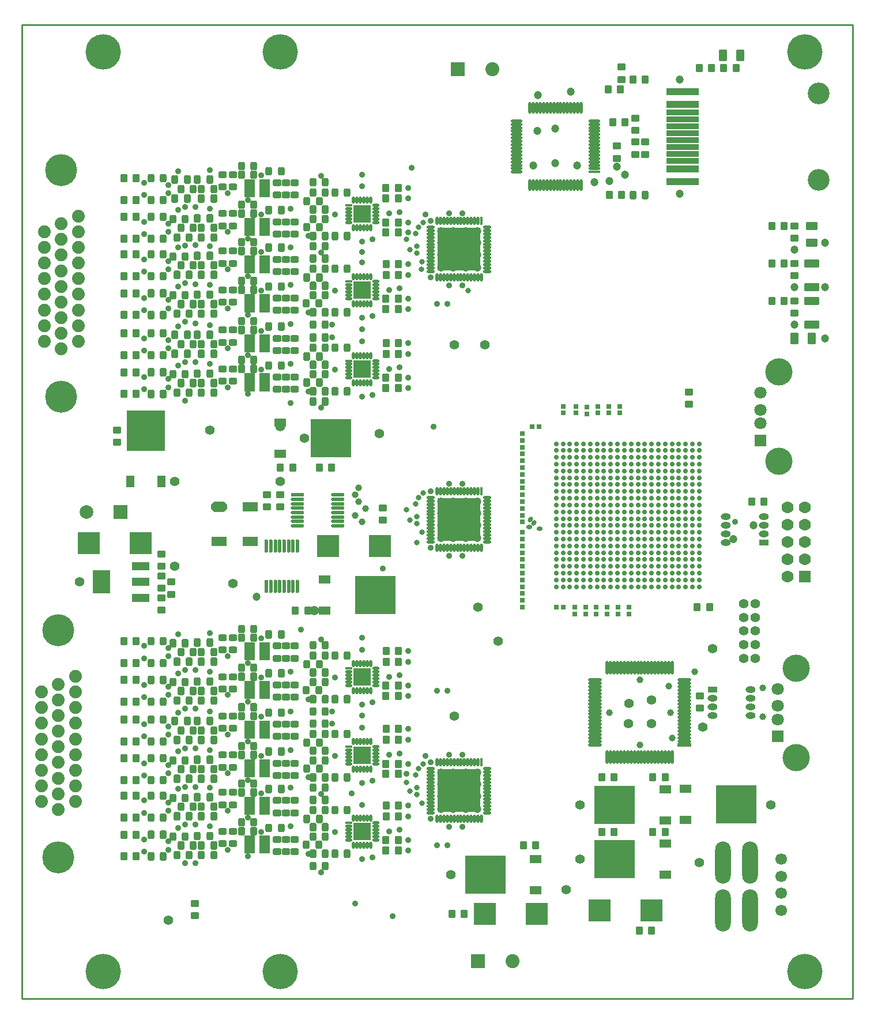
<source format=gts>
%FSAX43Y43*%
%MOMM*%
G71*
G01*
G75*
G04 Layer_Color=8388736*
%ADD10C,0.175*%
%ADD11C,0.200*%
%ADD12O,1.270X0.762*%
%ADD13R,1.270X0.762*%
%ADD14O,0.700X0.400*%
G04:AMPARAMS|DCode=15|XSize=0.4mm|YSize=0.7mm|CornerRadius=0mm|HoleSize=0mm|Usage=FLASHONLY|Rotation=135.000|XOffset=0mm|YOffset=0mm|HoleType=Round|Shape=Round|*
%AMOVALD15*
21,1,0.300,0.400,0.000,0.000,225.0*
1,1,0.400,0.106,0.106*
1,1,0.400,-0.106,-0.106*
%
%ADD15OVALD15*%

%ADD16R,0.500X0.600*%
G04:AMPARAMS|DCode=17|XSize=0.8mm|YSize=1mm|CornerRadius=0.08mm|HoleSize=0mm|Usage=FLASHONLY|Rotation=90.000|XOffset=0mm|YOffset=0mm|HoleType=Round|Shape=RoundedRectangle|*
%AMROUNDEDRECTD17*
21,1,0.800,0.840,0,0,90.0*
21,1,0.640,1.000,0,0,90.0*
1,1,0.160,0.420,0.320*
1,1,0.160,0.420,-0.320*
1,1,0.160,-0.420,-0.320*
1,1,0.160,-0.420,0.320*
%
%ADD17ROUNDEDRECTD17*%
G04:AMPARAMS|DCode=18|XSize=0.8mm|YSize=1mm|CornerRadius=0.08mm|HoleSize=0mm|Usage=FLASHONLY|Rotation=0.000|XOffset=0mm|YOffset=0mm|HoleType=Round|Shape=RoundedRectangle|*
%AMROUNDEDRECTD18*
21,1,0.800,0.840,0,0,0.0*
21,1,0.640,1.000,0,0,0.0*
1,1,0.160,0.320,-0.420*
1,1,0.160,-0.320,-0.420*
1,1,0.160,-0.320,0.420*
1,1,0.160,0.320,0.420*
%
%ADD18ROUNDEDRECTD18*%
%ADD19O,2.100X6.000*%
%ADD20O,2.100X6.000*%
G04:AMPARAMS|DCode=21|XSize=1mm|YSize=2mm|CornerRadius=0.1mm|HoleSize=0mm|Usage=FLASHONLY|Rotation=90.000|XOffset=0mm|YOffset=0mm|HoleType=Round|Shape=RoundedRectangle|*
%AMROUNDEDRECTD21*
21,1,1.000,1.800,0,0,90.0*
21,1,0.800,2.000,0,0,90.0*
1,1,0.200,0.900,0.400*
1,1,0.200,0.900,-0.400*
1,1,0.200,-0.900,-0.400*
1,1,0.200,-0.900,0.400*
%
%ADD21ROUNDEDRECTD21*%
G04:AMPARAMS|DCode=22|XSize=1mm|YSize=1.5mm|CornerRadius=0.1mm|HoleSize=0mm|Usage=FLASHONLY|Rotation=0.000|XOffset=0mm|YOffset=0mm|HoleType=Round|Shape=RoundedRectangle|*
%AMROUNDEDRECTD22*
21,1,1.000,1.300,0,0,0.0*
21,1,0.800,1.500,0,0,0.0*
1,1,0.200,0.400,-0.650*
1,1,0.200,-0.400,-0.650*
1,1,0.200,-0.400,0.650*
1,1,0.200,0.400,0.650*
%
%ADD22ROUNDEDRECTD22*%
G04:AMPARAMS|DCode=23|XSize=1mm|YSize=1.5mm|CornerRadius=0.1mm|HoleSize=0mm|Usage=FLASHONLY|Rotation=90.000|XOffset=0mm|YOffset=0mm|HoleType=Round|Shape=RoundedRectangle|*
%AMROUNDEDRECTD23*
21,1,1.000,1.300,0,0,90.0*
21,1,0.800,1.500,0,0,90.0*
1,1,0.200,0.650,0.400*
1,1,0.200,0.650,-0.400*
1,1,0.200,-0.650,-0.400*
1,1,0.200,-0.650,0.400*
%
%ADD23ROUNDEDRECTD23*%
%ADD24O,1.000X0.250*%
%ADD25O,0.250X1.000*%
%ADD26R,0.250X1.000*%
%ADD27R,1.600X1.000*%
%ADD28R,5.700X5.500*%
%ADD29R,1.000X1.600*%
%ADD30R,5.500X5.700*%
%ADD31O,0.300X1.800*%
%ADD32O,1.800X0.300*%
%ADD33R,1.800X0.300*%
%ADD34R,1.400X0.450*%
%ADD35R,1.400X0.450*%
%ADD36R,1.400X0.450*%
%ADD37R,2.400X1.000*%
%ADD38R,2.400X3.300*%
%ADD39R,0.381X1.778*%
%ADD40O,0.381X1.778*%
%ADD41R,2.108X1.270*%
G04:AMPARAMS|DCode=42|XSize=2.108mm|YSize=1.27mm|CornerRadius=0mm|HoleSize=0mm|Usage=FLASHONLY|Rotation=0.000|XOffset=0mm|YOffset=0mm|HoleType=Round|Shape=Octagon|*
%AMOCTAGOND42*
4,1,8,1.054,-0.318,1.054,0.318,0.737,0.635,-0.737,0.635,-1.054,0.318,-1.054,-0.318,-0.737,-0.635,0.737,-0.635,1.054,-0.318,0.0*
%
%ADD42OCTAGOND42*%

%ADD43R,1.778X0.381*%
%ADD44O,1.778X0.381*%
%ADD45C,0.500*%
%ADD46O,0.250X0.900*%
%ADD47O,0.900X0.250*%
%ADD48R,0.900X0.250*%
%ADD49R,2.340X2.340*%
%ADD50O,1.016X0.305*%
%ADD51O,0.305X0.813*%
%ADD52O,0.305X1.016*%
%ADD53O,0.813X0.305*%
%ADD54R,0.600X0.500*%
%ADD55R,4.600X0.810*%
%ADD56R,4.600X0.610*%
%ADD57R,3.048X3.048*%
%ADD58O,0.250X1.600*%
%ADD59O,1.600X0.250*%
%ADD60R,1.600X0.250*%
%ADD61C,0.600*%
%ADD62C,0.800*%
%ADD63C,0.400*%
%ADD64C,0.150*%
%ADD65C,0.254*%
%ADD66C,0.508*%
%ADD67C,0.500*%
%ADD68C,0.300*%
%ADD69R,6.100X6.100*%
%ADD70C,1.850*%
%ADD71R,1.850X1.850*%
%ADD72C,1.800*%
%ADD73C,3.800*%
%ADD74R,1.600X1.600*%
%ADD75C,1.600*%
%ADD76C,1.575*%
%ADD77R,1.575X1.575*%
%ADD78C,3.000*%
%ADD79C,1.500*%
%ADD80C,1.690*%
%ADD81C,4.500*%
%ADD82C,1.200*%
%ADD83C,0.300*%
%ADD84C,0.600*%
%ADD85C,0.800*%
%ADD86C,1.000*%
%ADD87C,0.700*%
%ADD88C,5.000*%
%ADD89C,1.016*%
G04:AMPARAMS|DCode=90|XSize=2.2mm|YSize=2.2mm|CornerRadius=0mm|HoleSize=0mm|Usage=FLASHONLY|Rotation=0.000|XOffset=0mm|YOffset=0mm|HoleType=Round|Shape=Relief|Width=0.175mm|Gap=0.3mm|Entries=4|*
%AMTHD90*
7,0,0,2.200,1.600,0.175,45*
%
%ADD90THD90*%
%ADD91C,2.700*%
%ADD92C,1.320*%
%ADD93C,1.416*%
%ADD94C,3.400*%
%ADD95C,1.400*%
G04:AMPARAMS|DCode=96|XSize=2.29mm|YSize=2.29mm|CornerRadius=0mm|HoleSize=0mm|Usage=FLASHONLY|Rotation=0.000|XOffset=0mm|YOffset=0mm|HoleType=Round|Shape=Relief|Width=0.175mm|Gap=0.3mm|Entries=4|*
%AMTHD96*
7,0,0,2.290,1.690,0.175,45*
%
%ADD96THD96*%
%ADD97C,1.490*%
G04:AMPARAMS|DCode=98|XSize=4.4mm|YSize=4.4mm|CornerRadius=0mm|HoleSize=0mm|Usage=FLASHONLY|Rotation=0.000|XOffset=0mm|YOffset=0mm|HoleType=Round|Shape=Relief|Width=0.175mm|Gap=0.3mm|Entries=4|*
%AMTHD98*
7,0,0,4.400,3.800,0.175,45*
%
%ADD98THD98*%
G04:AMPARAMS|DCode=99|XSize=4.44mm|YSize=4.44mm|CornerRadius=0mm|HoleSize=0mm|Usage=FLASHONLY|Rotation=0.000|XOffset=0mm|YOffset=0mm|HoleType=Round|Shape=Relief|Width=0.175mm|Gap=0.3mm|Entries=4|*
%AMTHD99*
7,0,0,4.440,3.840,0.175,45*
%
%ADD99THD99*%
%ADD100C,1.100*%
%ADD101C,0.520*%
%ADD102C,0.700*%
%ADD103C,0.800*%
%ADD104C,0.900*%
%ADD105C,1.000*%
G04:AMPARAMS|DCode=106|XSize=1.6mm|YSize=1.6mm|CornerRadius=0mm|HoleSize=0mm|Usage=FLASHONLY|Rotation=0.000|XOffset=0mm|YOffset=0mm|HoleType=Round|Shape=Relief|Width=0.175mm|Gap=0.3mm|Entries=4|*
%AMTHD106*
7,0,0,1.600,1.000,0.175,45*
%
%ADD106THD106*%
%ADD107C,0.120*%
G04:AMPARAMS|DCode=108|XSize=2.3mm|YSize=2.3mm|CornerRadius=0mm|HoleSize=0mm|Usage=FLASHONLY|Rotation=0.000|XOffset=0mm|YOffset=0mm|HoleType=Round|Shape=Relief|Width=0.175mm|Gap=0.3mm|Entries=4|*
%AMTHD108*
7,0,0,2.300,1.700,0.175,45*
%
%ADD108THD108*%
G04:AMPARAMS|DCode=109|XSize=3.5mm|YSize=3.5mm|CornerRadius=0mm|HoleSize=0mm|Usage=FLASHONLY|Rotation=0.000|XOffset=0mm|YOffset=0mm|HoleType=Round|Shape=Relief|Width=0.175mm|Gap=0.3mm|Entries=4|*
%AMTHD109*
7,0,0,3.500,2.900,0.175,45*
%
%ADD109THD109*%
G04:AMPARAMS|DCode=110|XSize=2.12mm|YSize=2.12mm|CornerRadius=0mm|HoleSize=0mm|Usage=FLASHONLY|Rotation=0.000|XOffset=0mm|YOffset=0mm|HoleType=Round|Shape=Relief|Width=0.175mm|Gap=0.3mm|Entries=4|*
%AMTHD110*
7,0,0,2.120,1.520,0.175,45*
%
%ADD110THD110*%
G04:AMPARAMS|DCode=111|XSize=2.216mm|YSize=2.216mm|CornerRadius=0mm|HoleSize=0mm|Usage=FLASHONLY|Rotation=0.000|XOffset=0mm|YOffset=0mm|HoleType=Round|Shape=Relief|Width=0.175mm|Gap=0.3mm|Entries=4|*
%AMTHD111*
7,0,0,2.216,1.616,0.175,45*
%
%ADD111THD111*%
%ADD112C,3.600*%
%ADD113C,3.640*%
G04:AMPARAMS|DCode=114|XSize=1.32mm|YSize=1.32mm|CornerRadius=0mm|HoleSize=0mm|Usage=FLASHONLY|Rotation=0.000|XOffset=0mm|YOffset=0mm|HoleType=Round|Shape=Relief|Width=0.175mm|Gap=0.3mm|Entries=4|*
%AMTHD114*
7,0,0,1.320,0.720,0.175,45*
%
%ADD114THD114*%
G04:AMPARAMS|DCode=115|XSize=1.7mm|YSize=1.7mm|CornerRadius=0mm|HoleSize=0mm|Usage=FLASHONLY|Rotation=0.000|XOffset=0mm|YOffset=0mm|HoleType=Round|Shape=Relief|Width=0.175mm|Gap=0.3mm|Entries=4|*
%AMTHD115*
7,0,0,1.700,1.100,0.175,45*
%
%ADD115THD115*%
G04:AMPARAMS|DCode=116|XSize=1.9mm|YSize=1.9mm|CornerRadius=0mm|HoleSize=0mm|Usage=FLASHONLY|Rotation=0.000|XOffset=0mm|YOffset=0mm|HoleType=Round|Shape=Relief|Width=0.175mm|Gap=0.3mm|Entries=4|*
%AMTHD116*
7,0,0,1.900,1.300,0.175,45*
%
%ADD116THD116*%
%ADD117R,0.550X1.450*%
%ADD118R,0.550X1.450*%
G04:AMPARAMS|DCode=119|XSize=0.5mm|YSize=0.6mm|CornerRadius=0mm|HoleSize=0mm|Usage=FLASHONLY|Rotation=225.000|XOffset=0mm|YOffset=0mm|HoleType=Round|Shape=Rectangle|*
%AMROTATEDRECTD119*
4,1,4,-0.035,0.389,0.389,-0.035,0.035,-0.389,-0.389,0.035,-0.035,0.389,0.0*
%
%ADD119ROTATEDRECTD119*%

G04:AMPARAMS|DCode=120|XSize=0.5mm|YSize=0.6mm|CornerRadius=0mm|HoleSize=0mm|Usage=FLASHONLY|Rotation=135.000|XOffset=0mm|YOffset=0mm|HoleType=Round|Shape=Rectangle|*
%AMROTATEDRECTD120*
4,1,4,0.389,0.035,-0.035,-0.389,-0.389,-0.035,0.035,0.389,0.389,0.035,0.0*
%
%ADD120ROTATEDRECTD120*%

%ADD121O,1.016X0.508*%
%ADD122O,0.508X1.524*%
%ADD123R,3.048X3.048*%
%ADD124R,1.450X0.550*%
%ADD125R,1.450X0.550*%
%ADD126C,0.350*%
%ADD127O,0.508X1.016*%
%ADD128O,1.524X0.508*%
%ADD129R,6.300X6.300*%
%ADD130O,1.470X0.962*%
%ADD131R,1.470X0.962*%
%ADD132O,0.900X0.600*%
G04:AMPARAMS|DCode=133|XSize=0.6mm|YSize=0.9mm|CornerRadius=0mm|HoleSize=0mm|Usage=FLASHONLY|Rotation=135.000|XOffset=0mm|YOffset=0mm|HoleType=Round|Shape=Round|*
%AMOVALD133*
21,1,0.300,0.600,0.000,0.000,225.0*
1,1,0.600,0.106,0.106*
1,1,0.600,-0.106,-0.106*
%
%ADD133OVALD133*%

%ADD134R,0.700X0.800*%
G04:AMPARAMS|DCode=135|XSize=1mm|YSize=1.2mm|CornerRadius=0.18mm|HoleSize=0mm|Usage=FLASHONLY|Rotation=90.000|XOffset=0mm|YOffset=0mm|HoleType=Round|Shape=RoundedRectangle|*
%AMROUNDEDRECTD135*
21,1,1.000,0.840,0,0,90.0*
21,1,0.640,1.200,0,0,90.0*
1,1,0.360,0.420,0.320*
1,1,0.360,0.420,-0.320*
1,1,0.360,-0.420,-0.320*
1,1,0.360,-0.420,0.320*
%
%ADD135ROUNDEDRECTD135*%
G04:AMPARAMS|DCode=136|XSize=1mm|YSize=1.2mm|CornerRadius=0.18mm|HoleSize=0mm|Usage=FLASHONLY|Rotation=0.000|XOffset=0mm|YOffset=0mm|HoleType=Round|Shape=RoundedRectangle|*
%AMROUNDEDRECTD136*
21,1,1.000,0.840,0,0,0.0*
21,1,0.640,1.200,0,0,0.0*
1,1,0.360,0.320,-0.420*
1,1,0.360,-0.320,-0.420*
1,1,0.360,-0.320,0.420*
1,1,0.360,0.320,0.420*
%
%ADD136ROUNDEDRECTD136*%
%ADD137O,2.300X6.200*%
%ADD138O,2.300X6.200*%
G04:AMPARAMS|DCode=139|XSize=1.2mm|YSize=2.2mm|CornerRadius=0.2mm|HoleSize=0mm|Usage=FLASHONLY|Rotation=90.000|XOffset=0mm|YOffset=0mm|HoleType=Round|Shape=RoundedRectangle|*
%AMROUNDEDRECTD139*
21,1,1.200,1.800,0,0,90.0*
21,1,0.800,2.200,0,0,90.0*
1,1,0.400,0.900,0.400*
1,1,0.400,0.900,-0.400*
1,1,0.400,-0.900,-0.400*
1,1,0.400,-0.900,0.400*
%
%ADD139ROUNDEDRECTD139*%
G04:AMPARAMS|DCode=140|XSize=1.2mm|YSize=1.7mm|CornerRadius=0.2mm|HoleSize=0mm|Usage=FLASHONLY|Rotation=0.000|XOffset=0mm|YOffset=0mm|HoleType=Round|Shape=RoundedRectangle|*
%AMROUNDEDRECTD140*
21,1,1.200,1.300,0,0,0.0*
21,1,0.800,1.700,0,0,0.0*
1,1,0.400,0.400,-0.650*
1,1,0.400,-0.400,-0.650*
1,1,0.400,-0.400,0.650*
1,1,0.400,0.400,0.650*
%
%ADD140ROUNDEDRECTD140*%
G04:AMPARAMS|DCode=141|XSize=1.2mm|YSize=1.7mm|CornerRadius=0.2mm|HoleSize=0mm|Usage=FLASHONLY|Rotation=90.000|XOffset=0mm|YOffset=0mm|HoleType=Round|Shape=RoundedRectangle|*
%AMROUNDEDRECTD141*
21,1,1.200,1.300,0,0,90.0*
21,1,0.800,1.700,0,0,90.0*
1,1,0.400,0.650,0.400*
1,1,0.400,0.650,-0.400*
1,1,0.400,-0.650,-0.400*
1,1,0.400,-0.650,0.400*
%
%ADD141ROUNDEDRECTD141*%
%ADD142O,1.200X0.450*%
%ADD143O,0.450X1.200*%
%ADD144R,0.450X1.200*%
%ADD145R,1.800X1.200*%
%ADD146R,5.900X5.700*%
%ADD147R,1.200X1.800*%
%ADD148R,5.700X5.900*%
%ADD149O,0.500X2.000*%
%ADD150O,2.000X0.500*%
%ADD151R,2.000X0.500*%
%ADD152R,1.600X0.650*%
%ADD153R,1.600X0.650*%
%ADD154R,1.600X0.650*%
%ADD155R,2.600X1.200*%
%ADD156R,2.600X3.500*%
%ADD157R,0.581X1.978*%
%ADD158O,0.581X1.978*%
%ADD159R,2.308X1.470*%
G04:AMPARAMS|DCode=160|XSize=2.308mm|YSize=1.47mm|CornerRadius=0mm|HoleSize=0mm|Usage=FLASHONLY|Rotation=0.000|XOffset=0mm|YOffset=0mm|HoleType=Round|Shape=Octagon|*
%AMOCTAGOND160*
4,1,8,1.154,-0.367,1.154,0.367,0.787,0.735,-0.787,0.735,-1.154,0.367,-1.154,-0.367,-0.787,-0.735,0.787,-0.735,1.154,-0.367,0.0*
%
%ADD160OCTAGOND160*%

%ADD161R,1.978X0.581*%
%ADD162O,1.978X0.581*%
%ADD163O,0.450X1.100*%
%ADD164O,1.100X0.450*%
%ADD165R,1.100X0.450*%
%ADD166R,2.540X2.540*%
%ADD167O,1.216X0.505*%
%ADD168O,0.505X1.013*%
%ADD169O,0.505X1.216*%
%ADD170O,1.013X0.505*%
%ADD171R,0.800X0.700*%
%ADD172R,4.800X1.010*%
%ADD173R,4.800X0.810*%
%ADD174R,3.248X3.248*%
%ADD175O,0.450X1.800*%
%ADD176O,1.800X0.450*%
%ADD177R,1.800X0.450*%
%ADD178C,2.050*%
%ADD179R,2.050X2.050*%
%ADD180C,2.000*%
%ADD181C,4.000*%
%ADD182R,1.800X1.800*%
%ADD183C,1.775*%
%ADD184R,1.775X1.775*%
%ADD185C,3.200*%
%ADD186C,1.700*%
%ADD187C,1.890*%
%ADD188C,4.700*%
%ADD189C,0.900*%
%ADD190C,5.200*%
G54D65*
X0174000Y0052000D02*
X0174000Y0195000D01*
X0052000Y0052000D02*
X0174000Y0052000D01*
X0052000Y0195000D02*
X0174000Y0195000D01*
X0052000Y0052000D02*
X0052000Y0195000D01*
G54D72*
X0163000Y0093000D02*
D03*
X0163000Y0097500D02*
D03*
X0163000Y0095000D02*
D03*
X0160500Y0136500D02*
D03*
X0160500Y0141000D02*
D03*
X0160500Y0138500D02*
D03*
G54D82*
X0140600Y0173000D02*
D03*
X0159508Y0121492D02*
D03*
X0136100Y0171900D02*
D03*
X0133600Y0174400D02*
D03*
X0127100Y0174400D02*
D03*
X0148600Y0170200D02*
D03*
X0138300Y0172100D02*
D03*
X0127700Y0179400D02*
D03*
X0130385Y0174670D02*
D03*
X0130385Y0179750D02*
D03*
X0127845Y0184705D02*
D03*
X0118900Y0125000D02*
D03*
X0118900Y0119700D02*
D03*
X0118900Y0123300D02*
D03*
X0118900Y0121500D02*
D03*
X0115400Y0125000D02*
D03*
X0113600Y0125000D02*
D03*
X0115400Y0123300D02*
D03*
X0117200Y0123300D02*
D03*
X0113600Y0123300D02*
D03*
X0115400Y0121500D02*
D03*
X0117200Y0121500D02*
D03*
X0113600Y0121500D02*
D03*
X0113600Y0119700D02*
D03*
X0118900Y0085200D02*
D03*
X0118900Y0079900D02*
D03*
X0118900Y0083500D02*
D03*
X0118900Y0081700D02*
D03*
X0115400Y0085200D02*
D03*
X0117200Y0085200D02*
D03*
X0113600Y0085200D02*
D03*
X0115400Y0083500D02*
D03*
X0117200Y0083500D02*
D03*
X0113600Y0083500D02*
D03*
X0115400Y0081700D02*
D03*
X0117200Y0081700D02*
D03*
X0113600Y0081700D02*
D03*
X0115400Y0079900D02*
D03*
X0117200Y0079900D02*
D03*
X0113600Y0079900D02*
D03*
X0113600Y0159400D02*
D03*
X0117200Y0159400D02*
D03*
X0115400Y0159400D02*
D03*
X0113600Y0161200D02*
D03*
X0117200Y0161200D02*
D03*
X0115400Y0161200D02*
D03*
X0113600Y0163000D02*
D03*
X0117200Y0163000D02*
D03*
X0115400Y0163000D02*
D03*
X0113600Y0164700D02*
D03*
X0117200Y0164700D02*
D03*
X0115400Y0164700D02*
D03*
X0118900Y0161200D02*
D03*
X0118900Y0163000D02*
D03*
X0118900Y0159400D02*
D03*
X0118900Y0164700D02*
D03*
X0132600Y0185200D02*
D03*
X0148600Y0187000D02*
D03*
X0086500Y0111000D02*
D03*
X0139400Y0174200D02*
D03*
X0170000Y0163000D02*
D03*
X0170000Y0156500D02*
D03*
X0170000Y0149000D02*
D03*
X0165500Y0151000D02*
D03*
X0165500Y0156500D02*
D03*
X0165500Y0162000D02*
D03*
X0117200Y0119700D02*
D03*
X0117200Y0125000D02*
D03*
X0115400Y0119700D02*
D03*
X0156500Y0119500D02*
D03*
G54D86*
X0146995Y0097936D02*
D03*
X0150800Y0100000D02*
D03*
X0147300Y0094000D02*
D03*
X0142800Y0098800D02*
D03*
X0138300Y0094000D02*
D03*
X0142800Y0089300D02*
D03*
X0101500Y0127000D02*
D03*
X0101000Y0126000D02*
D03*
X0101500Y0125000D02*
D03*
X0102500Y0124000D02*
D03*
X0101000Y0123000D02*
D03*
X0102000Y0122000D02*
D03*
X0147516Y0090300D02*
D03*
X0160800Y0093384D02*
D03*
X0160800Y0097616D02*
D03*
G54D95*
X0158000Y0102000D02*
D03*
X0159700Y0102000D02*
D03*
X0159700Y0104000D02*
D03*
X0158000Y0104000D02*
D03*
X0158000Y0110000D02*
D03*
X0159700Y0110000D02*
D03*
X0158000Y0106000D02*
D03*
X0159700Y0106000D02*
D03*
X0159700Y0108000D02*
D03*
X0158000Y0108000D02*
D03*
X0132000Y0068000D02*
D03*
X0151500Y0072000D02*
D03*
X0060500Y0113200D02*
D03*
X0074500Y0115500D02*
D03*
X0134000Y0080500D02*
D03*
X0134000Y0072500D02*
D03*
X0162000Y0080500D02*
D03*
X0115015Y0070215D02*
D03*
X0073500Y0063500D02*
D03*
X0079600Y0135500D02*
D03*
X0090000Y0128000D02*
D03*
X0074500Y0128000D02*
D03*
X0093500Y0134300D02*
D03*
X0095000Y0109000D02*
D03*
X0104500Y0135000D02*
D03*
X0083000Y0113000D02*
D03*
X0090000Y0136000D02*
D03*
X0115500Y0148000D02*
D03*
X0120000Y0148000D02*
D03*
X0115500Y0093500D02*
D03*
X0119000Y0109500D02*
D03*
X0152000Y0091900D02*
D03*
X0153500Y0103400D02*
D03*
X0141200Y0095400D02*
D03*
X0141100Y0092400D02*
D03*
X0144500Y0092400D02*
D03*
X0144500Y0095900D02*
D03*
X0122000Y0104500D02*
D03*
G54D102*
X0130500Y0133500D02*
D03*
X0131500Y0133500D02*
D03*
X0132500Y0133500D02*
D03*
X0133500Y0133500D02*
D03*
X0134500Y0133500D02*
D03*
X0135500Y0133500D02*
D03*
X0136500Y0133500D02*
D03*
X0137500Y0133500D02*
D03*
X0138500Y0133500D02*
D03*
X0139500Y0133500D02*
D03*
X0140500Y0133500D02*
D03*
X0141500Y0133500D02*
D03*
X0142500Y0133500D02*
D03*
X0143500Y0133500D02*
D03*
X0144500Y0133500D02*
D03*
X0145500Y0133500D02*
D03*
X0146500Y0133500D02*
D03*
X0147500Y0133500D02*
D03*
X0148500Y0133500D02*
D03*
X0149500Y0133500D02*
D03*
X0150500Y0133500D02*
D03*
X0151500Y0133500D02*
D03*
X0130500Y0132500D02*
D03*
X0131500Y0132500D02*
D03*
X0132500Y0132500D02*
D03*
X0133500Y0132500D02*
D03*
X0134500Y0132500D02*
D03*
X0135500Y0132500D02*
D03*
X0136500Y0132500D02*
D03*
X0137500Y0132500D02*
D03*
X0138500Y0132500D02*
D03*
X0139500Y0132500D02*
D03*
X0140500Y0132500D02*
D03*
X0141500Y0132500D02*
D03*
X0142500Y0132500D02*
D03*
X0143500Y0132500D02*
D03*
X0144500Y0132500D02*
D03*
X0145500Y0132500D02*
D03*
X0146500Y0132500D02*
D03*
X0147500Y0132500D02*
D03*
X0148500Y0132500D02*
D03*
X0149500Y0132500D02*
D03*
X0150500Y0132500D02*
D03*
X0151500Y0132500D02*
D03*
X0130500Y0131500D02*
D03*
X0131500Y0131500D02*
D03*
X0132500Y0131500D02*
D03*
X0133500Y0131500D02*
D03*
X0134500Y0131500D02*
D03*
X0135500Y0131500D02*
D03*
X0136500Y0131500D02*
D03*
X0137500Y0131500D02*
D03*
X0138500Y0131500D02*
D03*
X0139500Y0131500D02*
D03*
X0140500Y0131500D02*
D03*
X0141500Y0131500D02*
D03*
X0142500Y0131500D02*
D03*
X0143500Y0131500D02*
D03*
X0144500Y0131500D02*
D03*
X0145500Y0131500D02*
D03*
X0146500Y0131500D02*
D03*
X0147500Y0131500D02*
D03*
X0148500Y0131500D02*
D03*
X0149500Y0131500D02*
D03*
X0150500Y0131500D02*
D03*
X0151500Y0131500D02*
D03*
X0130500Y0130500D02*
D03*
X0131500Y0130500D02*
D03*
X0132500Y0130500D02*
D03*
X0133500Y0130500D02*
D03*
X0134500Y0130500D02*
D03*
X0135500Y0130500D02*
D03*
X0136500Y0130500D02*
D03*
X0137500Y0130500D02*
D03*
X0138500Y0130500D02*
D03*
X0139500Y0130500D02*
D03*
X0140500Y0130500D02*
D03*
X0141500Y0130500D02*
D03*
X0142500Y0130500D02*
D03*
X0143500Y0130500D02*
D03*
X0144500Y0130500D02*
D03*
X0145500Y0130500D02*
D03*
X0146500Y0130500D02*
D03*
X0147500Y0130500D02*
D03*
X0148500Y0130500D02*
D03*
X0149500Y0130500D02*
D03*
X0150500Y0130500D02*
D03*
X0151500Y0130500D02*
D03*
X0130500Y0129500D02*
D03*
X0131500Y0129500D02*
D03*
X0132500Y0129500D02*
D03*
X0133500Y0129500D02*
D03*
X0134500Y0129500D02*
D03*
X0135500Y0129500D02*
D03*
X0136500Y0129500D02*
D03*
X0137500Y0129500D02*
D03*
X0138500Y0129500D02*
D03*
X0139500Y0129500D02*
D03*
X0140500Y0129500D02*
D03*
X0141500Y0129500D02*
D03*
X0142500Y0129500D02*
D03*
X0143500Y0129500D02*
D03*
X0144500Y0129500D02*
D03*
X0145500Y0129500D02*
D03*
X0146500Y0129500D02*
D03*
X0147500Y0129500D02*
D03*
X0148500Y0129500D02*
D03*
X0149500Y0129500D02*
D03*
X0150500Y0129500D02*
D03*
X0151500Y0129500D02*
D03*
X0130500Y0128500D02*
D03*
X0131500Y0128500D02*
D03*
X0132500Y0128500D02*
D03*
X0133500Y0128500D02*
D03*
X0134500Y0128500D02*
D03*
X0135500Y0128500D02*
D03*
X0136500Y0128500D02*
D03*
X0137500Y0128500D02*
D03*
X0138500Y0128500D02*
D03*
X0139500Y0128500D02*
D03*
X0140500Y0128500D02*
D03*
X0141500Y0128500D02*
D03*
X0142500Y0128500D02*
D03*
X0143500Y0128500D02*
D03*
X0144500Y0128500D02*
D03*
X0145500Y0128500D02*
D03*
X0146500Y0128500D02*
D03*
X0147500Y0128500D02*
D03*
X0148500Y0128500D02*
D03*
X0149500Y0128500D02*
D03*
X0150500Y0128500D02*
D03*
X0151500Y0128500D02*
D03*
X0130500Y0127500D02*
D03*
X0131500Y0127500D02*
D03*
X0132500Y0127500D02*
D03*
X0133500Y0127500D02*
D03*
X0134500Y0127500D02*
D03*
X0135500Y0127500D02*
D03*
X0136500Y0127500D02*
D03*
X0137500Y0127500D02*
D03*
X0138500Y0127500D02*
D03*
X0139500Y0127500D02*
D03*
X0140500Y0127500D02*
D03*
X0141500Y0127500D02*
D03*
X0142500Y0127500D02*
D03*
X0143500Y0127500D02*
D03*
X0144500Y0127500D02*
D03*
X0145500Y0127500D02*
D03*
X0146500Y0127500D02*
D03*
X0147500Y0127500D02*
D03*
X0148500Y0127500D02*
D03*
X0149500Y0127500D02*
D03*
X0150500Y0127500D02*
D03*
X0151500Y0127500D02*
D03*
X0130500Y0126500D02*
D03*
X0131500Y0126500D02*
D03*
X0132500Y0126500D02*
D03*
X0133500Y0126500D02*
D03*
X0134500Y0126500D02*
D03*
X0135500Y0126500D02*
D03*
X0136500Y0126500D02*
D03*
X0137500Y0126500D02*
D03*
X0138500Y0126500D02*
D03*
X0139500Y0126500D02*
D03*
X0140500Y0126500D02*
D03*
X0141500Y0126500D02*
D03*
X0142500Y0126500D02*
D03*
X0143500Y0126500D02*
D03*
X0144500Y0126500D02*
D03*
X0145500Y0126500D02*
D03*
X0146500Y0126500D02*
D03*
X0147500Y0126500D02*
D03*
X0148500Y0126500D02*
D03*
X0149500Y0126500D02*
D03*
X0150500Y0126500D02*
D03*
X0151500Y0126500D02*
D03*
X0130500Y0125500D02*
D03*
X0131500Y0125500D02*
D03*
X0132500Y0125500D02*
D03*
X0133500Y0125500D02*
D03*
X0134500Y0125500D02*
D03*
X0135500Y0125500D02*
D03*
X0136500Y0125500D02*
D03*
X0137500Y0125500D02*
D03*
X0138500Y0125500D02*
D03*
X0139500Y0125500D02*
D03*
X0140500Y0125500D02*
D03*
X0141500Y0125500D02*
D03*
X0142500Y0125500D02*
D03*
X0143500Y0125500D02*
D03*
X0144500Y0125500D02*
D03*
X0145500Y0125500D02*
D03*
X0146500Y0125500D02*
D03*
X0147500Y0125500D02*
D03*
X0148500Y0125500D02*
D03*
X0149500Y0125500D02*
D03*
X0150500Y0125500D02*
D03*
X0151500Y0125500D02*
D03*
X0130500Y0124500D02*
D03*
X0131500Y0124500D02*
D03*
X0132500Y0124500D02*
D03*
X0133500Y0124500D02*
D03*
X0134500Y0124500D02*
D03*
X0135500Y0124500D02*
D03*
X0136500Y0124500D02*
D03*
X0137500Y0124500D02*
D03*
X0138500Y0124500D02*
D03*
X0139500Y0124500D02*
D03*
X0140500Y0124500D02*
D03*
X0141500Y0124500D02*
D03*
X0142500Y0124500D02*
D03*
X0143500Y0124500D02*
D03*
X0144500Y0124500D02*
D03*
X0145500Y0124500D02*
D03*
X0146500Y0124500D02*
D03*
X0147500Y0124500D02*
D03*
X0148500Y0124500D02*
D03*
X0149500Y0124500D02*
D03*
X0150500Y0124500D02*
D03*
X0151500Y0124500D02*
D03*
X0130500Y0123500D02*
D03*
X0131500Y0123500D02*
D03*
X0132500Y0123500D02*
D03*
X0133500Y0123500D02*
D03*
X0134500Y0123500D02*
D03*
X0135500Y0123500D02*
D03*
X0136500Y0123500D02*
D03*
X0137500Y0123500D02*
D03*
X0138500Y0123500D02*
D03*
X0139500Y0123500D02*
D03*
X0140500Y0123500D02*
D03*
X0141500Y0123500D02*
D03*
X0142500Y0123500D02*
D03*
X0143500Y0123500D02*
D03*
X0144500Y0123500D02*
D03*
X0145500Y0123500D02*
D03*
X0146500Y0123500D02*
D03*
X0147500Y0123500D02*
D03*
X0148500Y0123500D02*
D03*
X0149500Y0123500D02*
D03*
X0150500Y0123500D02*
D03*
X0151500Y0123500D02*
D03*
X0130500Y0122500D02*
D03*
X0131500Y0122500D02*
D03*
X0132500Y0122500D02*
D03*
X0133500Y0122500D02*
D03*
X0134500Y0122500D02*
D03*
X0135500Y0122500D02*
D03*
X0136500Y0122500D02*
D03*
X0137500Y0122500D02*
D03*
X0138500Y0122500D02*
D03*
X0139500Y0122500D02*
D03*
X0140500Y0122500D02*
D03*
X0141500Y0122500D02*
D03*
X0142500Y0122500D02*
D03*
X0143500Y0122500D02*
D03*
X0144500Y0122500D02*
D03*
X0145500Y0122500D02*
D03*
X0146500Y0122500D02*
D03*
X0147500Y0122500D02*
D03*
X0148500Y0122500D02*
D03*
X0149500Y0122500D02*
D03*
X0150500Y0122500D02*
D03*
X0151500Y0122500D02*
D03*
X0130500Y0121500D02*
D03*
X0131500Y0121500D02*
D03*
X0132500Y0121500D02*
D03*
X0133500Y0121500D02*
D03*
X0134500Y0121500D02*
D03*
X0135500Y0121500D02*
D03*
X0136500Y0121500D02*
D03*
X0137500Y0121500D02*
D03*
X0138500Y0121500D02*
D03*
X0139500Y0121500D02*
D03*
X0140500Y0121500D02*
D03*
X0141500Y0121500D02*
D03*
X0142500Y0121500D02*
D03*
X0143500Y0121500D02*
D03*
X0144500Y0121500D02*
D03*
X0145500Y0121500D02*
D03*
X0146500Y0121500D02*
D03*
X0147500Y0121500D02*
D03*
X0148500Y0121500D02*
D03*
X0149500Y0121500D02*
D03*
X0150500Y0121500D02*
D03*
X0151500Y0121500D02*
D03*
X0130500Y0120500D02*
D03*
X0131500Y0120500D02*
D03*
X0132500Y0120500D02*
D03*
X0133500Y0120500D02*
D03*
X0134500Y0120500D02*
D03*
X0135500Y0120500D02*
D03*
X0136500Y0120500D02*
D03*
X0137500Y0120500D02*
D03*
X0138500Y0120500D02*
D03*
X0139500Y0120500D02*
D03*
X0140500Y0120500D02*
D03*
X0141500Y0120500D02*
D03*
X0142500Y0120500D02*
D03*
X0143500Y0120500D02*
D03*
X0144500Y0120500D02*
D03*
X0145500Y0120500D02*
D03*
X0146500Y0120500D02*
D03*
X0147500Y0120500D02*
D03*
X0148500Y0120500D02*
D03*
X0149500Y0120500D02*
D03*
X0150500Y0120500D02*
D03*
X0151500Y0120500D02*
D03*
X0130500Y0119500D02*
D03*
X0131500Y0119500D02*
D03*
X0132500Y0119500D02*
D03*
X0133500Y0119500D02*
D03*
X0134500Y0119500D02*
D03*
X0135500Y0119500D02*
D03*
X0136500Y0119500D02*
D03*
X0137500Y0119500D02*
D03*
X0138500Y0119500D02*
D03*
X0139500Y0119500D02*
D03*
X0140500Y0119500D02*
D03*
X0141500Y0119500D02*
D03*
X0142500Y0119500D02*
D03*
X0143500Y0119500D02*
D03*
X0144500Y0119500D02*
D03*
X0145500Y0119500D02*
D03*
X0146500Y0119500D02*
D03*
X0147500Y0119500D02*
D03*
X0148500Y0119500D02*
D03*
X0149500Y0119500D02*
D03*
X0150500Y0119500D02*
D03*
X0151500Y0119500D02*
D03*
X0130500Y0118500D02*
D03*
X0131500Y0118500D02*
D03*
X0132500Y0118500D02*
D03*
X0133500Y0118500D02*
D03*
X0134500Y0118500D02*
D03*
X0135500Y0118500D02*
D03*
X0136500Y0118500D02*
D03*
X0137500Y0118500D02*
D03*
X0138500Y0118500D02*
D03*
X0139500Y0118500D02*
D03*
X0140500Y0118500D02*
D03*
X0141500Y0118500D02*
D03*
X0142500Y0118500D02*
D03*
X0143500Y0118500D02*
D03*
X0144500Y0118500D02*
D03*
X0145500Y0118500D02*
D03*
X0146500Y0118500D02*
D03*
X0147500Y0118500D02*
D03*
X0148500Y0118500D02*
D03*
X0149500Y0118500D02*
D03*
X0150500Y0118500D02*
D03*
X0151500Y0118500D02*
D03*
X0130500Y0117500D02*
D03*
X0131500Y0117500D02*
D03*
X0132500Y0117500D02*
D03*
X0133500Y0117500D02*
D03*
X0134500Y0117500D02*
D03*
X0135500Y0117500D02*
D03*
X0136500Y0117500D02*
D03*
X0137500Y0117500D02*
D03*
X0138500Y0117500D02*
D03*
X0139500Y0117500D02*
D03*
X0140500Y0117500D02*
D03*
X0141500Y0117500D02*
D03*
X0142500Y0117500D02*
D03*
X0143500Y0117500D02*
D03*
X0144500Y0117500D02*
D03*
X0145500Y0117500D02*
D03*
X0146500Y0117500D02*
D03*
X0147500Y0117500D02*
D03*
X0148500Y0117500D02*
D03*
X0149500Y0117500D02*
D03*
X0150500Y0117500D02*
D03*
X0151500Y0117500D02*
D03*
X0130500Y0116500D02*
D03*
X0131500Y0116500D02*
D03*
X0132500Y0116500D02*
D03*
X0133500Y0116500D02*
D03*
X0134500Y0116500D02*
D03*
X0135500Y0116500D02*
D03*
X0136500Y0116500D02*
D03*
X0137500Y0116500D02*
D03*
X0138500Y0116500D02*
D03*
X0139500Y0116500D02*
D03*
X0140500Y0116500D02*
D03*
X0141500Y0116500D02*
D03*
X0142500Y0116500D02*
D03*
X0143500Y0116500D02*
D03*
X0144500Y0116500D02*
D03*
X0145500Y0116500D02*
D03*
X0146500Y0116500D02*
D03*
X0147500Y0116500D02*
D03*
X0148500Y0116500D02*
D03*
X0149500Y0116500D02*
D03*
X0150500Y0116500D02*
D03*
X0151500Y0116500D02*
D03*
X0130500Y0115500D02*
D03*
X0131500Y0115500D02*
D03*
X0132500Y0115500D02*
D03*
X0133500Y0115500D02*
D03*
X0134500Y0115500D02*
D03*
X0135500Y0115500D02*
D03*
X0136500Y0115500D02*
D03*
X0137500Y0115500D02*
D03*
X0138500Y0115500D02*
D03*
X0139500Y0115500D02*
D03*
X0140500Y0115500D02*
D03*
X0141500Y0115500D02*
D03*
X0142500Y0115500D02*
D03*
X0143500Y0115500D02*
D03*
X0144500Y0115500D02*
D03*
X0145500Y0115500D02*
D03*
X0146500Y0115500D02*
D03*
X0147500Y0115500D02*
D03*
X0148500Y0115500D02*
D03*
X0149500Y0115500D02*
D03*
X0150500Y0115500D02*
D03*
X0151500Y0115500D02*
D03*
X0130500Y0114500D02*
D03*
X0131500Y0114500D02*
D03*
X0132500Y0114500D02*
D03*
X0133500Y0114500D02*
D03*
X0134500Y0114500D02*
D03*
X0135500Y0114500D02*
D03*
X0136500Y0114500D02*
D03*
X0137500Y0114500D02*
D03*
X0138500Y0114500D02*
D03*
X0139500Y0114500D02*
D03*
X0140500Y0114500D02*
D03*
X0141500Y0114500D02*
D03*
X0142500Y0114500D02*
D03*
X0143500Y0114500D02*
D03*
X0144500Y0114500D02*
D03*
X0145500Y0114500D02*
D03*
X0146500Y0114500D02*
D03*
X0147500Y0114500D02*
D03*
X0148500Y0114500D02*
D03*
X0149500Y0114500D02*
D03*
X0150500Y0114500D02*
D03*
X0151500Y0114500D02*
D03*
X0130500Y0113500D02*
D03*
X0131500Y0113500D02*
D03*
X0132500Y0113500D02*
D03*
X0133500Y0113500D02*
D03*
X0134500Y0113500D02*
D03*
X0135500Y0113500D02*
D03*
X0136500Y0113500D02*
D03*
X0137500Y0113500D02*
D03*
X0138500Y0113500D02*
D03*
X0139500Y0113500D02*
D03*
X0140500Y0113500D02*
D03*
X0141500Y0113500D02*
D03*
X0142500Y0113500D02*
D03*
X0143500Y0113500D02*
D03*
X0144500Y0113500D02*
D03*
X0145500Y0113500D02*
D03*
X0146500Y0113500D02*
D03*
X0147500Y0113500D02*
D03*
X0148500Y0113500D02*
D03*
X0149500Y0113500D02*
D03*
X0150500Y0113500D02*
D03*
X0151500Y0113500D02*
D03*
X0130500Y0112500D02*
D03*
X0131500Y0112500D02*
D03*
X0132500Y0112500D02*
D03*
X0133500Y0112500D02*
D03*
X0134500Y0112500D02*
D03*
X0135500Y0112500D02*
D03*
X0136500Y0112500D02*
D03*
X0137500Y0112500D02*
D03*
X0138500Y0112500D02*
D03*
X0139500Y0112500D02*
D03*
X0140500Y0112500D02*
D03*
X0141500Y0112500D02*
D03*
X0142500Y0112500D02*
D03*
X0143500Y0112500D02*
D03*
X0144500Y0112500D02*
D03*
X0145500Y0112500D02*
D03*
X0146500Y0112500D02*
D03*
X0147500Y0112500D02*
D03*
X0148500Y0112500D02*
D03*
X0149500Y0112500D02*
D03*
X0150500Y0112500D02*
D03*
X0151500Y0112500D02*
D03*
G54D103*
X0110000Y0119000D02*
D03*
X0110700Y0159100D02*
D03*
X0110800Y0080700D02*
D03*
X0109900Y0084900D02*
D03*
X0110300Y0085800D02*
D03*
X0108500Y0083800D02*
D03*
X0111000Y0086500D02*
D03*
X0110000Y0082000D02*
D03*
X0110800Y0120500D02*
D03*
X0109900Y0124700D02*
D03*
X0110300Y0125600D02*
D03*
X0108500Y0123800D02*
D03*
X0111000Y0126300D02*
D03*
X0110000Y0121800D02*
D03*
X0110000Y0122800D02*
D03*
X0109000Y0162000D02*
D03*
X0110000Y0161500D02*
D03*
X0110000Y0162500D02*
D03*
X0109000Y0122300D02*
D03*
X0110000Y0083000D02*
D03*
X0109000Y0082500D02*
D03*
X0111000Y0166000D02*
D03*
X0108500Y0163500D02*
D03*
X0110300Y0165300D02*
D03*
X0109900Y0164400D02*
D03*
X0110800Y0160200D02*
D03*
X0117600Y0156000D02*
D03*
G54D129*
X0116250Y0162050D02*
D03*
X0116250Y0082550D02*
D03*
X0116250Y0122350D02*
D03*
G54D130*
X0155412Y0119000D02*
D03*
X0155412Y0122810D02*
D03*
X0155412Y0120270D02*
D03*
X0161000Y0120270D02*
D03*
X0155412Y0121540D02*
D03*
X0161000Y0121540D02*
D03*
X0161000Y0122810D02*
D03*
X0153500Y0093590D02*
D03*
X0153500Y0094860D02*
D03*
X0159088Y0094860D02*
D03*
X0153500Y0096130D02*
D03*
X0159088Y0096130D02*
D03*
X0159088Y0093590D02*
D03*
X0159088Y0097400D02*
D03*
G54D131*
X0161000Y0119000D02*
D03*
X0153500Y0097400D02*
D03*
G54D132*
X0128100Y0121000D02*
D03*
X0126500Y0121300D02*
D03*
G54D133*
X0126700Y0122400D02*
D03*
X0127200Y0121900D02*
D03*
G54D134*
X0134800Y0109500D02*
D03*
X0134800Y0108500D02*
D03*
X0125500Y0123000D02*
D03*
X0125500Y0122000D02*
D03*
X0133400Y0139000D02*
D03*
X0133400Y0138000D02*
D03*
X0125500Y0131000D02*
D03*
X0125500Y0130000D02*
D03*
X0125500Y0129000D02*
D03*
X0125500Y0128000D02*
D03*
X0125500Y0126000D02*
D03*
X0125500Y0127000D02*
D03*
X0125500Y0124000D02*
D03*
X0125500Y0125000D02*
D03*
X0125500Y0119500D02*
D03*
X0125500Y0120500D02*
D03*
X0125500Y0117500D02*
D03*
X0125500Y0118500D02*
D03*
X0125500Y0115500D02*
D03*
X0125500Y0116500D02*
D03*
X0125500Y0113500D02*
D03*
X0125500Y0114500D02*
D03*
X0141200Y0108500D02*
D03*
X0141200Y0109500D02*
D03*
X0125500Y0132000D02*
D03*
X0125500Y0133000D02*
D03*
X0139600Y0108500D02*
D03*
X0139600Y0109500D02*
D03*
X0125500Y0134000D02*
D03*
X0125500Y0135000D02*
D03*
X0138000Y0108500D02*
D03*
X0138000Y0109500D02*
D03*
X0136400Y0108500D02*
D03*
X0136400Y0109500D02*
D03*
X0131500Y0138000D02*
D03*
X0131500Y0139000D02*
D03*
X0133200Y0108500D02*
D03*
X0133200Y0109500D02*
D03*
X0135000Y0137900D02*
D03*
X0135000Y0138900D02*
D03*
X0136600Y0138000D02*
D03*
X0136600Y0139000D02*
D03*
X0125500Y0112500D02*
D03*
X0125500Y0111500D02*
D03*
X0139800Y0138000D02*
D03*
X0139800Y0139000D02*
D03*
X0125500Y0110500D02*
D03*
X0125500Y0109500D02*
D03*
X0138200Y0139000D02*
D03*
X0138200Y0138000D02*
D03*
G54D135*
X0165500Y0152700D02*
D03*
X0165500Y0154500D02*
D03*
X0165500Y0163700D02*
D03*
X0165500Y0165500D02*
D03*
X0165500Y0158200D02*
D03*
X0165500Y0160000D02*
D03*
X0066000Y0135500D02*
D03*
X0066000Y0133700D02*
D03*
X0143600Y0177800D02*
D03*
X0143600Y0176000D02*
D03*
X0142100Y0181300D02*
D03*
X0142100Y0179500D02*
D03*
X0142100Y0177800D02*
D03*
X0142100Y0176000D02*
D03*
X0139400Y0177200D02*
D03*
X0139400Y0175400D02*
D03*
X0140100Y0188800D02*
D03*
X0140100Y0187000D02*
D03*
X0151600Y0096500D02*
D03*
X0151600Y0094700D02*
D03*
X0088000Y0126000D02*
D03*
X0088000Y0124200D02*
D03*
X0090000Y0126000D02*
D03*
X0090000Y0124200D02*
D03*
X0074000Y0113200D02*
D03*
X0074000Y0111400D02*
D03*
X0072500Y0115500D02*
D03*
X0072500Y0117300D02*
D03*
X0072500Y0110900D02*
D03*
X0072500Y0109100D02*
D03*
X0072500Y0114100D02*
D03*
X0072500Y0112300D02*
D03*
X0077400Y0066000D02*
D03*
X0077400Y0064200D02*
D03*
X0150000Y0141100D02*
D03*
X0150000Y0139300D02*
D03*
X0105000Y0122300D02*
D03*
X0105000Y0124100D02*
D03*
G54D136*
X0162200Y0154500D02*
D03*
X0164000Y0154500D02*
D03*
X0162200Y0165500D02*
D03*
X0164000Y0165500D02*
D03*
X0162200Y0160000D02*
D03*
X0164000Y0160000D02*
D03*
X0140600Y0180700D02*
D03*
X0138800Y0180700D02*
D03*
X0138100Y0185500D02*
D03*
X0139900Y0185500D02*
D03*
X0143600Y0187000D02*
D03*
X0141800Y0187000D02*
D03*
X0138300Y0170000D02*
D03*
X0140100Y0170000D02*
D03*
X0151500Y0188700D02*
D03*
X0153300Y0188700D02*
D03*
X0155100Y0188700D02*
D03*
X0156900Y0188700D02*
D03*
X0161000Y0125000D02*
D03*
X0159200Y0125000D02*
D03*
X0153000Y0109500D02*
D03*
X0151200Y0109500D02*
D03*
X0139000Y0084500D02*
D03*
X0137200Y0084500D02*
D03*
X0146500Y0084500D02*
D03*
X0144700Y0084500D02*
D03*
X0139000Y0076500D02*
D03*
X0137200Y0076500D02*
D03*
X0127500Y0074500D02*
D03*
X0125700Y0074500D02*
D03*
X0090000Y0129985D02*
D03*
X0091800Y0129985D02*
D03*
X0097500Y0130000D02*
D03*
X0095700Y0130000D02*
D03*
X0146500Y0076500D02*
D03*
X0144700Y0076500D02*
D03*
X0144500Y0062000D02*
D03*
X0142700Y0062000D02*
D03*
X0117000Y0064500D02*
D03*
X0115200Y0064500D02*
D03*
X0105500Y0153300D02*
D03*
X0107300Y0153300D02*
D03*
X0067000Y0155600D02*
D03*
X0068800Y0155600D02*
D03*
X0105500Y0154800D02*
D03*
X0107300Y0154800D02*
D03*
X0067000Y0152400D02*
D03*
X0068800Y0152400D02*
D03*
X0105532Y0158300D02*
D03*
X0107332Y0158300D02*
D03*
X0067000Y0161300D02*
D03*
X0068800Y0161300D02*
D03*
X0105532Y0159900D02*
D03*
X0107332Y0159900D02*
D03*
X0067000Y0158100D02*
D03*
X0068800Y0158100D02*
D03*
X0105500Y0164500D02*
D03*
X0107300Y0164500D02*
D03*
X0067000Y0166800D02*
D03*
X0068800Y0166800D02*
D03*
X0105500Y0166000D02*
D03*
X0107300Y0166000D02*
D03*
X0067000Y0163600D02*
D03*
X0068800Y0163600D02*
D03*
X0105500Y0169500D02*
D03*
X0107300Y0169500D02*
D03*
X0067000Y0172500D02*
D03*
X0068800Y0172500D02*
D03*
X0105500Y0171100D02*
D03*
X0107300Y0171100D02*
D03*
X0067000Y0169300D02*
D03*
X0068800Y0169300D02*
D03*
X0105500Y0096500D02*
D03*
X0107300Y0096500D02*
D03*
X0067000Y0098800D02*
D03*
X0068800Y0098800D02*
D03*
X0105500Y0098000D02*
D03*
X0107300Y0098000D02*
D03*
X0067000Y0095600D02*
D03*
X0068800Y0095600D02*
D03*
X0105532Y0101500D02*
D03*
X0107332Y0101500D02*
D03*
X0067000Y0104500D02*
D03*
X0068800Y0104500D02*
D03*
X0105532Y0103100D02*
D03*
X0107332Y0103100D02*
D03*
X0067000Y0101300D02*
D03*
X0068800Y0101300D02*
D03*
X0105500Y0141700D02*
D03*
X0107300Y0141700D02*
D03*
X0067000Y0144000D02*
D03*
X0068800Y0144000D02*
D03*
X0105500Y0143200D02*
D03*
X0107300Y0143200D02*
D03*
X0067000Y0140800D02*
D03*
X0068800Y0140800D02*
D03*
X0105532Y0146700D02*
D03*
X0107332Y0146700D02*
D03*
X0067000Y0149700D02*
D03*
X0068800Y0149700D02*
D03*
X0105532Y0148300D02*
D03*
X0107332Y0148300D02*
D03*
X0067000Y0146500D02*
D03*
X0068800Y0146500D02*
D03*
X0105500Y0073800D02*
D03*
X0107300Y0073800D02*
D03*
X0067000Y0076100D02*
D03*
X0068800Y0076100D02*
D03*
X0105500Y0075300D02*
D03*
X0107300Y0075300D02*
D03*
X0067000Y0072900D02*
D03*
X0068800Y0072900D02*
D03*
X0105532Y0078800D02*
D03*
X0107332Y0078800D02*
D03*
X0067000Y0081800D02*
D03*
X0068800Y0081800D02*
D03*
X0105532Y0080400D02*
D03*
X0107332Y0080400D02*
D03*
X0066988Y0078588D02*
D03*
X0068788Y0078588D02*
D03*
X0105500Y0085000D02*
D03*
X0107300Y0085000D02*
D03*
X0067000Y0087300D02*
D03*
X0068800Y0087300D02*
D03*
X0105500Y0086500D02*
D03*
X0107300Y0086500D02*
D03*
X0067000Y0084100D02*
D03*
X0068800Y0084100D02*
D03*
X0105532Y0090000D02*
D03*
X0107332Y0090000D02*
D03*
X0067000Y0093000D02*
D03*
X0068800Y0093000D02*
D03*
X0105532Y0091600D02*
D03*
X0107332Y0091600D02*
D03*
X0067000Y0089800D02*
D03*
X0068800Y0089800D02*
D03*
X0094000Y0109000D02*
D03*
X0092200Y0109000D02*
D03*
G54D137*
X0159000Y0065000D02*
D03*
X0159000Y0072000D02*
D03*
G54D138*
X0155000Y0065000D02*
D03*
X0155000Y0072000D02*
D03*
G54D139*
X0168000Y0151000D02*
D03*
X0168000Y0154500D02*
D03*
X0168000Y0156500D02*
D03*
X0168000Y0160000D02*
D03*
G54D140*
X0155000Y0190500D02*
D03*
X0157500Y0190500D02*
D03*
X0165500Y0149000D02*
D03*
X0168000Y0149000D02*
D03*
G54D141*
X0168000Y0163000D02*
D03*
X0168000Y0165500D02*
D03*
G54D142*
X0120400Y0165300D02*
D03*
X0120400Y0164800D02*
D03*
X0120400Y0164300D02*
D03*
X0120400Y0163800D02*
D03*
X0120400Y0163300D02*
D03*
X0120400Y0162800D02*
D03*
X0120400Y0162300D02*
D03*
X0120400Y0161800D02*
D03*
X0120400Y0161300D02*
D03*
X0120400Y0160800D02*
D03*
X0120400Y0160300D02*
D03*
X0120400Y0159800D02*
D03*
X0120400Y0159300D02*
D03*
X0120400Y0158800D02*
D03*
X0112100Y0158800D02*
D03*
X0112100Y0159300D02*
D03*
X0112100Y0159800D02*
D03*
X0112100Y0160300D02*
D03*
X0112100Y0160800D02*
D03*
X0112100Y0161300D02*
D03*
X0112100Y0161800D02*
D03*
X0112100Y0162300D02*
D03*
X0112100Y0162800D02*
D03*
X0112100Y0163300D02*
D03*
X0112100Y0163800D02*
D03*
X0112100Y0164300D02*
D03*
X0112100Y0164800D02*
D03*
X0112100Y0165300D02*
D03*
X0112100Y0085800D02*
D03*
X0112100Y0085300D02*
D03*
X0112100Y0084800D02*
D03*
X0112100Y0084300D02*
D03*
X0112100Y0083800D02*
D03*
X0112100Y0083300D02*
D03*
X0112100Y0082800D02*
D03*
X0112100Y0082300D02*
D03*
X0112100Y0081800D02*
D03*
X0112100Y0081300D02*
D03*
X0112100Y0080800D02*
D03*
X0112100Y0080300D02*
D03*
X0112100Y0079800D02*
D03*
X0112100Y0079300D02*
D03*
X0120400Y0079300D02*
D03*
X0120400Y0079800D02*
D03*
X0120400Y0080300D02*
D03*
X0120400Y0080800D02*
D03*
X0120400Y0081300D02*
D03*
X0120400Y0081800D02*
D03*
X0120400Y0082300D02*
D03*
X0120400Y0082800D02*
D03*
X0120400Y0083300D02*
D03*
X0120400Y0083800D02*
D03*
X0120400Y0084300D02*
D03*
X0120400Y0084800D02*
D03*
X0120400Y0085300D02*
D03*
X0120400Y0085800D02*
D03*
X0120400Y0125600D02*
D03*
X0120400Y0125100D02*
D03*
X0120400Y0124600D02*
D03*
X0120400Y0124100D02*
D03*
X0120400Y0123600D02*
D03*
X0120400Y0123100D02*
D03*
X0120400Y0122600D02*
D03*
X0120400Y0122100D02*
D03*
X0120400Y0121600D02*
D03*
X0120400Y0121100D02*
D03*
X0120400Y0120600D02*
D03*
X0120400Y0120100D02*
D03*
X0120400Y0119600D02*
D03*
X0120400Y0119100D02*
D03*
X0112100Y0119100D02*
D03*
X0112100Y0119600D02*
D03*
X0112100Y0120100D02*
D03*
X0112100Y0120600D02*
D03*
X0112100Y0121100D02*
D03*
X0112100Y0121600D02*
D03*
X0112100Y0122100D02*
D03*
X0112100Y0122600D02*
D03*
X0112100Y0123100D02*
D03*
X0112100Y0123600D02*
D03*
X0112100Y0124100D02*
D03*
X0112100Y0124600D02*
D03*
X0112100Y0125100D02*
D03*
X0112100Y0125600D02*
D03*
G54D143*
X0119500Y0157900D02*
D03*
X0119000Y0157900D02*
D03*
X0118500Y0157900D02*
D03*
X0118000Y0157900D02*
D03*
X0117500Y0157900D02*
D03*
X0117000Y0157900D02*
D03*
X0116500Y0157900D02*
D03*
X0116000Y0157900D02*
D03*
X0115500Y0157900D02*
D03*
X0115000Y0157900D02*
D03*
X0114500Y0157900D02*
D03*
X0114000Y0157900D02*
D03*
X0113500Y0157900D02*
D03*
X0113000Y0157900D02*
D03*
X0113000Y0166200D02*
D03*
X0113500Y0166200D02*
D03*
X0114000Y0166200D02*
D03*
X0114500Y0166200D02*
D03*
X0115000Y0166200D02*
D03*
X0115500Y0166200D02*
D03*
X0116000Y0166200D02*
D03*
X0116500Y0166200D02*
D03*
X0117000Y0166200D02*
D03*
X0117500Y0166200D02*
D03*
X0118000Y0166200D02*
D03*
X0118500Y0166200D02*
D03*
X0119000Y0166200D02*
D03*
X0119000Y0086700D02*
D03*
X0118500Y0086700D02*
D03*
X0118000Y0086700D02*
D03*
X0117500Y0086700D02*
D03*
X0117000Y0086700D02*
D03*
X0116500Y0086700D02*
D03*
X0116000Y0086700D02*
D03*
X0115500Y0086700D02*
D03*
X0115000Y0086700D02*
D03*
X0114500Y0086700D02*
D03*
X0114000Y0086700D02*
D03*
X0113500Y0086700D02*
D03*
X0113000Y0086700D02*
D03*
X0113000Y0078400D02*
D03*
X0113500Y0078400D02*
D03*
X0114000Y0078400D02*
D03*
X0114500Y0078400D02*
D03*
X0115000Y0078400D02*
D03*
X0115500Y0078400D02*
D03*
X0116000Y0078400D02*
D03*
X0116500Y0078400D02*
D03*
X0117000Y0078400D02*
D03*
X0117500Y0078400D02*
D03*
X0118000Y0078400D02*
D03*
X0118500Y0078400D02*
D03*
X0119000Y0078400D02*
D03*
X0119500Y0078400D02*
D03*
X0119500Y0118200D02*
D03*
X0119000Y0118200D02*
D03*
X0118500Y0118200D02*
D03*
X0118000Y0118200D02*
D03*
X0117500Y0118200D02*
D03*
X0117000Y0118200D02*
D03*
X0116500Y0118200D02*
D03*
X0116000Y0118200D02*
D03*
X0115500Y0118200D02*
D03*
X0115000Y0118200D02*
D03*
X0114500Y0118200D02*
D03*
X0114000Y0118200D02*
D03*
X0113500Y0118200D02*
D03*
X0113000Y0118200D02*
D03*
X0113000Y0126500D02*
D03*
X0113500Y0126500D02*
D03*
X0114000Y0126500D02*
D03*
X0114500Y0126500D02*
D03*
X0115000Y0126500D02*
D03*
X0115500Y0126500D02*
D03*
X0116000Y0126500D02*
D03*
X0116500Y0126500D02*
D03*
X0117000Y0126500D02*
D03*
X0117500Y0126500D02*
D03*
X0118000Y0126500D02*
D03*
X0118500Y0126500D02*
D03*
X0119000Y0126500D02*
D03*
G54D144*
X0119500Y0166200D02*
D03*
X0119500Y0086700D02*
D03*
X0119500Y0126500D02*
D03*
G54D145*
X0146500Y0078215D02*
D03*
X0146500Y0082785D02*
D03*
X0146500Y0070215D02*
D03*
X0146500Y0074785D02*
D03*
X0090000Y0136570D02*
D03*
X0090000Y0132000D02*
D03*
X0149500Y0082800D02*
D03*
X0149500Y0078230D02*
D03*
X0127500Y0067930D02*
D03*
X0127500Y0072500D02*
D03*
X0096500Y0109000D02*
D03*
X0096500Y0113570D02*
D03*
G54D146*
X0139100Y0080500D02*
D03*
X0139100Y0072500D02*
D03*
X0097400Y0134285D02*
D03*
X0156900Y0080515D02*
D03*
X0120100Y0070215D02*
D03*
X0103900Y0111285D02*
D03*
G54D147*
X0067930Y0128000D02*
D03*
X0072500Y0128000D02*
D03*
G54D148*
X0070215Y0135400D02*
D03*
G54D149*
X0147500Y0087500D02*
D03*
X0147000Y0087500D02*
D03*
X0146500Y0087500D02*
D03*
X0146000Y0087500D02*
D03*
X0145500Y0087500D02*
D03*
X0145000Y0087500D02*
D03*
X0144500Y0087500D02*
D03*
X0144000Y0087500D02*
D03*
X0143500Y0087500D02*
D03*
X0143000Y0087500D02*
D03*
X0142500Y0087500D02*
D03*
X0142000Y0087500D02*
D03*
X0141500Y0087500D02*
D03*
X0141000Y0087500D02*
D03*
X0140500Y0087500D02*
D03*
X0140000Y0087500D02*
D03*
X0139500Y0087500D02*
D03*
X0139000Y0087500D02*
D03*
X0138500Y0087500D02*
D03*
X0138000Y0087500D02*
D03*
X0138000Y0100600D02*
D03*
X0138500Y0100600D02*
D03*
X0139000Y0100600D02*
D03*
X0139500Y0100600D02*
D03*
X0140000Y0100600D02*
D03*
X0140500Y0100600D02*
D03*
X0141000Y0100600D02*
D03*
X0141500Y0100600D02*
D03*
X0142000Y0100600D02*
D03*
X0142500Y0100600D02*
D03*
X0143000Y0100600D02*
D03*
X0143500Y0100600D02*
D03*
X0144000Y0100600D02*
D03*
X0144500Y0100600D02*
D03*
X0145000Y0100600D02*
D03*
X0145500Y0100600D02*
D03*
X0146000Y0100600D02*
D03*
X0146500Y0100600D02*
D03*
X0147000Y0100600D02*
D03*
X0147500Y0100600D02*
D03*
G54D150*
X0136200Y0089300D02*
D03*
X0136200Y0089800D02*
D03*
X0136200Y0090300D02*
D03*
X0136200Y0090800D02*
D03*
X0136200Y0091300D02*
D03*
X0136200Y0091800D02*
D03*
X0136200Y0092300D02*
D03*
X0136200Y0092800D02*
D03*
X0136200Y0093300D02*
D03*
X0136200Y0093800D02*
D03*
X0136200Y0094300D02*
D03*
X0136200Y0094800D02*
D03*
X0136200Y0095300D02*
D03*
X0136200Y0095800D02*
D03*
X0136200Y0096300D02*
D03*
X0136200Y0096800D02*
D03*
X0136200Y0097300D02*
D03*
X0136200Y0097800D02*
D03*
X0136200Y0098300D02*
D03*
X0136200Y0098800D02*
D03*
X0149300Y0098800D02*
D03*
X0149300Y0098300D02*
D03*
X0149300Y0097800D02*
D03*
X0149300Y0097300D02*
D03*
X0149300Y0096800D02*
D03*
X0149300Y0096300D02*
D03*
X0149300Y0095800D02*
D03*
X0149300Y0095300D02*
D03*
X0149300Y0094800D02*
D03*
X0149300Y0094300D02*
D03*
X0149300Y0093800D02*
D03*
X0149300Y0093300D02*
D03*
X0149300Y0092800D02*
D03*
X0149300Y0092300D02*
D03*
X0149300Y0091800D02*
D03*
X0149300Y0091300D02*
D03*
X0149300Y0090800D02*
D03*
X0149300Y0090300D02*
D03*
X0149300Y0089800D02*
D03*
G54D151*
X0149300Y0089300D02*
D03*
G54D152*
X0087700Y0073650D02*
D03*
X0087700Y0074300D02*
D03*
X0087700Y0074950D02*
D03*
X0087700Y0075600D02*
D03*
X0087700Y0096350D02*
D03*
X0087700Y0097000D02*
D03*
X0087700Y0097650D02*
D03*
X0087700Y0098300D02*
D03*
X0087700Y0153150D02*
D03*
X0087700Y0153800D02*
D03*
X0087700Y0154450D02*
D03*
X0087700Y0155100D02*
D03*
X0087700Y0079350D02*
D03*
X0087700Y0080000D02*
D03*
X0087700Y0080650D02*
D03*
X0087700Y0081300D02*
D03*
X0087700Y0102050D02*
D03*
X0087700Y0102700D02*
D03*
X0087700Y0103350D02*
D03*
X0087700Y0104000D02*
D03*
X0087700Y0158850D02*
D03*
X0087700Y0159500D02*
D03*
X0087700Y0160150D02*
D03*
X0087700Y0160800D02*
D03*
X0087700Y0084850D02*
D03*
X0087700Y0085500D02*
D03*
X0087700Y0086150D02*
D03*
X0087700Y0086800D02*
D03*
X0087700Y0141550D02*
D03*
X0087700Y0142200D02*
D03*
X0087700Y0142850D02*
D03*
X0087700Y0143500D02*
D03*
X0087700Y0164350D02*
D03*
X0087700Y0165000D02*
D03*
X0087700Y0165650D02*
D03*
X0087700Y0166300D02*
D03*
X0087700Y0090550D02*
D03*
X0087700Y0091200D02*
D03*
X0087700Y0091850D02*
D03*
X0087700Y0092500D02*
D03*
X0087700Y0147250D02*
D03*
X0087700Y0147900D02*
D03*
X0087700Y0148550D02*
D03*
X0087700Y0149200D02*
D03*
X0087700Y0170050D02*
D03*
X0087700Y0170700D02*
D03*
X0087700Y0171350D02*
D03*
X0087700Y0172000D02*
D03*
G54D153*
X0085500Y0073650D02*
D03*
X0085500Y0074300D02*
D03*
X0085500Y0074950D02*
D03*
X0085500Y0096350D02*
D03*
X0085500Y0097000D02*
D03*
X0085500Y0097650D02*
D03*
X0085500Y0153150D02*
D03*
X0085500Y0153800D02*
D03*
X0085500Y0154450D02*
D03*
X0085500Y0079350D02*
D03*
X0085500Y0080000D02*
D03*
X0085500Y0080650D02*
D03*
X0085500Y0102050D02*
D03*
X0085500Y0102700D02*
D03*
X0085500Y0103350D02*
D03*
X0085500Y0158850D02*
D03*
X0085500Y0159500D02*
D03*
X0085500Y0160150D02*
D03*
X0085500Y0084850D02*
D03*
X0085500Y0085500D02*
D03*
X0085500Y0086150D02*
D03*
X0085500Y0141550D02*
D03*
X0085500Y0142200D02*
D03*
X0085500Y0142850D02*
D03*
X0085500Y0164350D02*
D03*
X0085500Y0165000D02*
D03*
X0085500Y0165650D02*
D03*
X0085500Y0090550D02*
D03*
X0085500Y0091200D02*
D03*
X0085500Y0091850D02*
D03*
X0085500Y0147250D02*
D03*
X0085500Y0147900D02*
D03*
X0085500Y0148550D02*
D03*
X0085500Y0170050D02*
D03*
X0085500Y0170700D02*
D03*
X0085500Y0171350D02*
D03*
G54D154*
X0085500Y0075600D02*
D03*
X0085500Y0098300D02*
D03*
X0085500Y0155100D02*
D03*
X0085500Y0081300D02*
D03*
X0085500Y0104000D02*
D03*
X0085500Y0160800D02*
D03*
X0085500Y0086800D02*
D03*
X0085500Y0143500D02*
D03*
X0085500Y0166300D02*
D03*
X0085500Y0092500D02*
D03*
X0085500Y0149200D02*
D03*
X0085500Y0172000D02*
D03*
G54D155*
X0069500Y0110900D02*
D03*
X0069500Y0113200D02*
D03*
X0069500Y0115500D02*
D03*
G54D156*
X0063700Y0113200D02*
D03*
G54D157*
X0087950Y0112550D02*
D03*
G54D158*
X0090550Y0118490D02*
D03*
X0092500Y0112550D02*
D03*
X0090550Y0112550D02*
D03*
X0092500Y0118490D02*
D03*
X0091200Y0118490D02*
D03*
X0089900Y0118490D02*
D03*
X0089250Y0118490D02*
D03*
X0088600Y0118490D02*
D03*
X0087950Y0118490D02*
D03*
X0091850Y0112550D02*
D03*
X0091200Y0112550D02*
D03*
X0089250Y0112550D02*
D03*
X0088600Y0112550D02*
D03*
X0091850Y0118490D02*
D03*
X0089900Y0112550D02*
D03*
G54D159*
X0085572Y0119120D02*
D03*
X0081000Y0119120D02*
D03*
X0085572Y0124200D02*
D03*
G54D160*
X0081000Y0124200D02*
D03*
G54D161*
X0092500Y0126000D02*
D03*
G54D162*
X0098440Y0123400D02*
D03*
X0092500Y0121450D02*
D03*
X0092500Y0123400D02*
D03*
X0098440Y0121450D02*
D03*
X0098440Y0122750D02*
D03*
X0098440Y0124050D02*
D03*
X0098440Y0124700D02*
D03*
X0098440Y0125350D02*
D03*
X0098440Y0126000D02*
D03*
X0092500Y0122100D02*
D03*
X0092500Y0122750D02*
D03*
X0092500Y0124700D02*
D03*
X0092500Y0125350D02*
D03*
X0098440Y0122100D02*
D03*
X0092500Y0124050D02*
D03*
G54D163*
X0100750Y0078550D02*
D03*
X0101250Y0078550D02*
D03*
X0101750Y0078550D02*
D03*
X0102250Y0078550D02*
D03*
X0102750Y0078550D02*
D03*
X0103250Y0078550D02*
D03*
X0103250Y0074550D02*
D03*
X0102750Y0074550D02*
D03*
X0102250Y0074550D02*
D03*
X0101750Y0074550D02*
D03*
X0101250Y0074550D02*
D03*
X0100750Y0074550D02*
D03*
X0100750Y0101250D02*
D03*
X0101250Y0101250D02*
D03*
X0101750Y0101250D02*
D03*
X0102250Y0101250D02*
D03*
X0102750Y0101250D02*
D03*
X0103250Y0101250D02*
D03*
X0103250Y0097250D02*
D03*
X0102750Y0097250D02*
D03*
X0102250Y0097250D02*
D03*
X0101750Y0097250D02*
D03*
X0101250Y0097250D02*
D03*
X0100750Y0097250D02*
D03*
X0100750Y0089750D02*
D03*
X0101250Y0089750D02*
D03*
X0101750Y0089750D02*
D03*
X0102250Y0089750D02*
D03*
X0102750Y0089750D02*
D03*
X0103250Y0089750D02*
D03*
X0103250Y0085750D02*
D03*
X0102750Y0085750D02*
D03*
X0102250Y0085750D02*
D03*
X0101750Y0085750D02*
D03*
X0101250Y0085750D02*
D03*
X0100750Y0085750D02*
D03*
X0100750Y0146450D02*
D03*
X0101250Y0146450D02*
D03*
X0101750Y0146450D02*
D03*
X0102250Y0146450D02*
D03*
X0102750Y0146450D02*
D03*
X0103250Y0146450D02*
D03*
X0103250Y0142450D02*
D03*
X0102750Y0142450D02*
D03*
X0102250Y0142450D02*
D03*
X0101750Y0142450D02*
D03*
X0101250Y0142450D02*
D03*
X0100750Y0142450D02*
D03*
X0100750Y0169250D02*
D03*
X0101250Y0169250D02*
D03*
X0101750Y0169250D02*
D03*
X0102250Y0169250D02*
D03*
X0102750Y0169250D02*
D03*
X0103250Y0169250D02*
D03*
X0103250Y0165250D02*
D03*
X0102750Y0165250D02*
D03*
X0102250Y0165250D02*
D03*
X0101750Y0165250D02*
D03*
X0101250Y0165250D02*
D03*
X0100750Y0165250D02*
D03*
X0100750Y0158050D02*
D03*
X0101250Y0158050D02*
D03*
X0101750Y0158050D02*
D03*
X0102250Y0158050D02*
D03*
X0102750Y0158050D02*
D03*
X0103250Y0158050D02*
D03*
X0103250Y0154050D02*
D03*
X0102750Y0154050D02*
D03*
X0102250Y0154050D02*
D03*
X0101750Y0154050D02*
D03*
X0101250Y0154050D02*
D03*
X0100750Y0154050D02*
D03*
G54D164*
X0104000Y0077800D02*
D03*
X0104000Y0077300D02*
D03*
X0104000Y0076800D02*
D03*
X0104000Y0076300D02*
D03*
X0104000Y0075800D02*
D03*
X0104000Y0075300D02*
D03*
X0100000Y0075300D02*
D03*
X0100000Y0075800D02*
D03*
X0100000Y0076300D02*
D03*
X0100000Y0076800D02*
D03*
X0100000Y0077300D02*
D03*
X0104000Y0100500D02*
D03*
X0104000Y0100000D02*
D03*
X0104000Y0099500D02*
D03*
X0104000Y0099000D02*
D03*
X0104000Y0098500D02*
D03*
X0104000Y0098000D02*
D03*
X0100000Y0098000D02*
D03*
X0100000Y0098500D02*
D03*
X0100000Y0099000D02*
D03*
X0100000Y0099500D02*
D03*
X0100000Y0100000D02*
D03*
X0104000Y0089000D02*
D03*
X0104000Y0088500D02*
D03*
X0104000Y0088000D02*
D03*
X0104000Y0087500D02*
D03*
X0104000Y0087000D02*
D03*
X0104000Y0086500D02*
D03*
X0100000Y0086500D02*
D03*
X0100000Y0087000D02*
D03*
X0100000Y0087500D02*
D03*
X0100000Y0088000D02*
D03*
X0100000Y0088500D02*
D03*
X0104000Y0145700D02*
D03*
X0104000Y0145200D02*
D03*
X0104000Y0144700D02*
D03*
X0104000Y0144200D02*
D03*
X0104000Y0143700D02*
D03*
X0104000Y0143200D02*
D03*
X0100000Y0143200D02*
D03*
X0100000Y0143700D02*
D03*
X0100000Y0144200D02*
D03*
X0100000Y0144700D02*
D03*
X0100000Y0145200D02*
D03*
X0104000Y0168500D02*
D03*
X0104000Y0168000D02*
D03*
X0104000Y0167500D02*
D03*
X0104000Y0167000D02*
D03*
X0104000Y0166500D02*
D03*
X0104000Y0166000D02*
D03*
X0100000Y0166000D02*
D03*
X0100000Y0166500D02*
D03*
X0100000Y0167000D02*
D03*
X0100000Y0167500D02*
D03*
X0100000Y0168000D02*
D03*
X0104000Y0157300D02*
D03*
X0104000Y0156800D02*
D03*
X0104000Y0156300D02*
D03*
X0104000Y0155800D02*
D03*
X0104000Y0155300D02*
D03*
X0104000Y0154800D02*
D03*
X0100000Y0154800D02*
D03*
X0100000Y0155300D02*
D03*
X0100000Y0155800D02*
D03*
X0100000Y0156300D02*
D03*
X0100000Y0156800D02*
D03*
G54D165*
X0100000Y0077800D02*
D03*
X0100000Y0100500D02*
D03*
X0100000Y0089000D02*
D03*
X0100000Y0145700D02*
D03*
X0100000Y0168500D02*
D03*
X0100000Y0157300D02*
D03*
G54D166*
X0102000Y0076550D02*
D03*
X0102000Y0099250D02*
D03*
X0102000Y0087750D02*
D03*
X0102000Y0144450D02*
D03*
X0102000Y0167250D02*
D03*
X0102000Y0156050D02*
D03*
G54D167*
X0090800Y0073600D02*
D03*
X0090800Y0075400D02*
D03*
X0090800Y0073854D02*
D03*
X0090800Y0073346D02*
D03*
X0090800Y0075146D02*
D03*
X0090800Y0075654D02*
D03*
X0090800Y0098354D02*
D03*
X0090800Y0097846D02*
D03*
X0090800Y0096046D02*
D03*
X0090800Y0096554D02*
D03*
X0090800Y0098100D02*
D03*
X0090800Y0096300D02*
D03*
X0090800Y0153100D02*
D03*
X0090800Y0154900D02*
D03*
X0090800Y0153354D02*
D03*
X0090800Y0152846D02*
D03*
X0090800Y0154646D02*
D03*
X0090800Y0155154D02*
D03*
X0089500Y0075654D02*
D03*
X0089500Y0075146D02*
D03*
X0089500Y0073346D02*
D03*
X0089500Y0073854D02*
D03*
X0089500Y0075400D02*
D03*
X0089500Y0073600D02*
D03*
X0089500Y0096300D02*
D03*
X0089500Y0098100D02*
D03*
X0089500Y0096554D02*
D03*
X0089500Y0096046D02*
D03*
X0089500Y0097846D02*
D03*
X0089500Y0098354D02*
D03*
X0089500Y0155154D02*
D03*
X0089500Y0154646D02*
D03*
X0089500Y0152846D02*
D03*
X0089500Y0153354D02*
D03*
X0089500Y0154900D02*
D03*
X0089500Y0153100D02*
D03*
X0090800Y0079300D02*
D03*
X0090800Y0081100D02*
D03*
X0090800Y0079554D02*
D03*
X0090800Y0079046D02*
D03*
X0090800Y0080846D02*
D03*
X0090800Y0081354D02*
D03*
X0090800Y0104054D02*
D03*
X0090800Y0103546D02*
D03*
X0090800Y0101746D02*
D03*
X0090800Y0102254D02*
D03*
X0090800Y0103800D02*
D03*
X0090800Y0102000D02*
D03*
X0090800Y0158800D02*
D03*
X0090800Y0160600D02*
D03*
X0090800Y0159054D02*
D03*
X0090800Y0158546D02*
D03*
X0090800Y0160346D02*
D03*
X0090800Y0160854D02*
D03*
X0089500Y0081354D02*
D03*
X0089500Y0080846D02*
D03*
X0089500Y0079046D02*
D03*
X0089500Y0079554D02*
D03*
X0089500Y0081100D02*
D03*
X0089500Y0079300D02*
D03*
X0089500Y0102000D02*
D03*
X0089500Y0103800D02*
D03*
X0089500Y0102254D02*
D03*
X0089500Y0101746D02*
D03*
X0089500Y0103546D02*
D03*
X0089500Y0104054D02*
D03*
X0089500Y0160854D02*
D03*
X0089500Y0160346D02*
D03*
X0089500Y0158546D02*
D03*
X0089500Y0159054D02*
D03*
X0089500Y0160600D02*
D03*
X0089500Y0158800D02*
D03*
X0090800Y0084800D02*
D03*
X0090800Y0086600D02*
D03*
X0090800Y0085054D02*
D03*
X0090800Y0084546D02*
D03*
X0090800Y0086346D02*
D03*
X0090800Y0086854D02*
D03*
X0090800Y0143554D02*
D03*
X0090800Y0143046D02*
D03*
X0090800Y0141246D02*
D03*
X0090800Y0141754D02*
D03*
X0090800Y0143300D02*
D03*
X0090800Y0141500D02*
D03*
X0090800Y0164300D02*
D03*
X0090800Y0166100D02*
D03*
X0090800Y0164554D02*
D03*
X0090800Y0164046D02*
D03*
X0090800Y0165846D02*
D03*
X0090800Y0166354D02*
D03*
X0089500Y0086854D02*
D03*
X0089500Y0086346D02*
D03*
X0089500Y0084546D02*
D03*
X0089500Y0085054D02*
D03*
X0089500Y0086600D02*
D03*
X0089500Y0084800D02*
D03*
X0089500Y0141500D02*
D03*
X0089500Y0143300D02*
D03*
X0089500Y0141754D02*
D03*
X0089500Y0141246D02*
D03*
X0089500Y0143046D02*
D03*
X0089500Y0143554D02*
D03*
X0089500Y0166354D02*
D03*
X0089500Y0165846D02*
D03*
X0089500Y0164046D02*
D03*
X0089500Y0164554D02*
D03*
X0089500Y0166100D02*
D03*
X0089500Y0164300D02*
D03*
X0090800Y0090500D02*
D03*
X0090800Y0092300D02*
D03*
X0090800Y0090754D02*
D03*
X0090800Y0090246D02*
D03*
X0090800Y0092046D02*
D03*
X0090800Y0092554D02*
D03*
X0090800Y0149254D02*
D03*
X0090800Y0148746D02*
D03*
X0090800Y0146946D02*
D03*
X0090800Y0147454D02*
D03*
X0090800Y0149000D02*
D03*
X0090800Y0147200D02*
D03*
X0090800Y0170000D02*
D03*
X0090800Y0171800D02*
D03*
X0090800Y0170254D02*
D03*
X0090800Y0169746D02*
D03*
X0090800Y0171546D02*
D03*
X0090800Y0172054D02*
D03*
X0089500Y0092554D02*
D03*
X0089500Y0092046D02*
D03*
X0089500Y0090246D02*
D03*
X0089500Y0090754D02*
D03*
X0089500Y0092300D02*
D03*
X0089500Y0090500D02*
D03*
X0089500Y0147200D02*
D03*
X0089500Y0149000D02*
D03*
X0089500Y0147454D02*
D03*
X0089500Y0146946D02*
D03*
X0089500Y0148746D02*
D03*
X0089500Y0149254D02*
D03*
X0089500Y0172054D02*
D03*
X0089500Y0171546D02*
D03*
X0089500Y0169746D02*
D03*
X0089500Y0170254D02*
D03*
X0089500Y0171800D02*
D03*
X0089500Y0170000D02*
D03*
X0081500Y0076600D02*
D03*
X0081500Y0074800D02*
D03*
X0081500Y0076346D02*
D03*
X0081500Y0076854D02*
D03*
X0081500Y0075054D02*
D03*
X0081500Y0074546D02*
D03*
X0081500Y0097246D02*
D03*
X0081500Y0097754D02*
D03*
X0081500Y0099554D02*
D03*
X0081500Y0099046D02*
D03*
X0081500Y0097500D02*
D03*
X0081500Y0099300D02*
D03*
X0081500Y0156100D02*
D03*
X0081500Y0154300D02*
D03*
X0081500Y0155846D02*
D03*
X0081500Y0156354D02*
D03*
X0081500Y0154554D02*
D03*
X0081500Y0154046D02*
D03*
X0081500Y0080246D02*
D03*
X0081500Y0080754D02*
D03*
X0081500Y0082554D02*
D03*
X0081500Y0082046D02*
D03*
X0081500Y0080500D02*
D03*
X0081500Y0082300D02*
D03*
X0081500Y0105000D02*
D03*
X0081500Y0103200D02*
D03*
X0081500Y0104746D02*
D03*
X0081500Y0105254D02*
D03*
X0081500Y0103454D02*
D03*
X0081500Y0102946D02*
D03*
X0081500Y0159746D02*
D03*
X0081500Y0160254D02*
D03*
X0081500Y0162054D02*
D03*
X0081500Y0161546D02*
D03*
X0081500Y0160000D02*
D03*
X0081500Y0161800D02*
D03*
X0081500Y0087800D02*
D03*
X0081500Y0086000D02*
D03*
X0081500Y0087546D02*
D03*
X0081500Y0088054D02*
D03*
X0081500Y0086254D02*
D03*
X0081500Y0085746D02*
D03*
X0081500Y0142446D02*
D03*
X0081500Y0142954D02*
D03*
X0081500Y0144754D02*
D03*
X0081500Y0144246D02*
D03*
X0081500Y0142700D02*
D03*
X0081500Y0144500D02*
D03*
X0081500Y0167300D02*
D03*
X0081500Y0165500D02*
D03*
X0081500Y0167046D02*
D03*
X0081500Y0167554D02*
D03*
X0081500Y0165754D02*
D03*
X0081500Y0165246D02*
D03*
X0081500Y0091446D02*
D03*
X0081500Y0091954D02*
D03*
X0081500Y0093754D02*
D03*
X0081500Y0093246D02*
D03*
X0081500Y0091700D02*
D03*
X0081500Y0093500D02*
D03*
X0081500Y0150200D02*
D03*
X0081500Y0148400D02*
D03*
X0081500Y0149946D02*
D03*
X0081500Y0150454D02*
D03*
X0081500Y0148654D02*
D03*
X0081500Y0148146D02*
D03*
X0081500Y0170946D02*
D03*
X0081500Y0171454D02*
D03*
X0081500Y0173254D02*
D03*
X0081500Y0172746D02*
D03*
X0081500Y0171200D02*
D03*
X0081500Y0173000D02*
D03*
X0083000Y0076854D02*
D03*
X0083000Y0076346D02*
D03*
X0083000Y0074546D02*
D03*
X0083000Y0075054D02*
D03*
X0083000Y0076600D02*
D03*
X0083000Y0074800D02*
D03*
X0083000Y0097500D02*
D03*
X0083000Y0099300D02*
D03*
X0083000Y0097754D02*
D03*
X0083000Y0097246D02*
D03*
X0083000Y0099046D02*
D03*
X0083000Y0099554D02*
D03*
X0083000Y0156354D02*
D03*
X0083000Y0155846D02*
D03*
X0083000Y0154046D02*
D03*
X0083000Y0154554D02*
D03*
X0083000Y0156100D02*
D03*
X0083000Y0154300D02*
D03*
X0083000Y0082554D02*
D03*
X0083000Y0082046D02*
D03*
X0083000Y0080246D02*
D03*
X0083000Y0080754D02*
D03*
X0083000Y0082300D02*
D03*
X0083000Y0080500D02*
D03*
X0083000Y0103200D02*
D03*
X0083000Y0105000D02*
D03*
X0083000Y0103454D02*
D03*
X0083000Y0102946D02*
D03*
X0083000Y0104746D02*
D03*
X0083000Y0105254D02*
D03*
X0083000Y0162054D02*
D03*
X0083000Y0161546D02*
D03*
X0083000Y0159746D02*
D03*
X0083000Y0160254D02*
D03*
X0083000Y0161800D02*
D03*
X0083000Y0160000D02*
D03*
X0083000Y0088054D02*
D03*
X0083000Y0087546D02*
D03*
X0083000Y0085746D02*
D03*
X0083000Y0086254D02*
D03*
X0083000Y0087800D02*
D03*
X0083000Y0086000D02*
D03*
X0083000Y0142700D02*
D03*
X0083000Y0144500D02*
D03*
X0083000Y0142954D02*
D03*
X0083000Y0142446D02*
D03*
X0083000Y0144246D02*
D03*
X0083000Y0144754D02*
D03*
X0083000Y0167554D02*
D03*
X0083000Y0167046D02*
D03*
X0083000Y0165246D02*
D03*
X0083000Y0165754D02*
D03*
X0083000Y0167300D02*
D03*
X0083000Y0165500D02*
D03*
X0083000Y0093754D02*
D03*
X0083000Y0093246D02*
D03*
X0083000Y0091446D02*
D03*
X0083000Y0091954D02*
D03*
X0083000Y0093500D02*
D03*
X0083000Y0091700D02*
D03*
X0083000Y0148400D02*
D03*
X0083000Y0150200D02*
D03*
X0083000Y0148654D02*
D03*
X0083000Y0148146D02*
D03*
X0083000Y0149946D02*
D03*
X0083000Y0150454D02*
D03*
X0083000Y0173254D02*
D03*
X0083000Y0172746D02*
D03*
X0083000Y0170946D02*
D03*
X0083000Y0171454D02*
D03*
X0083000Y0173000D02*
D03*
X0083000Y0171200D02*
D03*
X0092100Y0073346D02*
D03*
X0092100Y0073854D02*
D03*
X0092100Y0075654D02*
D03*
X0092100Y0075146D02*
D03*
X0092100Y0073600D02*
D03*
X0092100Y0075400D02*
D03*
X0092100Y0098100D02*
D03*
X0092100Y0096300D02*
D03*
X0092100Y0097846D02*
D03*
X0092100Y0098354D02*
D03*
X0092100Y0096554D02*
D03*
X0092100Y0096046D02*
D03*
X0092100Y0152846D02*
D03*
X0092100Y0153354D02*
D03*
X0092100Y0155154D02*
D03*
X0092100Y0154646D02*
D03*
X0092100Y0153100D02*
D03*
X0092100Y0154900D02*
D03*
X0092100Y0081100D02*
D03*
X0092100Y0079300D02*
D03*
X0092100Y0080846D02*
D03*
X0092100Y0081354D02*
D03*
X0092100Y0079554D02*
D03*
X0092100Y0079046D02*
D03*
X0092100Y0101746D02*
D03*
X0092100Y0102254D02*
D03*
X0092100Y0104054D02*
D03*
X0092100Y0103546D02*
D03*
X0092100Y0102000D02*
D03*
X0092100Y0103800D02*
D03*
X0092100Y0160600D02*
D03*
X0092100Y0158800D02*
D03*
X0092100Y0160346D02*
D03*
X0092100Y0160854D02*
D03*
X0092100Y0159054D02*
D03*
X0092100Y0158546D02*
D03*
X0092100Y0084546D02*
D03*
X0092100Y0085054D02*
D03*
X0092100Y0086854D02*
D03*
X0092100Y0086346D02*
D03*
X0092100Y0084800D02*
D03*
X0092100Y0086600D02*
D03*
X0092100Y0143300D02*
D03*
X0092100Y0141500D02*
D03*
X0092100Y0143046D02*
D03*
X0092100Y0143554D02*
D03*
X0092100Y0141754D02*
D03*
X0092100Y0141246D02*
D03*
X0092100Y0164046D02*
D03*
X0092100Y0164554D02*
D03*
X0092100Y0166354D02*
D03*
X0092100Y0165846D02*
D03*
X0092100Y0164300D02*
D03*
X0092100Y0166100D02*
D03*
X0092100Y0092300D02*
D03*
X0092100Y0090500D02*
D03*
X0092100Y0092046D02*
D03*
X0092100Y0092554D02*
D03*
X0092100Y0090754D02*
D03*
X0092100Y0090246D02*
D03*
X0092100Y0146946D02*
D03*
X0092100Y0147454D02*
D03*
X0092100Y0149254D02*
D03*
X0092100Y0148746D02*
D03*
X0092100Y0147200D02*
D03*
X0092100Y0149000D02*
D03*
X0092100Y0171800D02*
D03*
X0092100Y0170000D02*
D03*
X0092100Y0171546D02*
D03*
X0092100Y0172054D02*
D03*
X0092100Y0170254D02*
D03*
X0092100Y0169746D02*
D03*
G54D168*
X0091156Y0073600D02*
D03*
X0090444Y0073600D02*
D03*
X0090444Y0075400D02*
D03*
X0091156Y0075400D02*
D03*
X0091156Y0098100D02*
D03*
X0090444Y0098100D02*
D03*
X0090444Y0096300D02*
D03*
X0091156Y0096300D02*
D03*
X0091156Y0153100D02*
D03*
X0090444Y0153100D02*
D03*
X0090444Y0154900D02*
D03*
X0091156Y0154900D02*
D03*
X0089856Y0075400D02*
D03*
X0089144Y0075400D02*
D03*
X0089144Y0073600D02*
D03*
X0089856Y0073600D02*
D03*
X0089856Y0096300D02*
D03*
X0089144Y0096300D02*
D03*
X0089144Y0098100D02*
D03*
X0089856Y0098100D02*
D03*
X0089856Y0154900D02*
D03*
X0089144Y0154900D02*
D03*
X0089144Y0153100D02*
D03*
X0089856Y0153100D02*
D03*
X0091156Y0079300D02*
D03*
X0090444Y0079300D02*
D03*
X0090444Y0081100D02*
D03*
X0091156Y0081100D02*
D03*
X0091156Y0103800D02*
D03*
X0090444Y0103800D02*
D03*
X0090444Y0102000D02*
D03*
X0091156Y0102000D02*
D03*
X0091156Y0158800D02*
D03*
X0090444Y0158800D02*
D03*
X0090444Y0160600D02*
D03*
X0091156Y0160600D02*
D03*
X0089856Y0081100D02*
D03*
X0089144Y0081100D02*
D03*
X0089144Y0079300D02*
D03*
X0089856Y0079300D02*
D03*
X0089856Y0102000D02*
D03*
X0089144Y0102000D02*
D03*
X0089144Y0103800D02*
D03*
X0089856Y0103800D02*
D03*
X0089856Y0160600D02*
D03*
X0089144Y0160600D02*
D03*
X0089144Y0158800D02*
D03*
X0089856Y0158800D02*
D03*
X0091156Y0084800D02*
D03*
X0090444Y0084800D02*
D03*
X0090444Y0086600D02*
D03*
X0091156Y0086600D02*
D03*
X0091156Y0143300D02*
D03*
X0090444Y0143300D02*
D03*
X0090444Y0141500D02*
D03*
X0091156Y0141500D02*
D03*
X0091156Y0164300D02*
D03*
X0090444Y0164300D02*
D03*
X0090444Y0166100D02*
D03*
X0091156Y0166100D02*
D03*
X0089856Y0086600D02*
D03*
X0089144Y0086600D02*
D03*
X0089144Y0084800D02*
D03*
X0089856Y0084800D02*
D03*
X0089856Y0141500D02*
D03*
X0089144Y0141500D02*
D03*
X0089144Y0143300D02*
D03*
X0089856Y0143300D02*
D03*
X0089856Y0166100D02*
D03*
X0089144Y0166100D02*
D03*
X0089144Y0164300D02*
D03*
X0089856Y0164300D02*
D03*
X0091156Y0090500D02*
D03*
X0090444Y0090500D02*
D03*
X0090444Y0092300D02*
D03*
X0091156Y0092300D02*
D03*
X0091156Y0149000D02*
D03*
X0090444Y0149000D02*
D03*
X0090444Y0147200D02*
D03*
X0091156Y0147200D02*
D03*
X0091156Y0170000D02*
D03*
X0090444Y0170000D02*
D03*
X0090444Y0171800D02*
D03*
X0091156Y0171800D02*
D03*
X0089856Y0092300D02*
D03*
X0089144Y0092300D02*
D03*
X0089144Y0090500D02*
D03*
X0089856Y0090500D02*
D03*
X0089856Y0147200D02*
D03*
X0089144Y0147200D02*
D03*
X0089144Y0149000D02*
D03*
X0089856Y0149000D02*
D03*
X0089856Y0171800D02*
D03*
X0089144Y0171800D02*
D03*
X0089144Y0170000D02*
D03*
X0089856Y0170000D02*
D03*
X0081144Y0076600D02*
D03*
X0081856Y0076600D02*
D03*
X0081856Y0074800D02*
D03*
X0081144Y0074800D02*
D03*
X0081144Y0097500D02*
D03*
X0081856Y0097500D02*
D03*
X0081856Y0099300D02*
D03*
X0081144Y0099300D02*
D03*
X0081144Y0156100D02*
D03*
X0081856Y0156100D02*
D03*
X0081856Y0154300D02*
D03*
X0081144Y0154300D02*
D03*
X0081144Y0080500D02*
D03*
X0081856Y0080500D02*
D03*
X0081856Y0082300D02*
D03*
X0081144Y0082300D02*
D03*
X0081144Y0105000D02*
D03*
X0081856Y0105000D02*
D03*
X0081856Y0103200D02*
D03*
X0081144Y0103200D02*
D03*
X0081144Y0160000D02*
D03*
X0081856Y0160000D02*
D03*
X0081856Y0161800D02*
D03*
X0081144Y0161800D02*
D03*
X0081144Y0087800D02*
D03*
X0081856Y0087800D02*
D03*
X0081856Y0086000D02*
D03*
X0081144Y0086000D02*
D03*
X0081144Y0142700D02*
D03*
X0081856Y0142700D02*
D03*
X0081856Y0144500D02*
D03*
X0081144Y0144500D02*
D03*
X0081144Y0167300D02*
D03*
X0081856Y0167300D02*
D03*
X0081856Y0165500D02*
D03*
X0081144Y0165500D02*
D03*
X0081144Y0091700D02*
D03*
X0081856Y0091700D02*
D03*
X0081856Y0093500D02*
D03*
X0081144Y0093500D02*
D03*
X0081144Y0150200D02*
D03*
X0081856Y0150200D02*
D03*
X0081856Y0148400D02*
D03*
X0081144Y0148400D02*
D03*
X0081144Y0171200D02*
D03*
X0081856Y0171200D02*
D03*
X0081856Y0173000D02*
D03*
X0081144Y0173000D02*
D03*
X0083356Y0076600D02*
D03*
X0082644Y0076600D02*
D03*
X0082644Y0074800D02*
D03*
X0083356Y0074800D02*
D03*
X0083356Y0097500D02*
D03*
X0082644Y0097500D02*
D03*
X0082644Y0099300D02*
D03*
X0083356Y0099300D02*
D03*
X0083356Y0156100D02*
D03*
X0082644Y0156100D02*
D03*
X0082644Y0154300D02*
D03*
X0083356Y0154300D02*
D03*
X0083356Y0082300D02*
D03*
X0082644Y0082300D02*
D03*
X0082644Y0080500D02*
D03*
X0083356Y0080500D02*
D03*
X0083356Y0103200D02*
D03*
X0082644Y0103200D02*
D03*
X0082644Y0105000D02*
D03*
X0083356Y0105000D02*
D03*
X0083356Y0161800D02*
D03*
X0082644Y0161800D02*
D03*
X0082644Y0160000D02*
D03*
X0083356Y0160000D02*
D03*
X0083356Y0087800D02*
D03*
X0082644Y0087800D02*
D03*
X0082644Y0086000D02*
D03*
X0083356Y0086000D02*
D03*
X0083356Y0142700D02*
D03*
X0082644Y0142700D02*
D03*
X0082644Y0144500D02*
D03*
X0083356Y0144500D02*
D03*
X0083356Y0167300D02*
D03*
X0082644Y0167300D02*
D03*
X0082644Y0165500D02*
D03*
X0083356Y0165500D02*
D03*
X0083356Y0093500D02*
D03*
X0082644Y0093500D02*
D03*
X0082644Y0091700D02*
D03*
X0083356Y0091700D02*
D03*
X0083356Y0148400D02*
D03*
X0082644Y0148400D02*
D03*
X0082644Y0150200D02*
D03*
X0083356Y0150200D02*
D03*
X0083356Y0173000D02*
D03*
X0082644Y0173000D02*
D03*
X0082644Y0171200D02*
D03*
X0083356Y0171200D02*
D03*
X0091744Y0073600D02*
D03*
X0092456Y0073600D02*
D03*
X0092456Y0075400D02*
D03*
X0091744Y0075400D02*
D03*
X0091744Y0098100D02*
D03*
X0092456Y0098100D02*
D03*
X0092456Y0096300D02*
D03*
X0091744Y0096300D02*
D03*
X0091744Y0153100D02*
D03*
X0092456Y0153100D02*
D03*
X0092456Y0154900D02*
D03*
X0091744Y0154900D02*
D03*
X0091744Y0081100D02*
D03*
X0092456Y0081100D02*
D03*
X0092456Y0079300D02*
D03*
X0091744Y0079300D02*
D03*
X0091744Y0102000D02*
D03*
X0092456Y0102000D02*
D03*
X0092456Y0103800D02*
D03*
X0091744Y0103800D02*
D03*
X0091744Y0160600D02*
D03*
X0092456Y0160600D02*
D03*
X0092456Y0158800D02*
D03*
X0091744Y0158800D02*
D03*
X0091744Y0084800D02*
D03*
X0092456Y0084800D02*
D03*
X0092456Y0086600D02*
D03*
X0091744Y0086600D02*
D03*
X0091744Y0143300D02*
D03*
X0092456Y0143300D02*
D03*
X0092456Y0141500D02*
D03*
X0091744Y0141500D02*
D03*
X0091744Y0164300D02*
D03*
X0092456Y0164300D02*
D03*
X0092456Y0166100D02*
D03*
X0091744Y0166100D02*
D03*
X0091744Y0092300D02*
D03*
X0092456Y0092300D02*
D03*
X0092456Y0090500D02*
D03*
X0091744Y0090500D02*
D03*
X0091744Y0147200D02*
D03*
X0092456Y0147200D02*
D03*
X0092456Y0149000D02*
D03*
X0091744Y0149000D02*
D03*
X0091744Y0171800D02*
D03*
X0092456Y0171800D02*
D03*
X0092456Y0170000D02*
D03*
X0091744Y0170000D02*
D03*
G54D169*
X0084300Y0076600D02*
D03*
X0086100Y0076600D02*
D03*
X0084554Y0076600D02*
D03*
X0084046Y0076600D02*
D03*
X0085846Y0076600D02*
D03*
X0086354Y0076600D02*
D03*
X0086354Y0099300D02*
D03*
X0085846Y0099300D02*
D03*
X0084046Y0099300D02*
D03*
X0084554Y0099300D02*
D03*
X0086100Y0099300D02*
D03*
X0084300Y0099300D02*
D03*
X0084300Y0156100D02*
D03*
X0086100Y0156100D02*
D03*
X0084554Y0156100D02*
D03*
X0084046Y0156100D02*
D03*
X0085846Y0156100D02*
D03*
X0086354Y0156100D02*
D03*
X0086354Y0082300D02*
D03*
X0085846Y0082300D02*
D03*
X0084046Y0082300D02*
D03*
X0084554Y0082300D02*
D03*
X0086100Y0082300D02*
D03*
X0084300Y0082300D02*
D03*
X0084300Y0105000D02*
D03*
X0086100Y0105000D02*
D03*
X0084554Y0105000D02*
D03*
X0084046Y0105000D02*
D03*
X0085846Y0105000D02*
D03*
X0086354Y0105000D02*
D03*
X0086354Y0161800D02*
D03*
X0085846Y0161800D02*
D03*
X0084046Y0161800D02*
D03*
X0084554Y0161800D02*
D03*
X0086100Y0161800D02*
D03*
X0084300Y0161800D02*
D03*
X0084300Y0087800D02*
D03*
X0086100Y0087800D02*
D03*
X0084554Y0087800D02*
D03*
X0084046Y0087800D02*
D03*
X0085846Y0087800D02*
D03*
X0086354Y0087800D02*
D03*
X0086354Y0144500D02*
D03*
X0085846Y0144500D02*
D03*
X0084046Y0144500D02*
D03*
X0084554Y0144500D02*
D03*
X0086100Y0144500D02*
D03*
X0084300Y0144500D02*
D03*
X0084300Y0167300D02*
D03*
X0086100Y0167300D02*
D03*
X0084554Y0167300D02*
D03*
X0084046Y0167300D02*
D03*
X0085846Y0167300D02*
D03*
X0086354Y0167300D02*
D03*
X0086354Y0093500D02*
D03*
X0085846Y0093500D02*
D03*
X0084046Y0093500D02*
D03*
X0084554Y0093500D02*
D03*
X0086100Y0093500D02*
D03*
X0084300Y0093500D02*
D03*
X0084300Y0150200D02*
D03*
X0086100Y0150200D02*
D03*
X0084554Y0150200D02*
D03*
X0084046Y0150200D02*
D03*
X0085846Y0150200D02*
D03*
X0086354Y0150200D02*
D03*
X0086354Y0173000D02*
D03*
X0085846Y0173000D02*
D03*
X0084046Y0173000D02*
D03*
X0084554Y0173000D02*
D03*
X0086100Y0173000D02*
D03*
X0084300Y0173000D02*
D03*
X0078400Y0074500D02*
D03*
X0080200Y0074500D02*
D03*
X0078654Y0074500D02*
D03*
X0078146Y0074500D02*
D03*
X0079946Y0074500D02*
D03*
X0080454Y0074500D02*
D03*
X0080454Y0097200D02*
D03*
X0079946Y0097200D02*
D03*
X0078146Y0097200D02*
D03*
X0078654Y0097200D02*
D03*
X0080200Y0097200D02*
D03*
X0078400Y0097200D02*
D03*
X0078400Y0154000D02*
D03*
X0080200Y0154000D02*
D03*
X0078654Y0154000D02*
D03*
X0078146Y0154000D02*
D03*
X0079946Y0154000D02*
D03*
X0080454Y0154000D02*
D03*
X0080454Y0080200D02*
D03*
X0079946Y0080200D02*
D03*
X0078146Y0080200D02*
D03*
X0078654Y0080200D02*
D03*
X0080200Y0080200D02*
D03*
X0078400Y0080200D02*
D03*
X0078400Y0102900D02*
D03*
X0080200Y0102900D02*
D03*
X0078654Y0102900D02*
D03*
X0078146Y0102900D02*
D03*
X0079946Y0102900D02*
D03*
X0080454Y0102900D02*
D03*
X0080454Y0159700D02*
D03*
X0079946Y0159700D02*
D03*
X0078146Y0159700D02*
D03*
X0078654Y0159700D02*
D03*
X0080200Y0159700D02*
D03*
X0078400Y0159700D02*
D03*
X0078400Y0085700D02*
D03*
X0080200Y0085700D02*
D03*
X0078654Y0085700D02*
D03*
X0078146Y0085700D02*
D03*
X0079946Y0085700D02*
D03*
X0080454Y0085700D02*
D03*
X0080454Y0142400D02*
D03*
X0079946Y0142400D02*
D03*
X0078146Y0142400D02*
D03*
X0078654Y0142400D02*
D03*
X0080200Y0142400D02*
D03*
X0078400Y0142400D02*
D03*
X0078400Y0165200D02*
D03*
X0080200Y0165200D02*
D03*
X0078654Y0165200D02*
D03*
X0078146Y0165200D02*
D03*
X0079946Y0165200D02*
D03*
X0080454Y0165200D02*
D03*
X0080454Y0091400D02*
D03*
X0079946Y0091400D02*
D03*
X0078146Y0091400D02*
D03*
X0078654Y0091400D02*
D03*
X0080200Y0091400D02*
D03*
X0078400Y0091400D02*
D03*
X0078400Y0148100D02*
D03*
X0080200Y0148100D02*
D03*
X0078654Y0148100D02*
D03*
X0078146Y0148100D02*
D03*
X0079946Y0148100D02*
D03*
X0080454Y0148100D02*
D03*
X0080454Y0170900D02*
D03*
X0079946Y0170900D02*
D03*
X0078146Y0170900D02*
D03*
X0078654Y0170900D02*
D03*
X0080200Y0170900D02*
D03*
X0078400Y0170900D02*
D03*
X0077200Y0074500D02*
D03*
X0075400Y0074500D02*
D03*
X0076946Y0074500D02*
D03*
X0077454Y0074500D02*
D03*
X0075654Y0074500D02*
D03*
X0075146Y0074500D02*
D03*
X0075146Y0097200D02*
D03*
X0075654Y0097200D02*
D03*
X0077454Y0097200D02*
D03*
X0076946Y0097200D02*
D03*
X0075400Y0097200D02*
D03*
X0077200Y0097200D02*
D03*
X0077200Y0154000D02*
D03*
X0075400Y0154000D02*
D03*
X0076946Y0154000D02*
D03*
X0077454Y0154000D02*
D03*
X0075654Y0154000D02*
D03*
X0075146Y0154000D02*
D03*
X0075146Y0080200D02*
D03*
X0075654Y0080200D02*
D03*
X0077454Y0080200D02*
D03*
X0076946Y0080200D02*
D03*
X0075400Y0080200D02*
D03*
X0077200Y0080200D02*
D03*
X0077200Y0102900D02*
D03*
X0075400Y0102900D02*
D03*
X0076946Y0102900D02*
D03*
X0077454Y0102900D02*
D03*
X0075654Y0102900D02*
D03*
X0075146Y0102900D02*
D03*
X0075146Y0159700D02*
D03*
X0075654Y0159700D02*
D03*
X0077454Y0159700D02*
D03*
X0076946Y0159700D02*
D03*
X0075400Y0159700D02*
D03*
X0077200Y0159700D02*
D03*
X0077200Y0085700D02*
D03*
X0075400Y0085700D02*
D03*
X0076946Y0085700D02*
D03*
X0077454Y0085700D02*
D03*
X0075654Y0085700D02*
D03*
X0075146Y0085700D02*
D03*
X0075146Y0142400D02*
D03*
X0075654Y0142400D02*
D03*
X0077454Y0142400D02*
D03*
X0076946Y0142400D02*
D03*
X0075400Y0142400D02*
D03*
X0077200Y0142400D02*
D03*
X0077200Y0165200D02*
D03*
X0075400Y0165200D02*
D03*
X0076946Y0165200D02*
D03*
X0077454Y0165200D02*
D03*
X0075654Y0165200D02*
D03*
X0075146Y0165200D02*
D03*
X0075146Y0091400D02*
D03*
X0075654Y0091400D02*
D03*
X0077454Y0091400D02*
D03*
X0076946Y0091400D02*
D03*
X0075400Y0091400D02*
D03*
X0077200Y0091400D02*
D03*
X0077200Y0148100D02*
D03*
X0075400Y0148100D02*
D03*
X0076946Y0148100D02*
D03*
X0077454Y0148100D02*
D03*
X0075654Y0148100D02*
D03*
X0075146Y0148100D02*
D03*
X0075146Y0170900D02*
D03*
X0075654Y0170900D02*
D03*
X0077454Y0170900D02*
D03*
X0076946Y0170900D02*
D03*
X0075400Y0170900D02*
D03*
X0077200Y0170900D02*
D03*
X0074200Y0075800D02*
D03*
X0076000Y0075800D02*
D03*
X0074454Y0075800D02*
D03*
X0073946Y0075800D02*
D03*
X0075746Y0075800D02*
D03*
X0076254Y0075800D02*
D03*
X0076254Y0098500D02*
D03*
X0075746Y0098500D02*
D03*
X0073946Y0098500D02*
D03*
X0074454Y0098500D02*
D03*
X0076000Y0098500D02*
D03*
X0074200Y0098500D02*
D03*
X0074200Y0155300D02*
D03*
X0076000Y0155300D02*
D03*
X0074454Y0155300D02*
D03*
X0073946Y0155300D02*
D03*
X0075746Y0155300D02*
D03*
X0076254Y0155300D02*
D03*
X0076254Y0081500D02*
D03*
X0075746Y0081500D02*
D03*
X0073946Y0081500D02*
D03*
X0074454Y0081500D02*
D03*
X0076000Y0081500D02*
D03*
X0074200Y0081500D02*
D03*
X0074200Y0104200D02*
D03*
X0076000Y0104200D02*
D03*
X0074454Y0104200D02*
D03*
X0073946Y0104200D02*
D03*
X0075746Y0104200D02*
D03*
X0076254Y0104200D02*
D03*
X0076254Y0161000D02*
D03*
X0075746Y0161000D02*
D03*
X0073946Y0161000D02*
D03*
X0074454Y0161000D02*
D03*
X0076000Y0161000D02*
D03*
X0074200Y0161000D02*
D03*
X0074200Y0087000D02*
D03*
X0076000Y0087000D02*
D03*
X0074454Y0087000D02*
D03*
X0073946Y0087000D02*
D03*
X0075746Y0087000D02*
D03*
X0076254Y0087000D02*
D03*
X0076254Y0143700D02*
D03*
X0075746Y0143700D02*
D03*
X0073946Y0143700D02*
D03*
X0074454Y0143700D02*
D03*
X0076000Y0143700D02*
D03*
X0074200Y0143700D02*
D03*
X0074200Y0166500D02*
D03*
X0076000Y0166500D02*
D03*
X0074454Y0166500D02*
D03*
X0073946Y0166500D02*
D03*
X0075746Y0166500D02*
D03*
X0076254Y0166500D02*
D03*
X0076554Y0092800D02*
D03*
X0076046Y0092800D02*
D03*
X0074246Y0092800D02*
D03*
X0074754Y0092800D02*
D03*
X0076300Y0092800D02*
D03*
X0074500Y0092800D02*
D03*
X0074500Y0149500D02*
D03*
X0076300Y0149500D02*
D03*
X0074754Y0149500D02*
D03*
X0074246Y0149500D02*
D03*
X0076046Y0149500D02*
D03*
X0076554Y0149500D02*
D03*
X0076554Y0172300D02*
D03*
X0076046Y0172300D02*
D03*
X0074246Y0172300D02*
D03*
X0074754Y0172300D02*
D03*
X0076300Y0172300D02*
D03*
X0074500Y0172300D02*
D03*
X0074800Y0073100D02*
D03*
X0076600Y0073100D02*
D03*
X0075054Y0073100D02*
D03*
X0074546Y0073100D02*
D03*
X0076346Y0073100D02*
D03*
X0076854Y0073100D02*
D03*
X0076854Y0095800D02*
D03*
X0076346Y0095800D02*
D03*
X0074546Y0095800D02*
D03*
X0075054Y0095800D02*
D03*
X0076600Y0095800D02*
D03*
X0074800Y0095800D02*
D03*
X0074800Y0152600D02*
D03*
X0076600Y0152600D02*
D03*
X0075054Y0152600D02*
D03*
X0074546Y0152600D02*
D03*
X0076346Y0152600D02*
D03*
X0076854Y0152600D02*
D03*
X0076854Y0078800D02*
D03*
X0076346Y0078800D02*
D03*
X0074546Y0078800D02*
D03*
X0075054Y0078800D02*
D03*
X0076600Y0078800D02*
D03*
X0074800Y0078800D02*
D03*
X0074800Y0101500D02*
D03*
X0076600Y0101500D02*
D03*
X0075054Y0101500D02*
D03*
X0074546Y0101500D02*
D03*
X0076346Y0101500D02*
D03*
X0076854Y0101500D02*
D03*
X0076854Y0158300D02*
D03*
X0076346Y0158300D02*
D03*
X0074546Y0158300D02*
D03*
X0075054Y0158300D02*
D03*
X0076600Y0158300D02*
D03*
X0074800Y0158300D02*
D03*
X0074800Y0084300D02*
D03*
X0076600Y0084300D02*
D03*
X0075054Y0084300D02*
D03*
X0074546Y0084300D02*
D03*
X0076346Y0084300D02*
D03*
X0076854Y0084300D02*
D03*
X0076854Y0141000D02*
D03*
X0076346Y0141000D02*
D03*
X0074546Y0141000D02*
D03*
X0075054Y0141000D02*
D03*
X0076600Y0141000D02*
D03*
X0074800Y0141000D02*
D03*
X0074800Y0163800D02*
D03*
X0076600Y0163800D02*
D03*
X0075054Y0163800D02*
D03*
X0074546Y0163800D02*
D03*
X0076346Y0163800D02*
D03*
X0076854Y0163800D02*
D03*
X0076854Y0090000D02*
D03*
X0076346Y0090000D02*
D03*
X0074546Y0090000D02*
D03*
X0075054Y0090000D02*
D03*
X0076600Y0090000D02*
D03*
X0074800Y0090000D02*
D03*
X0074500Y0146700D02*
D03*
X0076300Y0146700D02*
D03*
X0074754Y0146700D02*
D03*
X0074246Y0146700D02*
D03*
X0076046Y0146700D02*
D03*
X0076554Y0146700D02*
D03*
X0076554Y0169500D02*
D03*
X0076046Y0169500D02*
D03*
X0074246Y0169500D02*
D03*
X0074754Y0169500D02*
D03*
X0076300Y0169500D02*
D03*
X0074500Y0169500D02*
D03*
X0071000Y0076100D02*
D03*
X0072800Y0076100D02*
D03*
X0071254Y0076100D02*
D03*
X0070746Y0076100D02*
D03*
X0072546Y0076100D02*
D03*
X0073054Y0076100D02*
D03*
X0073054Y0098800D02*
D03*
X0072546Y0098800D02*
D03*
X0070746Y0098800D02*
D03*
X0071254Y0098800D02*
D03*
X0072800Y0098800D02*
D03*
X0071000Y0098800D02*
D03*
X0071000Y0155600D02*
D03*
X0072800Y0155600D02*
D03*
X0071254Y0155600D02*
D03*
X0070746Y0155600D02*
D03*
X0072546Y0155600D02*
D03*
X0073054Y0155600D02*
D03*
X0073054Y0072900D02*
D03*
X0072546Y0072900D02*
D03*
X0070746Y0072900D02*
D03*
X0071254Y0072900D02*
D03*
X0072800Y0072900D02*
D03*
X0071000Y0072900D02*
D03*
X0071000Y0095600D02*
D03*
X0072800Y0095600D02*
D03*
X0071254Y0095600D02*
D03*
X0070746Y0095600D02*
D03*
X0072546Y0095600D02*
D03*
X0073054Y0095600D02*
D03*
X0073054Y0152400D02*
D03*
X0072546Y0152400D02*
D03*
X0070746Y0152400D02*
D03*
X0071254Y0152400D02*
D03*
X0072800Y0152400D02*
D03*
X0071000Y0152400D02*
D03*
X0071000Y0081800D02*
D03*
X0072800Y0081800D02*
D03*
X0071254Y0081800D02*
D03*
X0070746Y0081800D02*
D03*
X0072546Y0081800D02*
D03*
X0073054Y0081800D02*
D03*
X0073054Y0104500D02*
D03*
X0072546Y0104500D02*
D03*
X0070746Y0104500D02*
D03*
X0071254Y0104500D02*
D03*
X0072800Y0104500D02*
D03*
X0071000Y0104500D02*
D03*
X0071000Y0161300D02*
D03*
X0072800Y0161300D02*
D03*
X0071254Y0161300D02*
D03*
X0070746Y0161300D02*
D03*
X0072546Y0161300D02*
D03*
X0073054Y0161300D02*
D03*
X0073054Y0078600D02*
D03*
X0072546Y0078600D02*
D03*
X0070746Y0078600D02*
D03*
X0071254Y0078600D02*
D03*
X0072800Y0078600D02*
D03*
X0071000Y0078600D02*
D03*
X0071000Y0101300D02*
D03*
X0072800Y0101300D02*
D03*
X0071254Y0101300D02*
D03*
X0070746Y0101300D02*
D03*
X0072546Y0101300D02*
D03*
X0073054Y0101300D02*
D03*
X0073054Y0158100D02*
D03*
X0072546Y0158100D02*
D03*
X0070746Y0158100D02*
D03*
X0071254Y0158100D02*
D03*
X0072800Y0158100D02*
D03*
X0071000Y0158100D02*
D03*
X0071000Y0087300D02*
D03*
X0072800Y0087300D02*
D03*
X0071254Y0087300D02*
D03*
X0070746Y0087300D02*
D03*
X0072546Y0087300D02*
D03*
X0073054Y0087300D02*
D03*
X0073054Y0144000D02*
D03*
X0072546Y0144000D02*
D03*
X0070746Y0144000D02*
D03*
X0071254Y0144000D02*
D03*
X0072800Y0144000D02*
D03*
X0071000Y0144000D02*
D03*
X0071000Y0166800D02*
D03*
X0072800Y0166800D02*
D03*
X0071254Y0166800D02*
D03*
X0070746Y0166800D02*
D03*
X0072546Y0166800D02*
D03*
X0073054Y0166800D02*
D03*
X0073054Y0084100D02*
D03*
X0072546Y0084100D02*
D03*
X0070746Y0084100D02*
D03*
X0071254Y0084100D02*
D03*
X0072800Y0084100D02*
D03*
X0071000Y0084100D02*
D03*
X0071000Y0140800D02*
D03*
X0072800Y0140800D02*
D03*
X0071254Y0140800D02*
D03*
X0070746Y0140800D02*
D03*
X0072546Y0140800D02*
D03*
X0073054Y0140800D02*
D03*
X0073054Y0163600D02*
D03*
X0072546Y0163600D02*
D03*
X0070746Y0163600D02*
D03*
X0071254Y0163600D02*
D03*
X0072800Y0163600D02*
D03*
X0071000Y0163600D02*
D03*
X0071000Y0093000D02*
D03*
X0072800Y0093000D02*
D03*
X0071254Y0093000D02*
D03*
X0070746Y0093000D02*
D03*
X0072546Y0093000D02*
D03*
X0073054Y0093000D02*
D03*
X0073054Y0149700D02*
D03*
X0072546Y0149700D02*
D03*
X0070746Y0149700D02*
D03*
X0071254Y0149700D02*
D03*
X0072800Y0149700D02*
D03*
X0071000Y0149700D02*
D03*
X0071000Y0172500D02*
D03*
X0072800Y0172500D02*
D03*
X0071254Y0172500D02*
D03*
X0070746Y0172500D02*
D03*
X0072546Y0172500D02*
D03*
X0073054Y0172500D02*
D03*
X0073054Y0089800D02*
D03*
X0072546Y0089800D02*
D03*
X0070746Y0089800D02*
D03*
X0071254Y0089800D02*
D03*
X0072800Y0089800D02*
D03*
X0071000Y0089800D02*
D03*
X0071000Y0146500D02*
D03*
X0072800Y0146500D02*
D03*
X0071254Y0146500D02*
D03*
X0070746Y0146500D02*
D03*
X0072546Y0146500D02*
D03*
X0073054Y0146500D02*
D03*
X0073054Y0169300D02*
D03*
X0072546Y0169300D02*
D03*
X0070746Y0169300D02*
D03*
X0071254Y0169300D02*
D03*
X0072800Y0169300D02*
D03*
X0071000Y0169300D02*
D03*
X0143600Y0170000D02*
D03*
X0141800Y0170000D02*
D03*
X0143346Y0170000D02*
D03*
X0143854Y0170000D02*
D03*
X0142054Y0170000D02*
D03*
X0141546Y0170000D02*
D03*
X0097746Y0073300D02*
D03*
X0098254Y0073300D02*
D03*
X0100054Y0073300D02*
D03*
X0099546Y0073300D02*
D03*
X0098000Y0073300D02*
D03*
X0099800Y0073300D02*
D03*
X0099800Y0096000D02*
D03*
X0098000Y0096000D02*
D03*
X0099546Y0096000D02*
D03*
X0100054Y0096000D02*
D03*
X0098254Y0096000D02*
D03*
X0097746Y0096000D02*
D03*
X0097746Y0152800D02*
D03*
X0098254Y0152800D02*
D03*
X0100054Y0152800D02*
D03*
X0099546Y0152800D02*
D03*
X0098000Y0152800D02*
D03*
X0099800Y0152800D02*
D03*
X0094800Y0075800D02*
D03*
X0096600Y0075800D02*
D03*
X0095054Y0075800D02*
D03*
X0094546Y0075800D02*
D03*
X0096346Y0075800D02*
D03*
X0096854Y0075800D02*
D03*
X0096854Y0098500D02*
D03*
X0096346Y0098500D02*
D03*
X0094546Y0098500D02*
D03*
X0095054Y0098500D02*
D03*
X0096600Y0098500D02*
D03*
X0094800Y0098500D02*
D03*
X0094800Y0155300D02*
D03*
X0096600Y0155300D02*
D03*
X0095054Y0155300D02*
D03*
X0094546Y0155300D02*
D03*
X0096346Y0155300D02*
D03*
X0096854Y0155300D02*
D03*
X0094546Y0077200D02*
D03*
X0095054Y0077200D02*
D03*
X0096854Y0077200D02*
D03*
X0096346Y0077200D02*
D03*
X0094800Y0077200D02*
D03*
X0096600Y0077200D02*
D03*
X0096600Y0099900D02*
D03*
X0094800Y0099900D02*
D03*
X0096346Y0099900D02*
D03*
X0096854Y0099900D02*
D03*
X0095054Y0099900D02*
D03*
X0094546Y0099900D02*
D03*
X0094546Y0156700D02*
D03*
X0095054Y0156700D02*
D03*
X0096854Y0156700D02*
D03*
X0096346Y0156700D02*
D03*
X0094800Y0156700D02*
D03*
X0096600Y0156700D02*
D03*
X0098000Y0079700D02*
D03*
X0099800Y0079700D02*
D03*
X0098254Y0079700D02*
D03*
X0097746Y0079700D02*
D03*
X0099546Y0079700D02*
D03*
X0100054Y0079700D02*
D03*
X0100054Y0102400D02*
D03*
X0099546Y0102400D02*
D03*
X0097746Y0102400D02*
D03*
X0098254Y0102400D02*
D03*
X0099800Y0102400D02*
D03*
X0098000Y0102400D02*
D03*
X0098000Y0159200D02*
D03*
X0099800Y0159200D02*
D03*
X0098254Y0159200D02*
D03*
X0097746Y0159200D02*
D03*
X0099546Y0159200D02*
D03*
X0100054Y0159200D02*
D03*
X0097746Y0084500D02*
D03*
X0098254Y0084500D02*
D03*
X0100054Y0084500D02*
D03*
X0099546Y0084500D02*
D03*
X0098000Y0084500D02*
D03*
X0099800Y0084500D02*
D03*
X0099800Y0141200D02*
D03*
X0098000Y0141200D02*
D03*
X0099546Y0141200D02*
D03*
X0100054Y0141200D02*
D03*
X0098254Y0141200D02*
D03*
X0097746Y0141200D02*
D03*
X0097746Y0164000D02*
D03*
X0098254Y0164000D02*
D03*
X0100054Y0164000D02*
D03*
X0099546Y0164000D02*
D03*
X0098000Y0164000D02*
D03*
X0099800Y0164000D02*
D03*
X0094800Y0087000D02*
D03*
X0096600Y0087000D02*
D03*
X0095054Y0087000D02*
D03*
X0094546Y0087000D02*
D03*
X0096346Y0087000D02*
D03*
X0096854Y0087000D02*
D03*
X0096854Y0143700D02*
D03*
X0096346Y0143700D02*
D03*
X0094546Y0143700D02*
D03*
X0095054Y0143700D02*
D03*
X0096600Y0143700D02*
D03*
X0094800Y0143700D02*
D03*
X0094800Y0166500D02*
D03*
X0096600Y0166500D02*
D03*
X0095054Y0166500D02*
D03*
X0094546Y0166500D02*
D03*
X0096346Y0166500D02*
D03*
X0096854Y0166500D02*
D03*
X0094546Y0088400D02*
D03*
X0095054Y0088400D02*
D03*
X0096854Y0088400D02*
D03*
X0096346Y0088400D02*
D03*
X0094800Y0088400D02*
D03*
X0096600Y0088400D02*
D03*
X0096600Y0145100D02*
D03*
X0094800Y0145100D02*
D03*
X0096346Y0145100D02*
D03*
X0096854Y0145100D02*
D03*
X0095054Y0145100D02*
D03*
X0094546Y0145100D02*
D03*
X0094546Y0167900D02*
D03*
X0095054Y0167900D02*
D03*
X0096854Y0167900D02*
D03*
X0096346Y0167900D02*
D03*
X0094800Y0167900D02*
D03*
X0096600Y0167900D02*
D03*
X0098000Y0090900D02*
D03*
X0099800Y0090900D02*
D03*
X0098254Y0090900D02*
D03*
X0097746Y0090900D02*
D03*
X0099546Y0090900D02*
D03*
X0100054Y0090900D02*
D03*
X0100054Y0147600D02*
D03*
X0099546Y0147600D02*
D03*
X0097746Y0147600D02*
D03*
X0098254Y0147600D02*
D03*
X0099800Y0147600D02*
D03*
X0098000Y0147600D02*
D03*
X0098000Y0170400D02*
D03*
X0099800Y0170400D02*
D03*
X0098254Y0170400D02*
D03*
X0097746Y0170400D02*
D03*
X0099546Y0170400D02*
D03*
X0100054Y0170400D02*
D03*
X0094546Y0073300D02*
D03*
X0095054Y0073300D02*
D03*
X0096854Y0073300D02*
D03*
X0096346Y0073300D02*
D03*
X0094800Y0073300D02*
D03*
X0096600Y0073300D02*
D03*
X0096600Y0096000D02*
D03*
X0094800Y0096000D02*
D03*
X0096346Y0096000D02*
D03*
X0096854Y0096000D02*
D03*
X0095054Y0096000D02*
D03*
X0094546Y0096000D02*
D03*
X0094546Y0152800D02*
D03*
X0095054Y0152800D02*
D03*
X0096854Y0152800D02*
D03*
X0096346Y0152800D02*
D03*
X0094800Y0152800D02*
D03*
X0096600Y0152800D02*
D03*
X0095600Y0074600D02*
D03*
X0093800Y0074600D02*
D03*
X0095346Y0074600D02*
D03*
X0095854Y0074600D02*
D03*
X0094054Y0074600D02*
D03*
X0093546Y0074600D02*
D03*
X0093546Y0097300D02*
D03*
X0094054Y0097300D02*
D03*
X0095854Y0097300D02*
D03*
X0095346Y0097300D02*
D03*
X0093800Y0097300D02*
D03*
X0095600Y0097300D02*
D03*
X0095600Y0154100D02*
D03*
X0093800Y0154100D02*
D03*
X0095346Y0154100D02*
D03*
X0095854Y0154100D02*
D03*
X0094054Y0154100D02*
D03*
X0093546Y0154100D02*
D03*
X0093646Y0078400D02*
D03*
X0094154Y0078400D02*
D03*
X0095954Y0078400D02*
D03*
X0095446Y0078400D02*
D03*
X0093900Y0078400D02*
D03*
X0095700Y0078400D02*
D03*
X0095700Y0101100D02*
D03*
X0093900Y0101100D02*
D03*
X0095446Y0101100D02*
D03*
X0095954Y0101100D02*
D03*
X0094154Y0101100D02*
D03*
X0093646Y0101100D02*
D03*
X0093646Y0157900D02*
D03*
X0094154Y0157900D02*
D03*
X0095954Y0157900D02*
D03*
X0095446Y0157900D02*
D03*
X0093900Y0157900D02*
D03*
X0095700Y0157900D02*
D03*
X0096600Y0079700D02*
D03*
X0094800Y0079700D02*
D03*
X0096346Y0079700D02*
D03*
X0096854Y0079700D02*
D03*
X0095054Y0079700D02*
D03*
X0094546Y0079700D02*
D03*
X0094546Y0102400D02*
D03*
X0095054Y0102400D02*
D03*
X0096854Y0102400D02*
D03*
X0096346Y0102400D02*
D03*
X0094800Y0102400D02*
D03*
X0096600Y0102400D02*
D03*
X0096600Y0159200D02*
D03*
X0094800Y0159200D02*
D03*
X0096346Y0159200D02*
D03*
X0096854Y0159200D02*
D03*
X0095054Y0159200D02*
D03*
X0094546Y0159200D02*
D03*
X0094546Y0084500D02*
D03*
X0095054Y0084500D02*
D03*
X0096854Y0084500D02*
D03*
X0096346Y0084500D02*
D03*
X0094800Y0084500D02*
D03*
X0096600Y0084500D02*
D03*
X0096600Y0141200D02*
D03*
X0094800Y0141200D02*
D03*
X0096346Y0141200D02*
D03*
X0096854Y0141200D02*
D03*
X0095054Y0141200D02*
D03*
X0094546Y0141200D02*
D03*
X0094546Y0164000D02*
D03*
X0095054Y0164000D02*
D03*
X0096854Y0164000D02*
D03*
X0096346Y0164000D02*
D03*
X0094800Y0164000D02*
D03*
X0096600Y0164000D02*
D03*
X0095700Y0085800D02*
D03*
X0093900Y0085800D02*
D03*
X0095446Y0085800D02*
D03*
X0095954Y0085800D02*
D03*
X0094154Y0085800D02*
D03*
X0093646Y0085800D02*
D03*
X0093646Y0142500D02*
D03*
X0094154Y0142500D02*
D03*
X0095954Y0142500D02*
D03*
X0095446Y0142500D02*
D03*
X0093900Y0142500D02*
D03*
X0095700Y0142500D02*
D03*
X0095700Y0165300D02*
D03*
X0093900Y0165300D02*
D03*
X0095446Y0165300D02*
D03*
X0095954Y0165300D02*
D03*
X0094154Y0165300D02*
D03*
X0093646Y0165300D02*
D03*
X0093646Y0089600D02*
D03*
X0094154Y0089600D02*
D03*
X0095954Y0089600D02*
D03*
X0095446Y0089600D02*
D03*
X0093900Y0089600D02*
D03*
X0095700Y0089600D02*
D03*
X0095700Y0146300D02*
D03*
X0093900Y0146300D02*
D03*
X0095446Y0146300D02*
D03*
X0095954Y0146300D02*
D03*
X0094154Y0146300D02*
D03*
X0093646Y0146300D02*
D03*
X0093646Y0169100D02*
D03*
X0094154Y0169100D02*
D03*
X0095954Y0169100D02*
D03*
X0095446Y0169100D02*
D03*
X0093900Y0169100D02*
D03*
X0095700Y0169100D02*
D03*
X0096600Y0090900D02*
D03*
X0094800Y0090900D02*
D03*
X0096346Y0090900D02*
D03*
X0096854Y0090900D02*
D03*
X0095054Y0090900D02*
D03*
X0094546Y0090900D02*
D03*
X0094546Y0147600D02*
D03*
X0095054Y0147600D02*
D03*
X0096854Y0147600D02*
D03*
X0096346Y0147600D02*
D03*
X0094800Y0147600D02*
D03*
X0096600Y0147600D02*
D03*
X0096600Y0170400D02*
D03*
X0094800Y0170400D02*
D03*
X0096346Y0170400D02*
D03*
X0096854Y0170400D02*
D03*
X0095054Y0170400D02*
D03*
X0094546Y0170400D02*
D03*
X0096854Y0071500D02*
D03*
X0096346Y0071500D02*
D03*
X0094546Y0071500D02*
D03*
X0095054Y0071500D02*
D03*
X0096600Y0071500D02*
D03*
X0094800Y0071500D02*
D03*
X0094800Y0094200D02*
D03*
X0096600Y0094200D02*
D03*
X0095054Y0094200D02*
D03*
X0094546Y0094200D02*
D03*
X0096346Y0094200D02*
D03*
X0096854Y0094200D02*
D03*
X0096854Y0151000D02*
D03*
X0096346Y0151000D02*
D03*
X0094546Y0151000D02*
D03*
X0095054Y0151000D02*
D03*
X0096600Y0151000D02*
D03*
X0094800Y0151000D02*
D03*
X0094800Y0081200D02*
D03*
X0096600Y0081200D02*
D03*
X0095054Y0081200D02*
D03*
X0094546Y0081200D02*
D03*
X0096346Y0081200D02*
D03*
X0096854Y0081200D02*
D03*
X0096854Y0103900D02*
D03*
X0096346Y0103900D02*
D03*
X0094546Y0103900D02*
D03*
X0095054Y0103900D02*
D03*
X0096600Y0103900D02*
D03*
X0094800Y0103900D02*
D03*
X0094800Y0160700D02*
D03*
X0096600Y0160700D02*
D03*
X0095054Y0160700D02*
D03*
X0094546Y0160700D02*
D03*
X0096346Y0160700D02*
D03*
X0096854Y0160700D02*
D03*
X0096854Y0083000D02*
D03*
X0096346Y0083000D02*
D03*
X0094546Y0083000D02*
D03*
X0095054Y0083000D02*
D03*
X0096600Y0083000D02*
D03*
X0094800Y0083000D02*
D03*
X0094800Y0139700D02*
D03*
X0096600Y0139700D02*
D03*
X0095054Y0139700D02*
D03*
X0094546Y0139700D02*
D03*
X0096346Y0139700D02*
D03*
X0096854Y0139700D02*
D03*
X0096854Y0162500D02*
D03*
X0096346Y0162500D02*
D03*
X0094546Y0162500D02*
D03*
X0095054Y0162500D02*
D03*
X0096600Y0162500D02*
D03*
X0094800Y0162500D02*
D03*
X0094800Y0092400D02*
D03*
X0096600Y0092400D02*
D03*
X0095054Y0092400D02*
D03*
X0094546Y0092400D02*
D03*
X0096346Y0092400D02*
D03*
X0096854Y0092400D02*
D03*
X0096854Y0149100D02*
D03*
X0096346Y0149100D02*
D03*
X0094546Y0149100D02*
D03*
X0095054Y0149100D02*
D03*
X0096600Y0149100D02*
D03*
X0094800Y0149100D02*
D03*
X0094800Y0171900D02*
D03*
X0096600Y0171900D02*
D03*
X0095054Y0171900D02*
D03*
X0094546Y0171900D02*
D03*
X0096346Y0171900D02*
D03*
X0096854Y0171900D02*
D03*
X0090354Y0077100D02*
D03*
X0089846Y0077100D02*
D03*
X0088046Y0077100D02*
D03*
X0088554Y0077100D02*
D03*
X0090100Y0077100D02*
D03*
X0088300Y0077100D02*
D03*
X0088300Y0099800D02*
D03*
X0090100Y0099800D02*
D03*
X0088554Y0099800D02*
D03*
X0088046Y0099800D02*
D03*
X0089846Y0099800D02*
D03*
X0090354Y0099800D02*
D03*
X0090354Y0156600D02*
D03*
X0089846Y0156600D02*
D03*
X0088046Y0156600D02*
D03*
X0088554Y0156600D02*
D03*
X0090100Y0156600D02*
D03*
X0088300Y0156600D02*
D03*
X0088300Y0082800D02*
D03*
X0090100Y0082800D02*
D03*
X0088554Y0082800D02*
D03*
X0088046Y0082800D02*
D03*
X0089846Y0082800D02*
D03*
X0090354Y0082800D02*
D03*
X0090354Y0105500D02*
D03*
X0089846Y0105500D02*
D03*
X0088046Y0105500D02*
D03*
X0088554Y0105500D02*
D03*
X0090100Y0105500D02*
D03*
X0088300Y0105500D02*
D03*
X0088300Y0162300D02*
D03*
X0090100Y0162300D02*
D03*
X0088554Y0162300D02*
D03*
X0088046Y0162300D02*
D03*
X0089846Y0162300D02*
D03*
X0090354Y0162300D02*
D03*
X0090354Y0088300D02*
D03*
X0089846Y0088300D02*
D03*
X0088046Y0088300D02*
D03*
X0088554Y0088300D02*
D03*
X0090100Y0088300D02*
D03*
X0088300Y0088300D02*
D03*
X0088300Y0145000D02*
D03*
X0090100Y0145000D02*
D03*
X0088554Y0145000D02*
D03*
X0088046Y0145000D02*
D03*
X0089846Y0145000D02*
D03*
X0090354Y0145000D02*
D03*
X0090354Y0167800D02*
D03*
X0089846Y0167800D02*
D03*
X0088046Y0167800D02*
D03*
X0088554Y0167800D02*
D03*
X0090100Y0167800D02*
D03*
X0088300Y0167800D02*
D03*
X0088300Y0094000D02*
D03*
X0090100Y0094000D02*
D03*
X0088554Y0094000D02*
D03*
X0088046Y0094000D02*
D03*
X0089846Y0094000D02*
D03*
X0090354Y0094000D02*
D03*
X0090354Y0150700D02*
D03*
X0089846Y0150700D02*
D03*
X0088046Y0150700D02*
D03*
X0088554Y0150700D02*
D03*
X0090100Y0150700D02*
D03*
X0088300Y0150700D02*
D03*
X0088300Y0173500D02*
D03*
X0090100Y0173500D02*
D03*
X0088554Y0173500D02*
D03*
X0088046Y0173500D02*
D03*
X0089846Y0173500D02*
D03*
X0090354Y0173500D02*
D03*
X0084046Y0077900D02*
D03*
X0084554Y0077900D02*
D03*
X0086354Y0077900D02*
D03*
X0085846Y0077900D02*
D03*
X0084300Y0077900D02*
D03*
X0086100Y0077900D02*
D03*
X0086100Y0100600D02*
D03*
X0084300Y0100600D02*
D03*
X0085846Y0100600D02*
D03*
X0086354Y0100600D02*
D03*
X0084554Y0100600D02*
D03*
X0084046Y0100600D02*
D03*
X0084046Y0157400D02*
D03*
X0084554Y0157400D02*
D03*
X0086354Y0157400D02*
D03*
X0085846Y0157400D02*
D03*
X0084300Y0157400D02*
D03*
X0086100Y0157400D02*
D03*
X0086100Y0083600D02*
D03*
X0084300Y0083600D02*
D03*
X0085846Y0083600D02*
D03*
X0086354Y0083600D02*
D03*
X0084554Y0083600D02*
D03*
X0084046Y0083600D02*
D03*
X0084046Y0106300D02*
D03*
X0084554Y0106300D02*
D03*
X0086354Y0106300D02*
D03*
X0085846Y0106300D02*
D03*
X0084300Y0106300D02*
D03*
X0086100Y0106300D02*
D03*
X0086100Y0163100D02*
D03*
X0084300Y0163100D02*
D03*
X0085846Y0163100D02*
D03*
X0086354Y0163100D02*
D03*
X0084554Y0163100D02*
D03*
X0084046Y0163100D02*
D03*
X0084046Y0089100D02*
D03*
X0084554Y0089100D02*
D03*
X0086354Y0089100D02*
D03*
X0085846Y0089100D02*
D03*
X0084300Y0089100D02*
D03*
X0086100Y0089100D02*
D03*
X0086100Y0145800D02*
D03*
X0084300Y0145800D02*
D03*
X0085846Y0145800D02*
D03*
X0086354Y0145800D02*
D03*
X0084554Y0145800D02*
D03*
X0084046Y0145800D02*
D03*
X0084046Y0168600D02*
D03*
X0084554Y0168600D02*
D03*
X0086354Y0168600D02*
D03*
X0085846Y0168600D02*
D03*
X0084300Y0168600D02*
D03*
X0086100Y0168600D02*
D03*
X0086100Y0094800D02*
D03*
X0084300Y0094800D02*
D03*
X0085846Y0094800D02*
D03*
X0086354Y0094800D02*
D03*
X0084554Y0094800D02*
D03*
X0084046Y0094800D02*
D03*
X0084046Y0151500D02*
D03*
X0084554Y0151500D02*
D03*
X0086354Y0151500D02*
D03*
X0085846Y0151500D02*
D03*
X0084300Y0151500D02*
D03*
X0086100Y0151500D02*
D03*
X0086100Y0174300D02*
D03*
X0084300Y0174300D02*
D03*
X0085846Y0174300D02*
D03*
X0086354Y0174300D02*
D03*
X0084554Y0174300D02*
D03*
X0084046Y0174300D02*
D03*
X0078146Y0073100D02*
D03*
X0078654Y0073100D02*
D03*
X0080454Y0073100D02*
D03*
X0079946Y0073100D02*
D03*
X0078400Y0073100D02*
D03*
X0080200Y0073100D02*
D03*
X0080200Y0095800D02*
D03*
X0078400Y0095800D02*
D03*
X0079946Y0095800D02*
D03*
X0080454Y0095800D02*
D03*
X0078654Y0095800D02*
D03*
X0078146Y0095800D02*
D03*
X0078146Y0152600D02*
D03*
X0078654Y0152600D02*
D03*
X0080454Y0152600D02*
D03*
X0079946Y0152600D02*
D03*
X0078400Y0152600D02*
D03*
X0080200Y0152600D02*
D03*
X0080200Y0078800D02*
D03*
X0078400Y0078800D02*
D03*
X0079946Y0078800D02*
D03*
X0080454Y0078800D02*
D03*
X0078654Y0078800D02*
D03*
X0078146Y0078800D02*
D03*
X0078146Y0101500D02*
D03*
X0078654Y0101500D02*
D03*
X0080454Y0101500D02*
D03*
X0079946Y0101500D02*
D03*
X0078400Y0101500D02*
D03*
X0080200Y0101500D02*
D03*
X0080200Y0158300D02*
D03*
X0078400Y0158300D02*
D03*
X0079946Y0158300D02*
D03*
X0080454Y0158300D02*
D03*
X0078654Y0158300D02*
D03*
X0078146Y0158300D02*
D03*
X0078146Y0084300D02*
D03*
X0078654Y0084300D02*
D03*
X0080454Y0084300D02*
D03*
X0079946Y0084300D02*
D03*
X0078400Y0084300D02*
D03*
X0080200Y0084300D02*
D03*
X0080200Y0141000D02*
D03*
X0078400Y0141000D02*
D03*
X0079946Y0141000D02*
D03*
X0080454Y0141000D02*
D03*
X0078654Y0141000D02*
D03*
X0078146Y0141000D02*
D03*
X0078146Y0163800D02*
D03*
X0078654Y0163800D02*
D03*
X0080454Y0163800D02*
D03*
X0079946Y0163800D02*
D03*
X0078400Y0163800D02*
D03*
X0080200Y0163800D02*
D03*
X0080200Y0090000D02*
D03*
X0078400Y0090000D02*
D03*
X0079946Y0090000D02*
D03*
X0080454Y0090000D02*
D03*
X0078654Y0090000D02*
D03*
X0078146Y0090000D02*
D03*
X0078146Y0146700D02*
D03*
X0078654Y0146700D02*
D03*
X0080454Y0146700D02*
D03*
X0079946Y0146700D02*
D03*
X0078400Y0146700D02*
D03*
X0080200Y0146700D02*
D03*
X0080200Y0169500D02*
D03*
X0078400Y0169500D02*
D03*
X0079946Y0169500D02*
D03*
X0080454Y0169500D02*
D03*
X0078654Y0169500D02*
D03*
X0078146Y0169500D02*
D03*
X0077546Y0075900D02*
D03*
X0078054Y0075900D02*
D03*
X0079854Y0075900D02*
D03*
X0079346Y0075900D02*
D03*
X0077800Y0075900D02*
D03*
X0079600Y0075900D02*
D03*
X0079600Y0098600D02*
D03*
X0077800Y0098600D02*
D03*
X0079346Y0098600D02*
D03*
X0079854Y0098600D02*
D03*
X0078054Y0098600D02*
D03*
X0077546Y0098600D02*
D03*
X0077546Y0155400D02*
D03*
X0078054Y0155400D02*
D03*
X0079854Y0155400D02*
D03*
X0079346Y0155400D02*
D03*
X0077800Y0155400D02*
D03*
X0079600Y0155400D02*
D03*
X0079600Y0081600D02*
D03*
X0077800Y0081600D02*
D03*
X0079346Y0081600D02*
D03*
X0079854Y0081600D02*
D03*
X0078054Y0081600D02*
D03*
X0077546Y0081600D02*
D03*
X0077546Y0104300D02*
D03*
X0078054Y0104300D02*
D03*
X0079854Y0104300D02*
D03*
X0079346Y0104300D02*
D03*
X0077800Y0104300D02*
D03*
X0079600Y0104300D02*
D03*
X0079600Y0161100D02*
D03*
X0077800Y0161100D02*
D03*
X0079346Y0161100D02*
D03*
X0079854Y0161100D02*
D03*
X0078054Y0161100D02*
D03*
X0077546Y0161100D02*
D03*
X0077546Y0087100D02*
D03*
X0078054Y0087100D02*
D03*
X0079854Y0087100D02*
D03*
X0079346Y0087100D02*
D03*
X0077800Y0087100D02*
D03*
X0079600Y0087100D02*
D03*
X0079600Y0143800D02*
D03*
X0077800Y0143800D02*
D03*
X0079346Y0143800D02*
D03*
X0079854Y0143800D02*
D03*
X0078054Y0143800D02*
D03*
X0077546Y0143800D02*
D03*
X0077546Y0166600D02*
D03*
X0078054Y0166600D02*
D03*
X0079854Y0166600D02*
D03*
X0079346Y0166600D02*
D03*
X0077800Y0166600D02*
D03*
X0079600Y0166600D02*
D03*
X0079600Y0092800D02*
D03*
X0077800Y0092800D02*
D03*
X0079346Y0092800D02*
D03*
X0079854Y0092800D02*
D03*
X0078054Y0092800D02*
D03*
X0077546Y0092800D02*
D03*
X0077546Y0149500D02*
D03*
X0078054Y0149500D02*
D03*
X0079854Y0149500D02*
D03*
X0079346Y0149500D02*
D03*
X0077800Y0149500D02*
D03*
X0079600Y0149500D02*
D03*
X0079600Y0172300D02*
D03*
X0077800Y0172300D02*
D03*
X0079346Y0172300D02*
D03*
X0079854Y0172300D02*
D03*
X0078054Y0172300D02*
D03*
X0077546Y0172300D02*
D03*
G54D170*
X0084300Y0076244D02*
D03*
X0084300Y0076956D02*
D03*
X0086100Y0076956D02*
D03*
X0086100Y0076244D02*
D03*
X0086100Y0098944D02*
D03*
X0086100Y0099656D02*
D03*
X0084300Y0099656D02*
D03*
X0084300Y0098944D02*
D03*
X0084300Y0155744D02*
D03*
X0084300Y0156456D02*
D03*
X0086100Y0156456D02*
D03*
X0086100Y0155744D02*
D03*
X0086100Y0081944D02*
D03*
X0086100Y0082656D02*
D03*
X0084300Y0082656D02*
D03*
X0084300Y0081944D02*
D03*
X0084300Y0104644D02*
D03*
X0084300Y0105356D02*
D03*
X0086100Y0105356D02*
D03*
X0086100Y0104644D02*
D03*
X0086100Y0161444D02*
D03*
X0086100Y0162156D02*
D03*
X0084300Y0162156D02*
D03*
X0084300Y0161444D02*
D03*
X0084300Y0087444D02*
D03*
X0084300Y0088156D02*
D03*
X0086100Y0088156D02*
D03*
X0086100Y0087444D02*
D03*
X0086100Y0144144D02*
D03*
X0086100Y0144856D02*
D03*
X0084300Y0144856D02*
D03*
X0084300Y0144144D02*
D03*
X0084300Y0166944D02*
D03*
X0084300Y0167656D02*
D03*
X0086100Y0167656D02*
D03*
X0086100Y0166944D02*
D03*
X0086100Y0093144D02*
D03*
X0086100Y0093856D02*
D03*
X0084300Y0093856D02*
D03*
X0084300Y0093144D02*
D03*
X0084300Y0149844D02*
D03*
X0084300Y0150556D02*
D03*
X0086100Y0150556D02*
D03*
X0086100Y0149844D02*
D03*
X0086100Y0172644D02*
D03*
X0086100Y0173356D02*
D03*
X0084300Y0173356D02*
D03*
X0084300Y0172644D02*
D03*
X0078400Y0074144D02*
D03*
X0078400Y0074856D02*
D03*
X0080200Y0074856D02*
D03*
X0080200Y0074144D02*
D03*
X0080200Y0096844D02*
D03*
X0080200Y0097556D02*
D03*
X0078400Y0097556D02*
D03*
X0078400Y0096844D02*
D03*
X0078400Y0153644D02*
D03*
X0078400Y0154356D02*
D03*
X0080200Y0154356D02*
D03*
X0080200Y0153644D02*
D03*
X0080200Y0079844D02*
D03*
X0080200Y0080556D02*
D03*
X0078400Y0080556D02*
D03*
X0078400Y0079844D02*
D03*
X0078400Y0102544D02*
D03*
X0078400Y0103256D02*
D03*
X0080200Y0103256D02*
D03*
X0080200Y0102544D02*
D03*
X0080200Y0159344D02*
D03*
X0080200Y0160056D02*
D03*
X0078400Y0160056D02*
D03*
X0078400Y0159344D02*
D03*
X0078400Y0085344D02*
D03*
X0078400Y0086056D02*
D03*
X0080200Y0086056D02*
D03*
X0080200Y0085344D02*
D03*
X0080200Y0142044D02*
D03*
X0080200Y0142756D02*
D03*
X0078400Y0142756D02*
D03*
X0078400Y0142044D02*
D03*
X0078400Y0164844D02*
D03*
X0078400Y0165556D02*
D03*
X0080200Y0165556D02*
D03*
X0080200Y0164844D02*
D03*
X0080200Y0091044D02*
D03*
X0080200Y0091756D02*
D03*
X0078400Y0091756D02*
D03*
X0078400Y0091044D02*
D03*
X0078400Y0147744D02*
D03*
X0078400Y0148456D02*
D03*
X0080200Y0148456D02*
D03*
X0080200Y0147744D02*
D03*
X0080200Y0170544D02*
D03*
X0080200Y0171256D02*
D03*
X0078400Y0171256D02*
D03*
X0078400Y0170544D02*
D03*
X0077200Y0074856D02*
D03*
X0077200Y0074144D02*
D03*
X0075400Y0074144D02*
D03*
X0075400Y0074856D02*
D03*
X0075400Y0097556D02*
D03*
X0075400Y0096844D02*
D03*
X0077200Y0096844D02*
D03*
X0077200Y0097556D02*
D03*
X0077200Y0154356D02*
D03*
X0077200Y0153644D02*
D03*
X0075400Y0153644D02*
D03*
X0075400Y0154356D02*
D03*
X0075400Y0080556D02*
D03*
X0075400Y0079844D02*
D03*
X0077200Y0079844D02*
D03*
X0077200Y0080556D02*
D03*
X0077200Y0103256D02*
D03*
X0077200Y0102544D02*
D03*
X0075400Y0102544D02*
D03*
X0075400Y0103256D02*
D03*
X0075400Y0160056D02*
D03*
X0075400Y0159344D02*
D03*
X0077200Y0159344D02*
D03*
X0077200Y0160056D02*
D03*
X0077200Y0086056D02*
D03*
X0077200Y0085344D02*
D03*
X0075400Y0085344D02*
D03*
X0075400Y0086056D02*
D03*
X0075400Y0142756D02*
D03*
X0075400Y0142044D02*
D03*
X0077200Y0142044D02*
D03*
X0077200Y0142756D02*
D03*
X0077200Y0165556D02*
D03*
X0077200Y0164844D02*
D03*
X0075400Y0164844D02*
D03*
X0075400Y0165556D02*
D03*
X0075400Y0091756D02*
D03*
X0075400Y0091044D02*
D03*
X0077200Y0091044D02*
D03*
X0077200Y0091756D02*
D03*
X0077200Y0148456D02*
D03*
X0077200Y0147744D02*
D03*
X0075400Y0147744D02*
D03*
X0075400Y0148456D02*
D03*
X0075400Y0171256D02*
D03*
X0075400Y0170544D02*
D03*
X0077200Y0170544D02*
D03*
X0077200Y0171256D02*
D03*
X0074200Y0075444D02*
D03*
X0074200Y0076156D02*
D03*
X0076000Y0076156D02*
D03*
X0076000Y0075444D02*
D03*
X0076000Y0098144D02*
D03*
X0076000Y0098856D02*
D03*
X0074200Y0098856D02*
D03*
X0074200Y0098144D02*
D03*
X0074200Y0154944D02*
D03*
X0074200Y0155656D02*
D03*
X0076000Y0155656D02*
D03*
X0076000Y0154944D02*
D03*
X0076000Y0081144D02*
D03*
X0076000Y0081856D02*
D03*
X0074200Y0081856D02*
D03*
X0074200Y0081144D02*
D03*
X0074200Y0103844D02*
D03*
X0074200Y0104556D02*
D03*
X0076000Y0104556D02*
D03*
X0076000Y0103844D02*
D03*
X0076000Y0160644D02*
D03*
X0076000Y0161356D02*
D03*
X0074200Y0161356D02*
D03*
X0074200Y0160644D02*
D03*
X0074200Y0086644D02*
D03*
X0074200Y0087356D02*
D03*
X0076000Y0087356D02*
D03*
X0076000Y0086644D02*
D03*
X0076000Y0143344D02*
D03*
X0076000Y0144056D02*
D03*
X0074200Y0144056D02*
D03*
X0074200Y0143344D02*
D03*
X0074200Y0166144D02*
D03*
X0074200Y0166856D02*
D03*
X0076000Y0166856D02*
D03*
X0076000Y0166144D02*
D03*
X0076300Y0092444D02*
D03*
X0076300Y0093156D02*
D03*
X0074500Y0093156D02*
D03*
X0074500Y0092444D02*
D03*
X0074500Y0149144D02*
D03*
X0074500Y0149856D02*
D03*
X0076300Y0149856D02*
D03*
X0076300Y0149144D02*
D03*
X0076300Y0171944D02*
D03*
X0076300Y0172656D02*
D03*
X0074500Y0172656D02*
D03*
X0074500Y0171944D02*
D03*
X0074800Y0072744D02*
D03*
X0074800Y0073456D02*
D03*
X0076600Y0073456D02*
D03*
X0076600Y0072744D02*
D03*
X0076600Y0095444D02*
D03*
X0076600Y0096156D02*
D03*
X0074800Y0096156D02*
D03*
X0074800Y0095444D02*
D03*
X0074800Y0152244D02*
D03*
X0074800Y0152956D02*
D03*
X0076600Y0152956D02*
D03*
X0076600Y0152244D02*
D03*
X0076600Y0078444D02*
D03*
X0076600Y0079156D02*
D03*
X0074800Y0079156D02*
D03*
X0074800Y0078444D02*
D03*
X0074800Y0101144D02*
D03*
X0074800Y0101856D02*
D03*
X0076600Y0101856D02*
D03*
X0076600Y0101144D02*
D03*
X0076600Y0157944D02*
D03*
X0076600Y0158656D02*
D03*
X0074800Y0158656D02*
D03*
X0074800Y0157944D02*
D03*
X0074800Y0083944D02*
D03*
X0074800Y0084656D02*
D03*
X0076600Y0084656D02*
D03*
X0076600Y0083944D02*
D03*
X0076600Y0140644D02*
D03*
X0076600Y0141356D02*
D03*
X0074800Y0141356D02*
D03*
X0074800Y0140644D02*
D03*
X0074800Y0163444D02*
D03*
X0074800Y0164156D02*
D03*
X0076600Y0164156D02*
D03*
X0076600Y0163444D02*
D03*
X0076600Y0089644D02*
D03*
X0076600Y0090356D02*
D03*
X0074800Y0090356D02*
D03*
X0074800Y0089644D02*
D03*
X0074500Y0146344D02*
D03*
X0074500Y0147056D02*
D03*
X0076300Y0147056D02*
D03*
X0076300Y0146344D02*
D03*
X0076300Y0169144D02*
D03*
X0076300Y0169856D02*
D03*
X0074500Y0169856D02*
D03*
X0074500Y0169144D02*
D03*
X0071000Y0075744D02*
D03*
X0071000Y0076456D02*
D03*
X0072800Y0076456D02*
D03*
X0072800Y0075744D02*
D03*
X0072800Y0098444D02*
D03*
X0072800Y0099156D02*
D03*
X0071000Y0099156D02*
D03*
X0071000Y0098444D02*
D03*
X0071000Y0155244D02*
D03*
X0071000Y0155956D02*
D03*
X0072800Y0155956D02*
D03*
X0072800Y0155244D02*
D03*
X0072800Y0072544D02*
D03*
X0072800Y0073256D02*
D03*
X0071000Y0073256D02*
D03*
X0071000Y0072544D02*
D03*
X0071000Y0095244D02*
D03*
X0071000Y0095956D02*
D03*
X0072800Y0095956D02*
D03*
X0072800Y0095244D02*
D03*
X0072800Y0152044D02*
D03*
X0072800Y0152756D02*
D03*
X0071000Y0152756D02*
D03*
X0071000Y0152044D02*
D03*
X0071000Y0081444D02*
D03*
X0071000Y0082156D02*
D03*
X0072800Y0082156D02*
D03*
X0072800Y0081444D02*
D03*
X0072800Y0104144D02*
D03*
X0072800Y0104856D02*
D03*
X0071000Y0104856D02*
D03*
X0071000Y0104144D02*
D03*
X0071000Y0160944D02*
D03*
X0071000Y0161656D02*
D03*
X0072800Y0161656D02*
D03*
X0072800Y0160944D02*
D03*
X0072800Y0078244D02*
D03*
X0072800Y0078956D02*
D03*
X0071000Y0078956D02*
D03*
X0071000Y0078244D02*
D03*
X0071000Y0100944D02*
D03*
X0071000Y0101656D02*
D03*
X0072800Y0101656D02*
D03*
X0072800Y0100944D02*
D03*
X0072800Y0157744D02*
D03*
X0072800Y0158456D02*
D03*
X0071000Y0158456D02*
D03*
X0071000Y0157744D02*
D03*
X0071000Y0086944D02*
D03*
X0071000Y0087656D02*
D03*
X0072800Y0087656D02*
D03*
X0072800Y0086944D02*
D03*
X0072800Y0143644D02*
D03*
X0072800Y0144356D02*
D03*
X0071000Y0144356D02*
D03*
X0071000Y0143644D02*
D03*
X0071000Y0166444D02*
D03*
X0071000Y0167156D02*
D03*
X0072800Y0167156D02*
D03*
X0072800Y0166444D02*
D03*
X0072800Y0083744D02*
D03*
X0072800Y0084456D02*
D03*
X0071000Y0084456D02*
D03*
X0071000Y0083744D02*
D03*
X0071000Y0140444D02*
D03*
X0071000Y0141156D02*
D03*
X0072800Y0141156D02*
D03*
X0072800Y0140444D02*
D03*
X0072800Y0163244D02*
D03*
X0072800Y0163956D02*
D03*
X0071000Y0163956D02*
D03*
X0071000Y0163244D02*
D03*
X0071000Y0092644D02*
D03*
X0071000Y0093356D02*
D03*
X0072800Y0093356D02*
D03*
X0072800Y0092644D02*
D03*
X0072800Y0149344D02*
D03*
X0072800Y0150056D02*
D03*
X0071000Y0150056D02*
D03*
X0071000Y0149344D02*
D03*
X0071000Y0172144D02*
D03*
X0071000Y0172856D02*
D03*
X0072800Y0172856D02*
D03*
X0072800Y0172144D02*
D03*
X0072800Y0089444D02*
D03*
X0072800Y0090156D02*
D03*
X0071000Y0090156D02*
D03*
X0071000Y0089444D02*
D03*
X0071000Y0146144D02*
D03*
X0071000Y0146856D02*
D03*
X0072800Y0146856D02*
D03*
X0072800Y0146144D02*
D03*
X0072800Y0168944D02*
D03*
X0072800Y0169656D02*
D03*
X0071000Y0169656D02*
D03*
X0071000Y0168944D02*
D03*
X0143600Y0170356D02*
D03*
X0143600Y0169644D02*
D03*
X0141800Y0169644D02*
D03*
X0141800Y0170356D02*
D03*
X0098000Y0073656D02*
D03*
X0098000Y0072944D02*
D03*
X0099800Y0072944D02*
D03*
X0099800Y0073656D02*
D03*
X0099800Y0096356D02*
D03*
X0099800Y0095644D02*
D03*
X0098000Y0095644D02*
D03*
X0098000Y0096356D02*
D03*
X0098000Y0153156D02*
D03*
X0098000Y0152444D02*
D03*
X0099800Y0152444D02*
D03*
X0099800Y0153156D02*
D03*
X0094800Y0075444D02*
D03*
X0094800Y0076156D02*
D03*
X0096600Y0076156D02*
D03*
X0096600Y0075444D02*
D03*
X0096600Y0098144D02*
D03*
X0096600Y0098856D02*
D03*
X0094800Y0098856D02*
D03*
X0094800Y0098144D02*
D03*
X0094800Y0154944D02*
D03*
X0094800Y0155656D02*
D03*
X0096600Y0155656D02*
D03*
X0096600Y0154944D02*
D03*
X0094800Y0077556D02*
D03*
X0094800Y0076844D02*
D03*
X0096600Y0076844D02*
D03*
X0096600Y0077556D02*
D03*
X0096600Y0100256D02*
D03*
X0096600Y0099544D02*
D03*
X0094800Y0099544D02*
D03*
X0094800Y0100256D02*
D03*
X0094800Y0157056D02*
D03*
X0094800Y0156344D02*
D03*
X0096600Y0156344D02*
D03*
X0096600Y0157056D02*
D03*
X0098000Y0079344D02*
D03*
X0098000Y0080056D02*
D03*
X0099800Y0080056D02*
D03*
X0099800Y0079344D02*
D03*
X0099800Y0102044D02*
D03*
X0099800Y0102756D02*
D03*
X0098000Y0102756D02*
D03*
X0098000Y0102044D02*
D03*
X0098000Y0158844D02*
D03*
X0098000Y0159556D02*
D03*
X0099800Y0159556D02*
D03*
X0099800Y0158844D02*
D03*
X0098000Y0084856D02*
D03*
X0098000Y0084144D02*
D03*
X0099800Y0084144D02*
D03*
X0099800Y0084856D02*
D03*
X0099800Y0141556D02*
D03*
X0099800Y0140844D02*
D03*
X0098000Y0140844D02*
D03*
X0098000Y0141556D02*
D03*
X0098000Y0164356D02*
D03*
X0098000Y0163644D02*
D03*
X0099800Y0163644D02*
D03*
X0099800Y0164356D02*
D03*
X0094800Y0086644D02*
D03*
X0094800Y0087356D02*
D03*
X0096600Y0087356D02*
D03*
X0096600Y0086644D02*
D03*
X0096600Y0143344D02*
D03*
X0096600Y0144056D02*
D03*
X0094800Y0144056D02*
D03*
X0094800Y0143344D02*
D03*
X0094800Y0166144D02*
D03*
X0094800Y0166856D02*
D03*
X0096600Y0166856D02*
D03*
X0096600Y0166144D02*
D03*
X0094800Y0088756D02*
D03*
X0094800Y0088044D02*
D03*
X0096600Y0088044D02*
D03*
X0096600Y0088756D02*
D03*
X0096600Y0145456D02*
D03*
X0096600Y0144744D02*
D03*
X0094800Y0144744D02*
D03*
X0094800Y0145456D02*
D03*
X0094800Y0168256D02*
D03*
X0094800Y0167544D02*
D03*
X0096600Y0167544D02*
D03*
X0096600Y0168256D02*
D03*
X0098000Y0090544D02*
D03*
X0098000Y0091256D02*
D03*
X0099800Y0091256D02*
D03*
X0099800Y0090544D02*
D03*
X0099800Y0147244D02*
D03*
X0099800Y0147956D02*
D03*
X0098000Y0147956D02*
D03*
X0098000Y0147244D02*
D03*
X0098000Y0170044D02*
D03*
X0098000Y0170756D02*
D03*
X0099800Y0170756D02*
D03*
X0099800Y0170044D02*
D03*
X0094800Y0073656D02*
D03*
X0094800Y0072944D02*
D03*
X0096600Y0072944D02*
D03*
X0096600Y0073656D02*
D03*
X0096600Y0096356D02*
D03*
X0096600Y0095644D02*
D03*
X0094800Y0095644D02*
D03*
X0094800Y0096356D02*
D03*
X0094800Y0153156D02*
D03*
X0094800Y0152444D02*
D03*
X0096600Y0152444D02*
D03*
X0096600Y0153156D02*
D03*
X0095600Y0074956D02*
D03*
X0095600Y0074244D02*
D03*
X0093800Y0074244D02*
D03*
X0093800Y0074956D02*
D03*
X0093800Y0097656D02*
D03*
X0093800Y0096944D02*
D03*
X0095600Y0096944D02*
D03*
X0095600Y0097656D02*
D03*
X0095600Y0154456D02*
D03*
X0095600Y0153744D02*
D03*
X0093800Y0153744D02*
D03*
X0093800Y0154456D02*
D03*
X0093900Y0078756D02*
D03*
X0093900Y0078044D02*
D03*
X0095700Y0078044D02*
D03*
X0095700Y0078756D02*
D03*
X0095700Y0101456D02*
D03*
X0095700Y0100744D02*
D03*
X0093900Y0100744D02*
D03*
X0093900Y0101456D02*
D03*
X0093900Y0158256D02*
D03*
X0093900Y0157544D02*
D03*
X0095700Y0157544D02*
D03*
X0095700Y0158256D02*
D03*
X0096600Y0080056D02*
D03*
X0096600Y0079344D02*
D03*
X0094800Y0079344D02*
D03*
X0094800Y0080056D02*
D03*
X0094800Y0102756D02*
D03*
X0094800Y0102044D02*
D03*
X0096600Y0102044D02*
D03*
X0096600Y0102756D02*
D03*
X0096600Y0159556D02*
D03*
X0096600Y0158844D02*
D03*
X0094800Y0158844D02*
D03*
X0094800Y0159556D02*
D03*
X0094800Y0084856D02*
D03*
X0094800Y0084144D02*
D03*
X0096600Y0084144D02*
D03*
X0096600Y0084856D02*
D03*
X0096600Y0141556D02*
D03*
X0096600Y0140844D02*
D03*
X0094800Y0140844D02*
D03*
X0094800Y0141556D02*
D03*
X0094800Y0164356D02*
D03*
X0094800Y0163644D02*
D03*
X0096600Y0163644D02*
D03*
X0096600Y0164356D02*
D03*
X0095700Y0086156D02*
D03*
X0095700Y0085444D02*
D03*
X0093900Y0085444D02*
D03*
X0093900Y0086156D02*
D03*
X0093900Y0142856D02*
D03*
X0093900Y0142144D02*
D03*
X0095700Y0142144D02*
D03*
X0095700Y0142856D02*
D03*
X0095700Y0165656D02*
D03*
X0095700Y0164944D02*
D03*
X0093900Y0164944D02*
D03*
X0093900Y0165656D02*
D03*
X0093900Y0089956D02*
D03*
X0093900Y0089244D02*
D03*
X0095700Y0089244D02*
D03*
X0095700Y0089956D02*
D03*
X0095700Y0146656D02*
D03*
X0095700Y0145944D02*
D03*
X0093900Y0145944D02*
D03*
X0093900Y0146656D02*
D03*
X0093900Y0169456D02*
D03*
X0093900Y0168744D02*
D03*
X0095700Y0168744D02*
D03*
X0095700Y0169456D02*
D03*
X0096600Y0091256D02*
D03*
X0096600Y0090544D02*
D03*
X0094800Y0090544D02*
D03*
X0094800Y0091256D02*
D03*
X0094800Y0147956D02*
D03*
X0094800Y0147244D02*
D03*
X0096600Y0147244D02*
D03*
X0096600Y0147956D02*
D03*
X0096600Y0170756D02*
D03*
X0096600Y0170044D02*
D03*
X0094800Y0170044D02*
D03*
X0094800Y0170756D02*
D03*
X0096600Y0071144D02*
D03*
X0096600Y0071856D02*
D03*
X0094800Y0071856D02*
D03*
X0094800Y0071144D02*
D03*
X0094800Y0093844D02*
D03*
X0094800Y0094556D02*
D03*
X0096600Y0094556D02*
D03*
X0096600Y0093844D02*
D03*
X0096600Y0150644D02*
D03*
X0096600Y0151356D02*
D03*
X0094800Y0151356D02*
D03*
X0094800Y0150644D02*
D03*
X0094800Y0080844D02*
D03*
X0094800Y0081556D02*
D03*
X0096600Y0081556D02*
D03*
X0096600Y0080844D02*
D03*
X0096600Y0103544D02*
D03*
X0096600Y0104256D02*
D03*
X0094800Y0104256D02*
D03*
X0094800Y0103544D02*
D03*
X0094800Y0160344D02*
D03*
X0094800Y0161056D02*
D03*
X0096600Y0161056D02*
D03*
X0096600Y0160344D02*
D03*
X0096600Y0082644D02*
D03*
X0096600Y0083356D02*
D03*
X0094800Y0083356D02*
D03*
X0094800Y0082644D02*
D03*
X0094800Y0139344D02*
D03*
X0094800Y0140056D02*
D03*
X0096600Y0140056D02*
D03*
X0096600Y0139344D02*
D03*
X0096600Y0162144D02*
D03*
X0096600Y0162856D02*
D03*
X0094800Y0162856D02*
D03*
X0094800Y0162144D02*
D03*
X0094800Y0092044D02*
D03*
X0094800Y0092756D02*
D03*
X0096600Y0092756D02*
D03*
X0096600Y0092044D02*
D03*
X0096600Y0148744D02*
D03*
X0096600Y0149456D02*
D03*
X0094800Y0149456D02*
D03*
X0094800Y0148744D02*
D03*
X0094800Y0171544D02*
D03*
X0094800Y0172256D02*
D03*
X0096600Y0172256D02*
D03*
X0096600Y0171544D02*
D03*
X0090100Y0076744D02*
D03*
X0090100Y0077456D02*
D03*
X0088300Y0077456D02*
D03*
X0088300Y0076744D02*
D03*
X0088300Y0099444D02*
D03*
X0088300Y0100156D02*
D03*
X0090100Y0100156D02*
D03*
X0090100Y0099444D02*
D03*
X0090100Y0156244D02*
D03*
X0090100Y0156956D02*
D03*
X0088300Y0156956D02*
D03*
X0088300Y0156244D02*
D03*
X0088300Y0082444D02*
D03*
X0088300Y0083156D02*
D03*
X0090100Y0083156D02*
D03*
X0090100Y0082444D02*
D03*
X0090100Y0105144D02*
D03*
X0090100Y0105856D02*
D03*
X0088300Y0105856D02*
D03*
X0088300Y0105144D02*
D03*
X0088300Y0161944D02*
D03*
X0088300Y0162656D02*
D03*
X0090100Y0162656D02*
D03*
X0090100Y0161944D02*
D03*
X0090100Y0087944D02*
D03*
X0090100Y0088656D02*
D03*
X0088300Y0088656D02*
D03*
X0088300Y0087944D02*
D03*
X0088300Y0144644D02*
D03*
X0088300Y0145356D02*
D03*
X0090100Y0145356D02*
D03*
X0090100Y0144644D02*
D03*
X0090100Y0167444D02*
D03*
X0090100Y0168156D02*
D03*
X0088300Y0168156D02*
D03*
X0088300Y0167444D02*
D03*
X0088300Y0093644D02*
D03*
X0088300Y0094356D02*
D03*
X0090100Y0094356D02*
D03*
X0090100Y0093644D02*
D03*
X0090100Y0150344D02*
D03*
X0090100Y0151056D02*
D03*
X0088300Y0151056D02*
D03*
X0088300Y0150344D02*
D03*
X0088300Y0173144D02*
D03*
X0088300Y0173856D02*
D03*
X0090100Y0173856D02*
D03*
X0090100Y0173144D02*
D03*
X0084300Y0078256D02*
D03*
X0084300Y0077544D02*
D03*
X0086100Y0077544D02*
D03*
X0086100Y0078256D02*
D03*
X0086100Y0100956D02*
D03*
X0086100Y0100244D02*
D03*
X0084300Y0100244D02*
D03*
X0084300Y0100956D02*
D03*
X0084300Y0157756D02*
D03*
X0084300Y0157044D02*
D03*
X0086100Y0157044D02*
D03*
X0086100Y0157756D02*
D03*
X0086100Y0083956D02*
D03*
X0086100Y0083244D02*
D03*
X0084300Y0083244D02*
D03*
X0084300Y0083956D02*
D03*
X0084300Y0106656D02*
D03*
X0084300Y0105944D02*
D03*
X0086100Y0105944D02*
D03*
X0086100Y0106656D02*
D03*
X0086100Y0163456D02*
D03*
X0086100Y0162744D02*
D03*
X0084300Y0162744D02*
D03*
X0084300Y0163456D02*
D03*
X0084300Y0089456D02*
D03*
X0084300Y0088744D02*
D03*
X0086100Y0088744D02*
D03*
X0086100Y0089456D02*
D03*
X0086100Y0146156D02*
D03*
X0086100Y0145444D02*
D03*
X0084300Y0145444D02*
D03*
X0084300Y0146156D02*
D03*
X0084300Y0168956D02*
D03*
X0084300Y0168244D02*
D03*
X0086100Y0168244D02*
D03*
X0086100Y0168956D02*
D03*
X0086100Y0095156D02*
D03*
X0086100Y0094444D02*
D03*
X0084300Y0094444D02*
D03*
X0084300Y0095156D02*
D03*
X0084300Y0151856D02*
D03*
X0084300Y0151144D02*
D03*
X0086100Y0151144D02*
D03*
X0086100Y0151856D02*
D03*
X0086100Y0174656D02*
D03*
X0086100Y0173944D02*
D03*
X0084300Y0173944D02*
D03*
X0084300Y0174656D02*
D03*
X0078400Y0073456D02*
D03*
X0078400Y0072744D02*
D03*
X0080200Y0072744D02*
D03*
X0080200Y0073456D02*
D03*
X0080200Y0096156D02*
D03*
X0080200Y0095444D02*
D03*
X0078400Y0095444D02*
D03*
X0078400Y0096156D02*
D03*
X0078400Y0152956D02*
D03*
X0078400Y0152244D02*
D03*
X0080200Y0152244D02*
D03*
X0080200Y0152956D02*
D03*
X0080200Y0079156D02*
D03*
X0080200Y0078444D02*
D03*
X0078400Y0078444D02*
D03*
X0078400Y0079156D02*
D03*
X0078400Y0101856D02*
D03*
X0078400Y0101144D02*
D03*
X0080200Y0101144D02*
D03*
X0080200Y0101856D02*
D03*
X0080200Y0158656D02*
D03*
X0080200Y0157944D02*
D03*
X0078400Y0157944D02*
D03*
X0078400Y0158656D02*
D03*
X0078400Y0084656D02*
D03*
X0078400Y0083944D02*
D03*
X0080200Y0083944D02*
D03*
X0080200Y0084656D02*
D03*
X0080200Y0141356D02*
D03*
X0080200Y0140644D02*
D03*
X0078400Y0140644D02*
D03*
X0078400Y0141356D02*
D03*
X0078400Y0164156D02*
D03*
X0078400Y0163444D02*
D03*
X0080200Y0163444D02*
D03*
X0080200Y0164156D02*
D03*
X0080200Y0090356D02*
D03*
X0080200Y0089644D02*
D03*
X0078400Y0089644D02*
D03*
X0078400Y0090356D02*
D03*
X0078400Y0147056D02*
D03*
X0078400Y0146344D02*
D03*
X0080200Y0146344D02*
D03*
X0080200Y0147056D02*
D03*
X0080200Y0169856D02*
D03*
X0080200Y0169144D02*
D03*
X0078400Y0169144D02*
D03*
X0078400Y0169856D02*
D03*
X0077800Y0076256D02*
D03*
X0077800Y0075544D02*
D03*
X0079600Y0075544D02*
D03*
X0079600Y0076256D02*
D03*
X0079600Y0098956D02*
D03*
X0079600Y0098244D02*
D03*
X0077800Y0098244D02*
D03*
X0077800Y0098956D02*
D03*
X0077800Y0155756D02*
D03*
X0077800Y0155044D02*
D03*
X0079600Y0155044D02*
D03*
X0079600Y0155756D02*
D03*
X0079600Y0081956D02*
D03*
X0079600Y0081244D02*
D03*
X0077800Y0081244D02*
D03*
X0077800Y0081956D02*
D03*
X0077800Y0104656D02*
D03*
X0077800Y0103944D02*
D03*
X0079600Y0103944D02*
D03*
X0079600Y0104656D02*
D03*
X0079600Y0161456D02*
D03*
X0079600Y0160744D02*
D03*
X0077800Y0160744D02*
D03*
X0077800Y0161456D02*
D03*
X0077800Y0087456D02*
D03*
X0077800Y0086744D02*
D03*
X0079600Y0086744D02*
D03*
X0079600Y0087456D02*
D03*
X0079600Y0144156D02*
D03*
X0079600Y0143444D02*
D03*
X0077800Y0143444D02*
D03*
X0077800Y0144156D02*
D03*
X0077800Y0166956D02*
D03*
X0077800Y0166244D02*
D03*
X0079600Y0166244D02*
D03*
X0079600Y0166956D02*
D03*
X0079600Y0093156D02*
D03*
X0079600Y0092444D02*
D03*
X0077800Y0092444D02*
D03*
X0077800Y0093156D02*
D03*
X0077800Y0149856D02*
D03*
X0077800Y0149144D02*
D03*
X0079600Y0149144D02*
D03*
X0079600Y0149856D02*
D03*
X0079600Y0172656D02*
D03*
X0079600Y0171944D02*
D03*
X0077800Y0171944D02*
D03*
X0077800Y0172656D02*
D03*
G54D171*
X0127000Y0136000D02*
D03*
X0128000Y0136000D02*
D03*
X0131500Y0109500D02*
D03*
X0130500Y0109500D02*
D03*
G54D172*
X0149100Y0185200D02*
D03*
X0149100Y0183360D02*
D03*
X0149100Y0171980D02*
D03*
X0149100Y0173820D02*
D03*
G54D173*
X0149100Y0182160D02*
D03*
X0149100Y0181140D02*
D03*
X0149100Y0180120D02*
D03*
X0149100Y0179100D02*
D03*
X0149100Y0175020D02*
D03*
X0149100Y0177060D02*
D03*
X0149100Y0176040D02*
D03*
X0149100Y0178080D02*
D03*
G54D174*
X0127620Y0064500D02*
D03*
X0120000Y0064500D02*
D03*
X0069500Y0118900D02*
D03*
X0061880Y0118900D02*
D03*
X0136880Y0065000D02*
D03*
X0144500Y0065000D02*
D03*
X0104620Y0118440D02*
D03*
X0097000Y0118440D02*
D03*
G54D175*
X0134150Y0171450D02*
D03*
X0133650Y0171450D02*
D03*
X0133150Y0171450D02*
D03*
X0132650Y0171450D02*
D03*
X0132150Y0171450D02*
D03*
X0131650Y0171450D02*
D03*
X0131150Y0171450D02*
D03*
X0130650Y0171450D02*
D03*
X0130150Y0171450D02*
D03*
X0129650Y0171450D02*
D03*
X0129150Y0171450D02*
D03*
X0128650Y0171450D02*
D03*
X0128150Y0171450D02*
D03*
X0127650Y0171450D02*
D03*
X0127150Y0171450D02*
D03*
X0126650Y0171450D02*
D03*
X0126650Y0182850D02*
D03*
X0127150Y0182850D02*
D03*
X0127650Y0182850D02*
D03*
X0128150Y0182850D02*
D03*
X0128650Y0182850D02*
D03*
X0129150Y0182850D02*
D03*
X0129650Y0182850D02*
D03*
X0130150Y0182850D02*
D03*
X0130650Y0182850D02*
D03*
X0131150Y0182850D02*
D03*
X0131650Y0182850D02*
D03*
X0132150Y0182850D02*
D03*
X0132650Y0182850D02*
D03*
X0133150Y0182850D02*
D03*
X0133650Y0182850D02*
D03*
X0134150Y0182850D02*
D03*
G54D176*
X0124700Y0173400D02*
D03*
X0124700Y0173900D02*
D03*
X0124700Y0174400D02*
D03*
X0124700Y0174900D02*
D03*
X0124700Y0175400D02*
D03*
X0124700Y0175900D02*
D03*
X0124700Y0176400D02*
D03*
X0124700Y0176900D02*
D03*
X0124700Y0177400D02*
D03*
X0124700Y0177900D02*
D03*
X0124700Y0178400D02*
D03*
X0124700Y0178900D02*
D03*
X0124700Y0179400D02*
D03*
X0124700Y0179900D02*
D03*
X0124700Y0180400D02*
D03*
X0124700Y0180900D02*
D03*
X0136100Y0180900D02*
D03*
X0136100Y0180400D02*
D03*
X0136100Y0179900D02*
D03*
X0136100Y0179400D02*
D03*
X0136100Y0178900D02*
D03*
X0136100Y0178400D02*
D03*
X0136100Y0177900D02*
D03*
X0136100Y0177400D02*
D03*
X0136100Y0176900D02*
D03*
X0136100Y0176400D02*
D03*
X0136100Y0175900D02*
D03*
X0136100Y0175400D02*
D03*
X0136100Y0174900D02*
D03*
X0136100Y0174400D02*
D03*
X0136100Y0173900D02*
D03*
G54D177*
X0136100Y0173400D02*
D03*
G54D178*
X0124080Y0057500D02*
D03*
X0121080Y0188500D02*
D03*
G54D179*
X0119000Y0057500D02*
D03*
X0116000Y0188500D02*
D03*
X0066500Y0123500D02*
D03*
G54D180*
X0061500Y0123500D02*
D03*
G54D181*
X0165710Y0100570D02*
D03*
X0165710Y0087430D02*
D03*
X0163210Y0144070D02*
D03*
X0163210Y0130930D02*
D03*
G54D182*
X0163000Y0090500D02*
D03*
X0160500Y0134000D02*
D03*
G54D183*
X0164460Y0124160D02*
D03*
X0164460Y0114000D02*
D03*
X0164460Y0116540D02*
D03*
X0164460Y0121620D02*
D03*
X0167000Y0124160D02*
D03*
X0167000Y0121620D02*
D03*
X0167000Y0116540D02*
D03*
X0167000Y0119080D02*
D03*
X0164460Y0119080D02*
D03*
G54D184*
X0167000Y0114000D02*
D03*
G54D185*
X0169020Y0184950D02*
D03*
X0169020Y0172250D02*
D03*
G54D186*
X0163500Y0070000D02*
D03*
X0163500Y0072500D02*
D03*
X0163500Y0067500D02*
D03*
X0163500Y0065000D02*
D03*
G54D187*
X0060340Y0157750D02*
D03*
X0057800Y0156600D02*
D03*
X0055300Y0157750D02*
D03*
X0055300Y0153150D02*
D03*
X0057800Y0152000D02*
D03*
X0060340Y0153150D02*
D03*
X0060340Y0148550D02*
D03*
X0057800Y0147400D02*
D03*
X0055300Y0148550D02*
D03*
X0055300Y0150850D02*
D03*
X0057800Y0149700D02*
D03*
X0060340Y0150850D02*
D03*
X0060340Y0160050D02*
D03*
X0057800Y0158900D02*
D03*
X0055300Y0160050D02*
D03*
X0055300Y0155450D02*
D03*
X0057800Y0154300D02*
D03*
X0060340Y0155450D02*
D03*
X0060340Y0162350D02*
D03*
X0057800Y0161200D02*
D03*
X0055300Y0164650D02*
D03*
X0057800Y0165800D02*
D03*
X0060340Y0166950D02*
D03*
X0060340Y0164650D02*
D03*
X0057800Y0163500D02*
D03*
X0055300Y0162350D02*
D03*
X0059940Y0090150D02*
D03*
X0057400Y0089000D02*
D03*
X0054900Y0090150D02*
D03*
X0054900Y0085550D02*
D03*
X0057400Y0084400D02*
D03*
X0059940Y0085550D02*
D03*
X0059940Y0080950D02*
D03*
X0057400Y0079800D02*
D03*
X0054900Y0080950D02*
D03*
X0054900Y0083250D02*
D03*
X0057400Y0082100D02*
D03*
X0059940Y0083250D02*
D03*
X0059940Y0092450D02*
D03*
X0057400Y0091300D02*
D03*
X0054900Y0092450D02*
D03*
X0054900Y0087850D02*
D03*
X0057400Y0086700D02*
D03*
X0059940Y0087850D02*
D03*
X0059940Y0094750D02*
D03*
X0057400Y0093600D02*
D03*
X0054900Y0097050D02*
D03*
X0057400Y0098200D02*
D03*
X0059940Y0099350D02*
D03*
X0059940Y0097050D02*
D03*
X0057400Y0095900D02*
D03*
X0054900Y0094750D02*
D03*
G54D188*
X0057800Y0173700D02*
D03*
X0057800Y0140400D02*
D03*
X0057400Y0106100D02*
D03*
X0057400Y0072800D02*
D03*
G54D189*
X0108500Y0085000D02*
D03*
X0106500Y0064100D02*
D03*
X0097600Y0151000D02*
D03*
X0075000Y0173500D02*
D03*
X0070000Y0171800D02*
D03*
X0073500Y0170300D02*
D03*
X0073500Y0171500D02*
D03*
X0070000Y0170000D02*
D03*
X0077500Y0162700D02*
D03*
X0077500Y0156900D02*
D03*
X0079600Y0168000D02*
D03*
X0108768Y0086500D02*
D03*
X0108768Y0075300D02*
D03*
X0108768Y0073800D02*
D03*
X0108768Y0098000D02*
D03*
X0108768Y0096500D02*
D03*
X0094100Y0084500D02*
D03*
X0094100Y0073300D02*
D03*
X0070000Y0090500D02*
D03*
X0070000Y0084800D02*
D03*
X0070000Y0079300D02*
D03*
X0070000Y0073600D02*
D03*
X0079600Y0094200D02*
D03*
X0079600Y0083000D02*
D03*
X0079600Y0077300D02*
D03*
X0082300Y0090800D02*
D03*
X0082300Y0085100D02*
D03*
X0082300Y0079600D02*
D03*
X0082300Y0073900D02*
D03*
X0106000Y0087800D02*
D03*
X0106000Y0076600D02*
D03*
X0102000Y0080500D02*
D03*
X0102000Y0091800D02*
D03*
X0098000Y0087700D02*
D03*
X0102000Y0083700D02*
D03*
X0102000Y0072500D02*
D03*
X0098000Y0076500D02*
D03*
X0073500Y0092000D02*
D03*
X0073500Y0090800D02*
D03*
X0075000Y0094000D02*
D03*
X0073500Y0086300D02*
D03*
X0073500Y0085100D02*
D03*
X0075000Y0088300D02*
D03*
X0073500Y0080800D02*
D03*
X0073500Y0079600D02*
D03*
X0075000Y0082800D02*
D03*
X0073500Y0075100D02*
D03*
X0073500Y0073900D02*
D03*
X0076000Y0088800D02*
D03*
X0076000Y0083100D02*
D03*
X0076000Y0077600D02*
D03*
X0076000Y0071900D02*
D03*
X0075000Y0077100D02*
D03*
X0087200Y0093400D02*
D03*
X0087200Y0087700D02*
D03*
X0087200Y0082200D02*
D03*
X0087200Y0076500D02*
D03*
X0085200Y0084100D02*
D03*
X0085200Y0078600D02*
D03*
X0085200Y0089800D02*
D03*
X0085200Y0072900D02*
D03*
X0114750Y0077250D02*
D03*
X0114750Y0087850D02*
D03*
X0116750Y0087850D02*
D03*
X0082300Y0147500D02*
D03*
X0085200Y0095600D02*
D03*
X0085200Y0146500D02*
D03*
X0085200Y0140800D02*
D03*
X0085200Y0101300D02*
D03*
X0087200Y0099200D02*
D03*
X0087200Y0104900D02*
D03*
X0087200Y0144400D02*
D03*
X0087200Y0150100D02*
D03*
X0075000Y0099800D02*
D03*
X0076000Y0094600D02*
D03*
X0076000Y0100300D02*
D03*
X0076000Y0139800D02*
D03*
X0076000Y0145500D02*
D03*
X0073500Y0096600D02*
D03*
X0073500Y0097800D02*
D03*
X0075000Y0105500D02*
D03*
X0073500Y0102300D02*
D03*
X0073500Y0103500D02*
D03*
X0075000Y0145000D02*
D03*
X0073500Y0141800D02*
D03*
X0073500Y0143000D02*
D03*
X0075000Y0150700D02*
D03*
X0073500Y0147500D02*
D03*
X0073500Y0148700D02*
D03*
X0098000Y0099200D02*
D03*
X0102000Y0095200D02*
D03*
X0102000Y0140400D02*
D03*
X0098000Y0144400D02*
D03*
X0106000Y0099300D02*
D03*
X0102000Y0103200D02*
D03*
X0106000Y0144500D02*
D03*
X0102000Y0148500D02*
D03*
X0082300Y0096600D02*
D03*
X0082300Y0102300D02*
D03*
X0082300Y0141800D02*
D03*
X0079600Y0100000D02*
D03*
X0079600Y0105700D02*
D03*
X0079600Y0150900D02*
D03*
X0070000Y0096300D02*
D03*
X0070000Y0102000D02*
D03*
X0070000Y0141500D02*
D03*
X0070000Y0147200D02*
D03*
X0094100Y0096000D02*
D03*
X0094100Y0141200D02*
D03*
X0070000Y0143300D02*
D03*
X0070000Y0149000D02*
D03*
X0108768Y0143200D02*
D03*
X0070000Y0098100D02*
D03*
X0070000Y0103800D02*
D03*
X0108768Y0141700D02*
D03*
X0096000Y0104800D02*
D03*
X0091500Y0145200D02*
D03*
X0091500Y0100000D02*
D03*
X0093000Y0106200D02*
D03*
X0087200Y0161700D02*
D03*
X0082300Y0159100D02*
D03*
X0085200Y0158100D02*
D03*
X0075000Y0162300D02*
D03*
X0076000Y0157100D02*
D03*
X0073500Y0159100D02*
D03*
X0073500Y0160300D02*
D03*
X0070000Y0158800D02*
D03*
X0096000Y0161600D02*
D03*
X0070000Y0160600D02*
D03*
X0070000Y0154900D02*
D03*
X0070000Y0153100D02*
D03*
X0094100Y0152800D02*
D03*
X0085200Y0163600D02*
D03*
X0094100Y0164000D02*
D03*
X0091500Y0168000D02*
D03*
X0076000Y0162600D02*
D03*
X0073500Y0165800D02*
D03*
X0073500Y0164600D02*
D03*
X0075000Y0167800D02*
D03*
X0082300Y0164600D02*
D03*
X0087200Y0167200D02*
D03*
X0085200Y0169300D02*
D03*
X0070000Y0164300D02*
D03*
X0070000Y0166100D02*
D03*
X0079600Y0173700D02*
D03*
X0096000Y0172800D02*
D03*
X0108768Y0164500D02*
D03*
X0108768Y0166000D02*
D03*
X0114750Y0156750D02*
D03*
X0114750Y0167350D02*
D03*
X0116750Y0167350D02*
D03*
X0108768Y0169500D02*
D03*
X0108768Y0171100D02*
D03*
X0102000Y0171300D02*
D03*
X0106000Y0167300D02*
D03*
X0102000Y0163200D02*
D03*
X0098000Y0167200D02*
D03*
X0082300Y0170300D02*
D03*
X0076000Y0168300D02*
D03*
X0087200Y0172900D02*
D03*
X0079600Y0162500D02*
D03*
X0102000Y0160100D02*
D03*
X0106000Y0156100D02*
D03*
X0102000Y0152000D02*
D03*
X0098000Y0156000D02*
D03*
X0076000Y0151400D02*
D03*
X0073500Y0154600D02*
D03*
X0073500Y0153400D02*
D03*
X0075000Y0156600D02*
D03*
X0079600Y0156800D02*
D03*
X0082300Y0153400D02*
D03*
X0085200Y0152400D02*
D03*
X0091500Y0156800D02*
D03*
X0087200Y0156000D02*
D03*
X0102000Y0167200D02*
D03*
X0096000Y0138800D02*
D03*
X0096000Y0082100D02*
D03*
X0096000Y0070600D02*
D03*
X0102000Y0156000D02*
D03*
X0102000Y0144400D02*
D03*
X0102000Y0099200D02*
D03*
X0102000Y0087700D02*
D03*
X0102000Y0076500D02*
D03*
X0108768Y0153300D02*
D03*
X0108768Y0154800D02*
D03*
X0114500Y0154000D02*
D03*
X0113000Y0154000D02*
D03*
X0112100Y0157900D02*
D03*
X0112100Y0166200D02*
D03*
X0111300Y0167200D02*
D03*
X0111300Y0087700D02*
D03*
X0112100Y0086700D02*
D03*
X0112100Y0078400D02*
D03*
X0113000Y0074500D02*
D03*
X0114500Y0074500D02*
D03*
X0112500Y0136000D02*
D03*
X0114500Y0097200D02*
D03*
X0113000Y0097200D02*
D03*
X0112100Y0118200D02*
D03*
X0112100Y0126500D02*
D03*
X0079600Y0145200D02*
D03*
X0091500Y0094200D02*
D03*
X0091500Y0088500D02*
D03*
X0091500Y0083000D02*
D03*
X0091500Y0077300D02*
D03*
X0077500Y0100300D02*
D03*
X0077500Y0094600D02*
D03*
X0077500Y0088800D02*
D03*
X0077500Y0083100D02*
D03*
X0077500Y0077600D02*
D03*
X0077500Y0071900D02*
D03*
X0116750Y0077250D02*
D03*
X0116750Y0156750D02*
D03*
X0070000Y0092300D02*
D03*
X0070000Y0086600D02*
D03*
X0070000Y0081100D02*
D03*
X0070000Y0075400D02*
D03*
X0079600Y0088500D02*
D03*
X0077500Y0145500D02*
D03*
X0077500Y0151200D02*
D03*
X0077500Y0168300D02*
D03*
X0107500Y0167500D02*
D03*
X0103500Y0163500D02*
D03*
X0103500Y0152300D02*
D03*
X0107500Y0156300D02*
D03*
X0108768Y0159900D02*
D03*
X0108768Y0158300D02*
D03*
X0103500Y0140700D02*
D03*
X0107500Y0144700D02*
D03*
X0108768Y0148300D02*
D03*
X0108768Y0146700D02*
D03*
X0103500Y0095500D02*
D03*
X0107500Y0099500D02*
D03*
X0108768Y0103100D02*
D03*
X0108768Y0101500D02*
D03*
X0103500Y0084000D02*
D03*
X0107500Y0088000D02*
D03*
X0108768Y0091600D02*
D03*
X0108768Y0090000D02*
D03*
X0103500Y0072800D02*
D03*
X0107500Y0076800D02*
D03*
X0108768Y0080400D02*
D03*
X0108768Y0078800D02*
D03*
X0101000Y0066000D02*
D03*
X0105000Y0115200D02*
D03*
X0109300Y0174000D02*
D03*
X0156800Y0122000D02*
D03*
X0091500Y0151100D02*
D03*
X0091500Y0139500D02*
D03*
X0091500Y0162300D02*
D03*
X0114750Y0117050D02*
D03*
X0114750Y0127650D02*
D03*
X0116750Y0127650D02*
D03*
X0116750Y0117050D02*
D03*
X0102000Y0173000D02*
D03*
X0100500Y0082200D02*
D03*
X0102000Y0093600D02*
D03*
X0102000Y0105000D02*
D03*
X0102000Y0150300D02*
D03*
X0102000Y0161700D02*
D03*
X0097600Y0149100D02*
D03*
X0097600Y0094200D02*
D03*
X0097600Y0092400D02*
D03*
G54D190*
X0167000Y0191000D02*
D03*
X0064000Y0191000D02*
D03*
X0090000Y0191000D02*
D03*
X0090000Y0056000D02*
D03*
X0064000Y0056000D02*
D03*
X0167000Y0056000D02*
D03*
M02*

</source>
